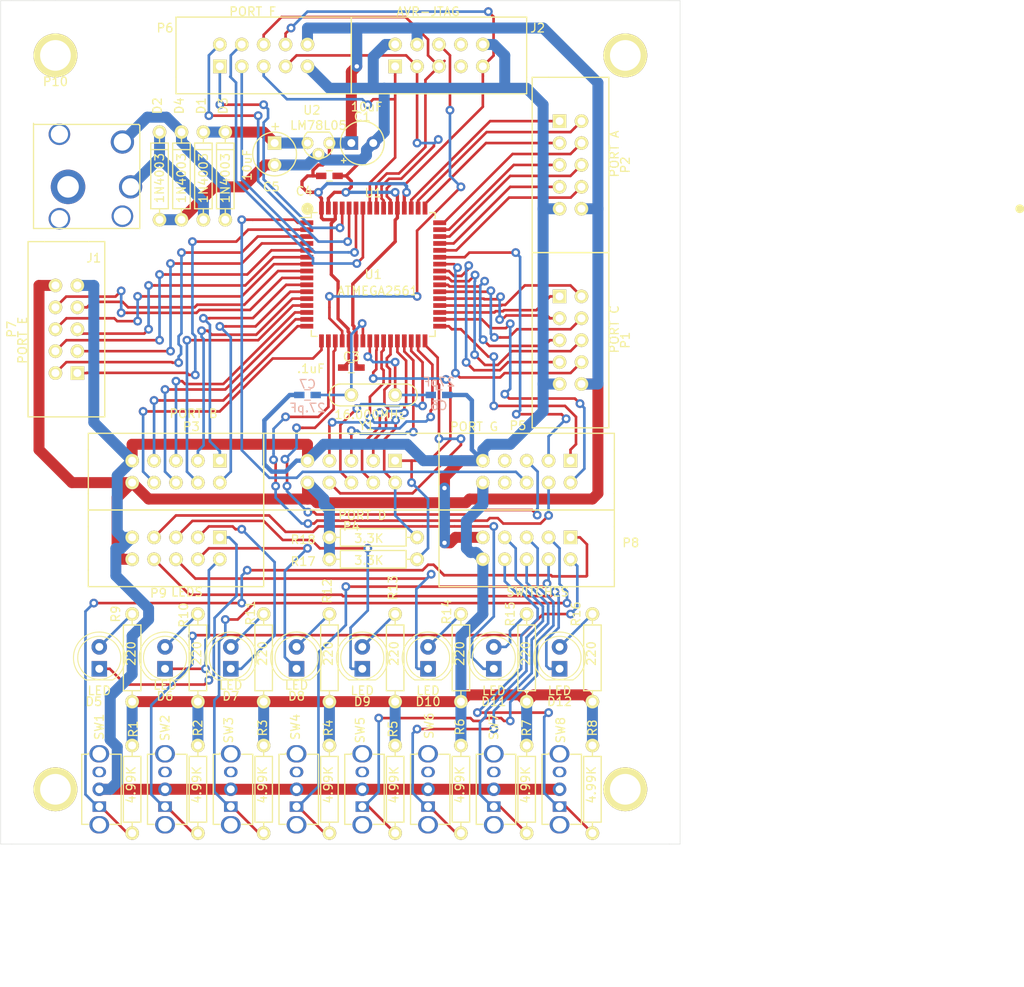
<source format=kicad_pcb>
(kicad_pcb (version 20171130) (host pcbnew "(5.1.0)-1")
  (title_block (title "ATmega128/1281/2561 Dev Bpard"))
  (layers (0 F.Cu signal) (31 B.Cu signal) (34 B.Paste user) (35 F.Paste user) (36 B.SilkS user) (37 F.SilkS user) (38 B.Mask user) (39 F.Mask user) (44 Edge.Cuts user))
  (net 0 "")
  (net 1 VCC)
  (net 2 GND)
  (net 3 "Net-(C6-Pad1)")
  (net 4 "Net-(C7-Pad1)")
  (net 5 "Net-(J2-Pad9)")
  (net 6 "Net-(J2-Pad6)")
  (net 7 "Net-(J2-Pad5)")
  (net 8 "Net-(J2-Pad3)")
  (net 9 "Net-(J2-Pad1)")
  (net 10 "Net-(P1-Pad8)")
  (net 11 "Net-(P1-Pad7)")
  (net 12 "Net-(P1-Pad6)")
  (net 13 "Net-(P1-Pad5)")
  (net 14 "Net-(P1-Pad4)")
  (net 15 "Net-(P1-Pad3)")
  (net 16 "Net-(P1-Pad2)")
  (net 17 "Net-(P1-Pad1)")
  (net 18 "Net-(P2-Pad8)")
  (net 19 "Net-(P2-Pad7)")
  (net 20 "Net-(P2-Pad6)")
  (net 21 "Net-(P2-Pad5)")
  (net 22 "Net-(P2-Pad4)")
  (net 23 "Net-(P2-Pad3)")
  (net 24 "Net-(P2-Pad2)")
  (net 25 "Net-(P2-Pad1)")
  (net 26 "Net-(P3-Pad8)")
  (net 27 "Net-(P3-Pad7)")
  (net 28 "Net-(P3-Pad6)")
  (net 29 "Net-(P3-Pad5)")
  (net 30 "Net-(P3-Pad4)")
  (net 31 "Net-(P3-Pad3)")
  (net 32 "Net-(P3-Pad2)")
  (net 33 "Net-(P3-Pad1)")
  (net 34 "Net-(P4-Pad8)")
  (net 35 "Net-(P4-Pad7)")
  (net 36 "Net-(P4-Pad6)")
  (net 37 "Net-(P4-Pad5)")
  (net 38 "Net-(P4-Pad4)")
  (net 39 "Net-(P4-Pad3)")
  (net 40 "Net-(P4-Pad2)")
  (net 41 "Net-(P4-Pad1)")
  (net 42 "Net-(P5-Pad5)")
  (net 43 "Net-(P5-Pad4)")
  (net 44 "Net-(P5-Pad3)")
  (net 45 "Net-(P5-Pad2)")
  (net 46 "Net-(P5-Pad1)")
  (net 47 "Net-(P6-Pad4)")
  (net 48 "Net-(P6-Pad3)")
  (net 49 "Net-(P6-Pad2)")
  (net 50 "Net-(P6-Pad1)")
  (net 51 "Net-(P7-Pad8)")
  (net 52 "Net-(P7-Pad7)")
  (net 53 "Net-(P7-Pad6)")
  (net 54 "Net-(P7-Pad5)")
  (net 55 "Net-(P7-Pad4)")
  (net 56 "Net-(P7-Pad3)")
  (net 57 "Net-(P7-Pad2)")
  (net 58 "Net-(P7-Pad1)")
  (net 59 "Net-(D5-Pad2)")
  (net 60 "Net-(D5-Pad1)")
  (net 61 "Net-(D6-Pad2)")
  (net 62 "Net-(D6-Pad1)")
  (net 63 "Net-(D7-Pad2)")
  (net 64 "Net-(D7-Pad1)")
  (net 65 "Net-(D8-Pad2)")
  (net 66 "Net-(D8-Pad1)")
  (net 67 "Net-(D9-Pad2)")
  (net 68 "Net-(D9-Pad1)")
  (net 69 "Net-(D10-Pad2)")
  (net 70 "Net-(D10-Pad1)")
  (net 71 "Net-(D11-Pad2)")
  (net 72 "Net-(D11-Pad1)")
  (net 73 "Net-(D12-Pad2)")
  (net 74 "Net-(D12-Pad1)")
  (net 75 "Net-(P8-Pad8)")
  (net 76 "Net-(P8-Pad7)")
  (net 77 "Net-(P8-Pad6)")
  (net 78 "Net-(P8-Pad5)")
  (net 79 "Net-(P8-Pad4)")
  (net 80 "Net-(P8-Pad3)")
  (net 81 "Net-(P8-Pad2)")
  (net 82 "Net-(P8-Pad1)")
  (net 83 /PLUS)
  (net 84 /NEG)
  (net 85 /P)
  (net 86 "Net-(P5-Pad6)")
  (module FootPrints:AXIAL0_4 (layer F.Cu) (at 153.67 107.95)
    (fp_text reference R18 (at -8.128 0.254) (layer F.SilkS))
    (fp_text value 3.3K (at -0.508 0.127) (layer F.SilkS))
    (pad 2 thru_hole circle (at 5.08 0) (size 1.5748 1.5748) (drill 0.9144) (layers *.Cu *.Mask F.SilkS) (net 40 "Net-(P4-Pad2)"))
    (pad 1 thru_hole circle (at -5.08 0) (size 1.5748 1.5748) (drill 0.9144) (layers *.Cu *.Mask F.SilkS) (net 1 VCC))
  )
  (module FootPrints:AXIAL0_4 (layer F.Cu) (at 153.67 110.49)
    (fp_text reference R17 (at -8.128 0.254) (layer F.SilkS))
    (fp_text value 3.3K (at -0.508 0.127) (layer F.SilkS))
    (pad 2 thru_hole circle (at 5.08 0) (size 1.5748 1.5748) (drill 0.9144) (layers *.Cu *.Mask F.SilkS) (net 41 "Net-(P4-Pad1)"))
    (pad 1 thru_hole circle (at -5.08 0) (size 1.5748 1.5748) (drill 0.9144) (layers *.Cu *.Mask F.SilkS) (net 1 VCC))
  )
  (module FootPrints:PAD (layer F.Cu) (at 182.88 52.07)
    (fp_text reference P13 hide)
    (fp_text value PAD)
    (pad 1 thru_hole circle (at 0 0) (size 5.08 5.08) (drill 3.556) (layers *.Cu *.Mask F.SilkS))
  )
  (module FootPrints:PAD (layer F.Cu) (at 182.88 137.16 90)
    (fp_text reference P12 hide)
    (fp_text value PAD)
    (pad 1 thru_hole circle (at 0 0 90) (size 5.08 5.08) (drill 3.556) (layers *.Cu *.Mask F.SilkS))
  )
  (module FootPrints:PAD (layer F.Cu) (at 116.84 137.16)
    (fp_text reference P11 hide)
    (fp_text value PAD)
    (pad 1 thru_hole circle (at 0 0) (size 5.08 5.08) (drill 3.556) (layers *.Cu *.Mask F.SilkS))
  )
  (module Capacitors_SMD:C_0603_HandSoldering (layer B.Cu) (at 146.05 91.44 180)
    (fp_text reference C7 (at 0 1.25 180) (layer B.SilkS) (effects (justify mirror)))
    (fp_text value 27.pF (at 0 -1.5 180) (layer B.SilkS) (effects (justify mirror)))
    (pad 1 smd rect (at -0.95 0 180) (size 1.2 0.75) (layers B.Cu B.Paste B.Mask) (net 4 "Net-(C7-Pad1)"))
    (pad 2 smd rect (at 0.95 0 180) (size 1.2 0.75) (layers B.Cu B.Paste B.Mask) (net 2 GND))
  )
  (module Capacitors_SMD:C_0603_HandSoldering (layer B.Cu) (at 161.29 91.44)
    (fp_text reference C6 (at 0 1.25) (layer B.SilkS) (effects (justify mirror)))
    (fp_text value 27pF (at 0 -1.5) (layer B.SilkS) (effects (justify mirror)))
    (pad 1 smd rect (at -0.95 0) (size 1.2 0.75) (layers B.Cu B.Paste B.Mask) (net 3 "Net-(C6-Pad1)"))
    (pad 2 smd rect (at 0.95 0) (size 1.2 0.75) (layers B.Cu B.Paste B.Mask) (net 2 GND))
  )
  (module Capacitors_SMD:C_0603_HandSoldering (layer F.Cu) (at 148.59 66.04)
    (fp_text reference C4 (at -2.921 1.778) (layer F.SilkS))
    (fp_text value .1uF)
    (pad 1 smd rect (at -0.95 0) (size 1.2 0.75) (layers F.Cu F.Paste F.Mask) (net 1 VCC))
    (pad 2 smd rect (at 0.95 0) (size 1.2 0.75) (layers F.Cu F.Paste F.Mask) (net 2 GND))
  )
  (module Capacitors_SMD:C_0603_HandSoldering (layer F.Cu) (at 151.13 88.265)
    (fp_text reference C3 (at 0 -1.25) (layer F.SilkS))
    (fp_text value .1uF (at -4.699 0.127) (layer F.SilkS))
    (pad 1 smd rect (at -0.95 0) (size 1.2 0.75) (layers F.Cu F.Paste F.Mask) (net 1 VCC))
    (pad 2 smd rect (at 0.95 0) (size 1.2 0.75) (layers F.Cu F.Paste F.Mask) (net 2 GND))
  )
  (module FootPrints:PAD (layer F.Cu) (at 116.84 52.07)
    (fp_text reference P10 (at 0 3.04) (layer F.SilkS))
    (fp_text value PAD)
    (pad 1 thru_hole circle (at 0 0) (size 5.08 5.08) (drill 3.556) (layers *.Cu *.Mask F.SilkS))
  )
  (module FootPrints:SWITCH_SPDT-OS102011MS2QN1 (layer F.Cu) (at 175.26 137.16 90)
    (fp_text reference SW8 (at 6.858 0.127 90) (layer F.SilkS))
    (fp_text value SW-SPDT)
    (pad 5 thru_hole oval (at 4.1148 0 90) (size 2 2.286) (drill 1.5748) (layers *.Cu *.Mask))
    (pad 4 thru_hole oval (at -4.1148 0 90) (size 2 2.286) (drill 1.5748) (layers *.Cu *.Mask))
    (pad 3 thru_hole oval (at 2.0066 0 90) (size 1.2 1.5748) (drill 0.9144) (layers *.Cu *.Mask))
    (pad 2 thru_hole circle (at 0 0 90) (size 1.5748 1.5748) (drill 0.9144) (layers *.Cu *.Mask) (net 2 GND))
    (pad 1 thru_hole rect (at -2.0066 0 90) (size 1.2 1.5748) (drill 0.9144) (layers *.Cu *.Mask) (net 75 "Net-(P8-Pad8)"))
  )
  (module FootPrints:SWITCH_SPDT-OS102011MS2QN1 (layer F.Cu) (at 167.64 137.16 90)
    (fp_text reference SW7 (at 7.239 0 90) (layer F.SilkS))
    (fp_text value SW-SPDT)
    (pad 5 thru_hole oval (at 4.1148 0 90) (size 2 2.286) (drill 1.5748) (layers *.Cu *.Mask))
    (pad 4 thru_hole oval (at -4.1148 0 90) (size 2 2.286) (drill 1.5748) (layers *.Cu *.Mask))
    (pad 3 thru_hole oval (at 2.0066 0 90) (size 1.2 1.5748) (drill 0.9144) (layers *.Cu *.Mask))
    (pad 2 thru_hole circle (at 0 0 90) (size 1.5748 1.5748) (drill 0.9144) (layers *.Cu *.Mask) (net 2 GND))
    (pad 1 thru_hole rect (at -2.0066 0 90) (size 1.2 1.5748) (drill 0.9144) (layers *.Cu *.Mask) (net 76 "Net-(P8-Pad7)"))
  )
  (module FootPrints:SWITCH_SPDT-OS102011MS2QN1 (layer F.Cu) (at 160.02 137.16 90)
    (fp_text reference SW6 (at 7.366 0.127 90) (layer F.SilkS))
    (fp_text value SW-SPDT)
    (pad 5 thru_hole oval (at 4.1148 0 90) (size 2 2.286) (drill 1.5748) (layers *.Cu *.Mask))
    (pad 4 thru_hole oval (at -4.1148 0 90) (size 2 2.286) (drill 1.5748) (layers *.Cu *.Mask))
    (pad 3 thru_hole oval (at 2.0066 0 90) (size 1.2 1.5748) (drill 0.9144) (layers *.Cu *.Mask))
    (pad 2 thru_hole circle (at 0 0 90) (size 1.5748 1.5748) (drill 0.9144) (layers *.Cu *.Mask) (net 2 GND))
    (pad 1 thru_hole rect (at -2.0066 0 90) (size 1.2 1.5748) (drill 0.9144) (layers *.Cu *.Mask) (net 77 "Net-(P8-Pad6)"))
  )
  (module FootPrints:SWITCH_SPDT-OS102011MS2QN1 (layer F.Cu) (at 152.4 137.16 90)
    (fp_text reference SW5 (at 6.858 -0.254 90) (layer F.SilkS))
    (fp_text value SW-SPDT)
    (pad 5 thru_hole oval (at 4.1148 0 90) (size 2 2.286) (drill 1.5748) (layers *.Cu *.Mask))
    (pad 4 thru_hole oval (at -4.1148 0 90) (size 2 2.286) (drill 1.5748) (layers *.Cu *.Mask))
    (pad 3 thru_hole oval (at 2.0066 0 90) (size 1.2 1.5748) (drill 0.9144) (layers *.Cu *.Mask))
    (pad 2 thru_hole circle (at 0 0 90) (size 1.5748 1.5748) (drill 0.9144) (layers *.Cu *.Mask) (net 2 GND))
    (pad 1 thru_hole rect (at -2.0066 0 90) (size 1.2 1.5748) (drill 0.9144) (layers *.Cu *.Mask) (net 78 "Net-(P8-Pad5)"))
  )
  (module FootPrints:SWITCH_SPDT-OS102011MS2QN1 (layer F.Cu) (at 144.78 137.16 90)
    (fp_text reference SW4 (at 7.239 -0.127 90) (layer F.SilkS))
    (fp_text value SW-SPDT)
    (pad 5 thru_hole oval (at 4.1148 0 90) (size 2 2.286) (drill 1.5748) (layers *.Cu *.Mask))
    (pad 4 thru_hole oval (at -4.1148 0 90) (size 2 2.286) (drill 1.5748) (layers *.Cu *.Mask))
    (pad 3 thru_hole oval (at 2.0066 0 90) (size 1.2 1.5748) (drill 0.9144) (layers *.Cu *.Mask))
    (pad 2 thru_hole circle (at 0 0 90) (size 1.5748 1.5748) (drill 0.9144) (layers *.Cu *.Mask) (net 2 GND))
    (pad 1 thru_hole rect (at -2.0066 0 90) (size 1.2 1.5748) (drill 0.9144) (layers *.Cu *.Mask) (net 79 "Net-(P8-Pad4)"))
  )
  (module FootPrints:SWITCH_SPDT-OS102011MS2QN1 (layer F.Cu) (at 137.16 137.16 90)
    (fp_text reference SW3 (at 6.858 -0.254 90) (layer F.SilkS))
    (fp_text value SW-SPDT)
    (pad 5 thru_hole oval (at 4.1148 0 90) (size 2 2.286) (drill 1.5748) (layers *.Cu *.Mask))
    (pad 4 thru_hole oval (at -4.1148 0 90) (size 2 2.286) (drill 1.5748) (layers *.Cu *.Mask))
    (pad 3 thru_hole oval (at 2.0066 0 90) (size 1.2 1.5748) (drill 0.9144) (layers *.Cu *.Mask))
    (pad 2 thru_hole circle (at 0 0 90) (size 1.5748 1.5748) (drill 0.9144) (layers *.Cu *.Mask) (net 2 GND))
    (pad 1 thru_hole rect (at -2.0066 0 90) (size 1.2 1.5748) (drill 0.9144) (layers *.Cu *.Mask) (net 80 "Net-(P8-Pad3)"))
  )
  (module FootPrints:SWITCH_SPDT-OS102011MS2QN1 (layer F.Cu) (at 129.54 137.16 90)
    (fp_text reference SW2 (at 7.112 0 90) (layer F.SilkS))
    (fp_text value SW-SPDT)
    (pad 5 thru_hole oval (at 4.1148 0 90) (size 2 2.286) (drill 1.5748) (layers *.Cu *.Mask))
    (pad 4 thru_hole oval (at -4.1148 0 90) (size 2 2.286) (drill 1.5748) (layers *.Cu *.Mask))
    (pad 3 thru_hole oval (at 2.0066 0 90) (size 1.2 1.5748) (drill 0.9144) (layers *.Cu *.Mask))
    (pad 2 thru_hole circle (at 0 0 90) (size 1.5748 1.5748) (drill 0.9144) (layers *.Cu *.Mask) (net 2 GND))
    (pad 1 thru_hole rect (at -2.0066 0 90) (size 1.2 1.5748) (drill 0.9144) (layers *.Cu *.Mask) (net 81 "Net-(P8-Pad2)"))
  )
  (module FootPrints:SWITCH_SPDT-OS102011MS2QN1 (layer F.Cu) (at 121.92 137.16 90)
    (fp_text reference SW1 (at 7.239 0 90) (layer F.SilkS))
    (fp_text value SW-SPDT)
    (pad 5 thru_hole oval (at 4.1148 0 90) (size 2 2.286) (drill 1.5748) (layers *.Cu *.Mask))
    (pad 4 thru_hole oval (at -4.1148 0 90) (size 2 2.286) (drill 1.5748) (layers *.Cu *.Mask))
    (pad 3 thru_hole oval (at 2.0066 0 90) (size 1.2 1.5748) (drill 0.9144) (layers *.Cu *.Mask))
    (pad 2 thru_hole circle (at 0 0 90) (size 1.5748 1.5748) (drill 0.9144) (layers *.Cu *.Mask) (net 2 GND))
    (pad 1 thru_hole rect (at -2.0066 0 90) (size 1.2 1.5748) (drill 0.9144) (layers *.Cu *.Mask) (net 82 "Net-(P8-Pad1)"))
  )
  (module FootPrints:AXIAL0_4 (layer F.Cu) (at 179.07 121.92 270)
    (fp_text reference R16 (at -5.08 1.905 270) (layer F.SilkS))
    (fp_text value 220 (at -0.508 0.127 270) (layer F.SilkS))
    (pad 2 thru_hole circle (at 5.08 0 270) (size 1.5748 1.5748) (drill 0.9144) (layers *.Cu *.Mask F.SilkS) (net 1 VCC))
    (pad 1 thru_hole circle (at -5.08 0 270) (size 1.5748 1.5748) (drill 0.9144) (layers *.Cu *.Mask F.SilkS) (net 73 "Net-(D12-Pad2)"))
  )
  (module FootPrints:AXIAL0_4 (layer F.Cu) (at 171.45 121.92 270)
    (fp_text reference R15 (at -5.08 1.905 270) (layer F.SilkS))
    (fp_text value 220 (at -0.508 0.127 270) (layer F.SilkS))
    (pad 2 thru_hole circle (at 5.08 0 270) (size 1.5748 1.5748) (drill 0.9144) (layers *.Cu *.Mask F.SilkS) (net 1 VCC))
    (pad 1 thru_hole circle (at -5.08 0 270) (size 1.5748 1.5748) (drill 0.9144) (layers *.Cu *.Mask F.SilkS) (net 71 "Net-(D11-Pad2)"))
  )
  (module FootPrints:AXIAL0_4 (layer F.Cu) (at 163.83 121.92 270)
    (fp_text reference R14 (at -5.334 1.651 270) (layer F.SilkS))
    (fp_text value 220 (at -0.508 0.127 270) (layer F.SilkS))
    (pad 2 thru_hole circle (at 5.08 0 270) (size 1.5748 1.5748) (drill 0.9144) (layers *.Cu *.Mask F.SilkS) (net 1 VCC))
    (pad 1 thru_hole circle (at -5.08 0 270) (size 1.5748 1.5748) (drill 0.9144) (layers *.Cu *.Mask F.SilkS) (net 69 "Net-(D10-Pad2)"))
  )
  (module FootPrints:AXIAL0_4 (layer F.Cu) (at 156.21 121.92 270)
    (fp_text reference R13 (at -8.128 0.254 270) (layer F.SilkS))
    (fp_text value 220 (at -0.508 0.127 270) (layer F.SilkS))
    (pad 2 thru_hole circle (at 5.08 0 270) (size 1.5748 1.5748) (drill 0.9144) (layers *.Cu *.Mask F.SilkS) (net 1 VCC))
    (pad 1 thru_hole circle (at -5.08 0 270) (size 1.5748 1.5748) (drill 0.9144) (layers *.Cu *.Mask F.SilkS) (net 67 "Net-(D9-Pad2)"))
  )
  (module FootPrints:AXIAL0_4 (layer F.Cu) (at 148.59 121.92 270)
    (fp_text reference R12 (at -7.747 0.254 270) (layer F.SilkS))
    (fp_text value 220 (at -0.508 0.127 270) (layer F.SilkS))
    (pad 2 thru_hole circle (at 5.08 0 270) (size 1.5748 1.5748) (drill 0.9144) (layers *.Cu *.Mask F.SilkS) (net 1 VCC))
    (pad 1 thru_hole circle (at -5.08 0 270) (size 1.5748 1.5748) (drill 0.9144) (layers *.Cu *.Mask F.SilkS) (net 65 "Net-(D8-Pad2)"))
  )
  (module FootPrints:AXIAL0_4 (layer F.Cu) (at 140.97 121.92 270)
    (fp_text reference R11 (at -5.207 1.524 270) (layer F.SilkS))
    (fp_text value 220 (at -0.508 0.127 270) (layer F.SilkS))
    (pad 2 thru_hole circle (at 5.08 0 270) (size 1.5748 1.5748) (drill 0.9144) (layers *.Cu *.Mask F.SilkS) (net 1 VCC))
    (pad 1 thru_hole circle (at -5.08 0 270) (size 1.5748 1.5748) (drill 0.9144) (layers *.Cu *.Mask F.SilkS) (net 63 "Net-(D7-Pad2)"))
  )
  (module FootPrints:AXIAL0_4 (layer F.Cu) (at 133.35 121.92 270)
    (fp_text reference R10 (at -4.953 1.651 270) (layer F.SilkS))
    (fp_text value 220 (at -0.508 0.127 270) (layer F.SilkS))
    (pad 2 thru_hole circle (at 5.08 0 270) (size 1.5748 1.5748) (drill 0.9144) (layers *.Cu *.Mask F.SilkS) (net 1 VCC))
    (pad 1 thru_hole circle (at -5.08 0 270) (size 1.5748 1.5748) (drill 0.9144) (layers *.Cu *.Mask F.SilkS) (net 61 "Net-(D6-Pad2)"))
  )
  (module FootPrints:AXIAL0_4 (layer F.Cu) (at 125.73 121.92 270)
    (fp_text reference R9 (at -5.08 1.905 270) (layer F.SilkS))
    (fp_text value 220 (at -0.508 0.127 270) (layer F.SilkS))
    (pad 2 thru_hole circle (at 5.08 0 270) (size 1.5748 1.5748) (drill 0.9144) (layers *.Cu *.Mask F.SilkS) (net 1 VCC))
    (pad 1 thru_hole circle (at -5.08 0 270) (size 1.5748 1.5748) (drill 0.9144) (layers *.Cu *.Mask F.SilkS) (net 59 "Net-(D5-Pad2)"))
  )
  (module FootPrints:AXIAL0_4 (layer F.Cu) (at 179.07 137.16 270)
    (fp_text reference R8 (at -7.112 0 270) (layer F.SilkS))
    (fp_text value 4.99K (at -0.508 0.127 270) (layer F.SilkS))
    (pad 2 thru_hole circle (at 5.08 0 270) (size 1.5748 1.5748) (drill 0.9144) (layers *.Cu *.Mask F.SilkS) (net 75 "Net-(P8-Pad8)"))
    (pad 1 thru_hole circle (at -5.08 0 270) (size 1.5748 1.5748) (drill 0.9144) (layers *.Cu *.Mask F.SilkS) (net 1 VCC))
  )
  (module FootPrints:AXIAL0_4 (layer F.Cu) (at 171.45 137.16 270)
    (fp_text reference R7 (at -7.112 0 270) (layer F.SilkS))
    (fp_text value 4.99K (at -0.508 0.127 270) (layer F.SilkS))
    (pad 2 thru_hole circle (at 5.08 0 270) (size 1.5748 1.5748) (drill 0.9144) (layers *.Cu *.Mask F.SilkS) (net 76 "Net-(P8-Pad7)"))
    (pad 1 thru_hole circle (at -5.08 0 270) (size 1.5748 1.5748) (drill 0.9144) (layers *.Cu *.Mask F.SilkS) (net 1 VCC))
  )
  (module FootPrints:AXIAL0_4 (layer F.Cu) (at 163.83 137.16 270)
    (fp_text reference R6 (at -7.239 0.127 270) (layer F.SilkS))
    (fp_text value 4.99K (at -0.508 0.127 270) (layer F.SilkS))
    (pad 2 thru_hole circle (at 5.08 0 270) (size 1.5748 1.5748) (drill 0.9144) (layers *.Cu *.Mask F.SilkS) (net 77 "Net-(P8-Pad6)"))
    (pad 1 thru_hole circle (at -5.08 0 270) (size 1.5748 1.5748) (drill 0.9144) (layers *.Cu *.Mask F.SilkS) (net 1 VCC))
  )
  (module FootPrints:AXIAL0_4 (layer F.Cu) (at 156.21 137.16 270)
    (fp_text reference R5 (at -6.985 0.254 270) (layer F.SilkS))
    (fp_text value 4.99K (at -0.508 0.127 270) (layer F.SilkS))
    (pad 2 thru_hole circle (at 5.08 0 270) (size 1.5748 1.5748) (drill 0.9144) (layers *.Cu *.Mask F.SilkS) (net 78 "Net-(P8-Pad5)"))
    (pad 1 thru_hole circle (at -5.08 0 270) (size 1.5748 1.5748) (drill 0.9144) (layers *.Cu *.Mask F.SilkS) (net 1 VCC))
  )
  (module FootPrints:AXIAL0_4 (layer F.Cu) (at 148.59 137.16 270)
    (fp_text reference R4 (at -7.112 0.127 270) (layer F.SilkS))
    (fp_text value 4.99K (at -0.508 0.127 270) (layer F.SilkS))
    (pad 2 thru_hole circle (at 5.08 0 270) (size 1.5748 1.5748) (drill 0.9144) (layers *.Cu *.Mask F.SilkS) (net 79 "Net-(P8-Pad4)"))
    (pad 1 thru_hole circle (at -5.08 0 270) (size 1.5748 1.5748) (drill 0.9144) (layers *.Cu *.Mask F.SilkS) (net 1 VCC))
  )
  (module FootPrints:AXIAL0_4 (layer F.Cu) (at 140.97 137.16 270)
    (fp_text reference R3 (at -7.112 0.127 270) (layer F.SilkS))
    (fp_text value 4.99K (at -0.508 0.127 270) (layer F.SilkS))
    (pad 2 thru_hole circle (at 5.08 0 270) (size 1.5748 1.5748) (drill 0.9144) (layers *.Cu *.Mask F.SilkS) (net 80 "Net-(P8-Pad3)"))
    (pad 1 thru_hole circle (at -5.08 0 270) (size 1.5748 1.5748) (drill 0.9144) (layers *.Cu *.Mask F.SilkS) (net 1 VCC))
  )
  (module FootPrints:AXIAL0_4 (layer F.Cu) (at 133.35 137.16 270)
    (fp_text reference R2 (at -7.112 0 270) (layer F.SilkS))
    (fp_text value 4.99K (at -0.508 0.127 270) (layer F.SilkS))
    (pad 2 thru_hole circle (at 5.08 0 270) (size 1.5748 1.5748) (drill 0.9144) (layers *.Cu *.Mask F.SilkS) (net 81 "Net-(P8-Pad2)"))
    (pad 1 thru_hole circle (at -5.08 0 270) (size 1.5748 1.5748) (drill 0.9144) (layers *.Cu *.Mask F.SilkS) (net 1 VCC))
  )
  (module FootPrints:AXIAL0_4 (layer F.Cu) (at 125.73 137.16 270)
    (fp_text reference R1 (at -6.985 -0.127 270) (layer F.SilkS))
    (fp_text value 4.99K (at -0.508 0.127 270) (layer F.SilkS))
    (pad 2 thru_hole circle (at 5.08 0 270) (size 1.5748 1.5748) (drill 0.9144) (layers *.Cu *.Mask F.SilkS) (net 82 "Net-(P8-Pad1)"))
    (pad 1 thru_hole circle (at -5.08 0 270) (size 1.5748 1.5748) (drill 0.9144) (layers *.Cu *.Mask F.SilkS) (net 1 VCC))
  )
  (module FootPrints:IDC5x2_Vert (layer F.Cu) (at 130.81 109.22)
    (fp_text reference P9 (at -2.032 5.207) (layer F.SilkS))
    (fp_text value LEDS (at 1.27 5.08) (layer F.SilkS))
    (pad 10 thru_hole circle (at -5.08 1.27) (size 1.5748 1.5748) (drill 0.9144) (layers *.Cu *.Mask F.SilkS) (net 1 VCC))
    (pad 9 thru_hole circle (at -5.08 -1.27) (size 1.5748 1.5748) (drill 0.9144) (layers *.Cu *.Mask F.SilkS) (net 2 GND))
    (pad 8 thru_hole circle (at -2.54 1.27) (size 1.5748 1.5748) (drill 0.9144) (layers *.Cu *.Mask F.SilkS) (net 74 "Net-(D12-Pad1)"))
    (pad 7 thru_hole circle (at -2.54 -1.27) (size 1.5748 1.5748) (drill 0.9144) (layers *.Cu *.Mask F.SilkS) (net 72 "Net-(D11-Pad1)"))
    (pad 6 thru_hole circle (at 0 1.27) (size 1.5748 1.5748) (drill 0.9144) (layers *.Cu *.Mask F.SilkS) (net 70 "Net-(D10-Pad1)"))
    (pad 5 thru_hole circle (at 0 -1.27) (size 1.5748 1.5748) (drill 0.9144) (layers *.Cu *.Mask F.SilkS) (net 68 "Net-(D9-Pad1)"))
    (pad 4 thru_hole circle (at 2.54 1.27) (size 1.5748 1.5748) (drill 0.9144) (layers *.Cu *.Mask F.SilkS) (net 66 "Net-(D8-Pad1)"))
    (pad 3 thru_hole circle (at 2.54 -1.27) (size 1.5748 1.5748) (drill 0.9144) (layers *.Cu *.Mask F.SilkS) (net 64 "Net-(D7-Pad1)"))
    (pad 2 thru_hole circle (at 5.08 1.27) (size 1.5748 1.5748) (drill 0.9144) (layers *.Cu *.Mask F.SilkS) (net 62 "Net-(D6-Pad1)"))
    (pad 1 thru_hole rect (at 5.08 -1.27) (size 1.5748 1.5748) (drill 0.9144) (layers *.Cu *.Mask F.SilkS) (net 60 "Net-(D5-Pad1)"))
  )
  (module FootPrints:IDC5x2_Vert (layer F.Cu) (at 171.45 109.22)
    (fp_text reference P8 (at 12.065 -0.635) (layer F.SilkS))
    (fp_text value SWITCHES (at 1.27 5.08) (layer F.SilkS))
    (pad 10 thru_hole circle (at -5.08 1.27) (size 1.5748 1.5748) (drill 0.9144) (layers *.Cu *.Mask F.SilkS) (net 1 VCC))
    (pad 9 thru_hole circle (at -5.08 -1.27) (size 1.5748 1.5748) (drill 0.9144) (layers *.Cu *.Mask F.SilkS) (net 2 GND))
    (pad 8 thru_hole circle (at -2.54 1.27) (size 1.5748 1.5748) (drill 0.9144) (layers *.Cu *.Mask F.SilkS) (net 75 "Net-(P8-Pad8)"))
    (pad 7 thru_hole circle (at -2.54 -1.27) (size 1.5748 1.5748) (drill 0.9144) (layers *.Cu *.Mask F.SilkS) (net 76 "Net-(P8-Pad7)"))
    (pad 6 thru_hole circle (at 0 1.27) (size 1.5748 1.5748) (drill 0.9144) (layers *.Cu *.Mask F.SilkS) (net 77 "Net-(P8-Pad6)"))
    (pad 5 thru_hole circle (at 0 -1.27) (size 1.5748 1.5748) (drill 0.9144) (layers *.Cu *.Mask F.SilkS) (net 78 "Net-(P8-Pad5)"))
    (pad 4 thru_hole circle (at 2.54 1.27) (size 1.5748 1.5748) (drill 0.9144) (layers *.Cu *.Mask F.SilkS) (net 79 "Net-(P8-Pad4)"))
    (pad 3 thru_hole circle (at 2.54 -1.27) (size 1.5748 1.5748) (drill 0.9144) (layers *.Cu *.Mask F.SilkS) (net 80 "Net-(P8-Pad3)"))
    (pad 2 thru_hole circle (at 5.08 1.27) (size 1.5748 1.5748) (drill 0.9144) (layers *.Cu *.Mask F.SilkS) (net 81 "Net-(P8-Pad2)"))
    (pad 1 thru_hole rect (at 5.08 -1.27) (size 1.5748 1.5748) (drill 0.9144) (layers *.Cu *.Mask F.SilkS) (net 82 "Net-(P8-Pad1)"))
  )
  (module FootPrints:LED_5.0mm (layer F.Cu) (at 175.26 123.19 90)
    (fp_text reference D12 (at -3.81 0 180) (layer F.SilkS))
    (fp_text value LED (at -2.54 0 180) (layer F.SilkS))
    (pad 2 thru_hole circle (at 2.54 0 90) (size 1.8 1.8) (drill 0.9144) (layers *.Cu *.Mask) (net 73 "Net-(D12-Pad2)"))
    (pad 1 thru_hole rect (at 0 0 90) (size 1.8 1.8) (drill 0.9144) (layers *.Cu *.Mask) (net 74 "Net-(D12-Pad1)"))
  )
  (module FootPrints:LED_5.0mm (layer F.Cu) (at 167.64 123.19 90)
    (fp_text reference D11 (at -3.81 0 180) (layer F.SilkS))
    (fp_text value LED (at -2.54 0 180) (layer F.SilkS))
    (pad 2 thru_hole circle (at 2.54 0 90) (size 1.8 1.8) (drill 0.9144) (layers *.Cu *.Mask) (net 71 "Net-(D11-Pad2)"))
    (pad 1 thru_hole rect (at 0 0 90) (size 1.8 1.8) (drill 0.9144) (layers *.Cu *.Mask) (net 72 "Net-(D11-Pad1)"))
  )
  (module FootPrints:LED_5.0mm (layer F.Cu) (at 160.02 123.19 90)
    (fp_text reference D10 (at -3.81 0 180) (layer F.SilkS))
    (fp_text value LED (at -2.54 0 180) (layer F.SilkS))
    (pad 2 thru_hole circle (at 2.54 0 90) (size 1.8 1.8) (drill 0.9144) (layers *.Cu *.Mask) (net 69 "Net-(D10-Pad2)"))
    (pad 1 thru_hole rect (at 0 0 90) (size 1.8 1.8) (drill 0.9144) (layers *.Cu *.Mask) (net 70 "Net-(D10-Pad1)"))
  )
  (module FootPrints:LED_5.0mm (layer F.Cu) (at 152.4 123.19 90)
    (fp_text reference D9 (at -3.81 0 180) (layer F.SilkS))
    (fp_text value LED (at -2.54 0 180) (layer F.SilkS))
    (pad 2 thru_hole circle (at 2.54 0 90) (size 1.8 1.8) (drill 0.9144) (layers *.Cu *.Mask) (net 67 "Net-(D9-Pad2)"))
    (pad 1 thru_hole rect (at 0 0 90) (size 1.8 1.8) (drill 0.9144) (layers *.Cu *.Mask) (net 68 "Net-(D9-Pad1)"))
  )
  (module FootPrints:LED_5.0mm (layer F.Cu) (at 144.78 123.19 90)
    (fp_text reference D8 (at -3.175 0 180) (layer F.SilkS))
    (fp_text value LED (at -1.905 0 180) (layer F.SilkS))
    (pad 2 thru_hole circle (at 2.54 0 90) (size 1.8 1.8) (drill 0.9144) (layers *.Cu *.Mask) (net 65 "Net-(D8-Pad2)"))
    (pad 1 thru_hole rect (at 0 0 90) (size 1.8 1.8) (drill 0.9144) (layers *.Cu *.Mask) (net 66 "Net-(D8-Pad1)"))
  )
  (module FootPrints:LED_5.0mm (layer F.Cu) (at 137.16 123.19 90)
    (fp_text reference D7 (at -3.175 0 180) (layer F.SilkS))
    (fp_text value LED (at -1.905 0 180) (layer F.SilkS))
    (pad 2 thru_hole circle (at 2.54 0 90) (size 1.8 1.8) (drill 0.9144) (layers *.Cu *.Mask) (net 63 "Net-(D7-Pad2)"))
    (pad 1 thru_hole rect (at 0 0 90) (size 1.8 1.8) (drill 0.9144) (layers *.Cu *.Mask) (net 64 "Net-(D7-Pad1)"))
  )
  (module FootPrints:LED_5.0mm (layer F.Cu) (at 129.54 123.19 90)
    (fp_text reference D6 (at -3.175 0 180) (layer F.SilkS))
    (fp_text value LED (at -1.905 0 180) (layer F.SilkS))
    (pad 2 thru_hole circle (at 2.54 0 90) (size 1.8 1.8) (drill 0.9144) (layers *.Cu *.Mask) (net 61 "Net-(D6-Pad2)"))
    (pad 1 thru_hole rect (at 0 0 90) (size 1.8 1.8) (drill 0.9144) (layers *.Cu *.Mask) (net 62 "Net-(D6-Pad1)"))
  )
  (module FootPrints:LED_5.0mm (layer F.Cu) (at 121.92 123.19 90)
    (fp_text reference D5 (at -3.81 -0.635 180) (layer F.SilkS))
    (fp_text value LED (at -2.54 0 180) (layer F.SilkS))
    (pad 2 thru_hole circle (at 2.54 0 90) (size 1.8 1.8) (drill 0.9144) (layers *.Cu *.Mask) (net 59 "Net-(D5-Pad2)"))
    (pad 1 thru_hole rect (at 0 0 90) (size 1.8 1.8) (drill 0.9144) (layers *.Cu *.Mask) (net 60 "Net-(D5-Pad1)"))
  )
  (module Housings_QFP:TQFP-64_14x14mm_Pitch0.8mm (layer F.Cu) (at 153.67 77.47)
    (fp_text reference U1 (at 0 -9.45) (layer F.SilkS))
    (fp_text value ATMEGA2561 (at 0.508 1.905) (layer F.SilkS))
    (fp_text user %R (at 0 0) (layer F.SilkS))
    (pad 1 smd rect (at -7.7 -6) (size 1.5 0.55) (layers F.Cu F.Paste F.Mask) (net 86 "Net-(P5-Pad6)"))
    (pad 2 smd rect (at -7.7 -5.2) (size 1.5 0.55) (layers F.Cu F.Paste F.Mask) (net 58 "Net-(P7-Pad1)"))
    (pad 3 smd rect (at -7.7 -4.4) (size 1.5 0.55) (layers F.Cu F.Paste F.Mask) (net 57 "Net-(P7-Pad2)"))
    (pad 4 smd rect (at -7.7 -3.6) (size 1.5 0.55) (layers F.Cu F.Paste F.Mask) (net 56 "Net-(P7-Pad3)"))
    (pad 5 smd rect (at -7.7 -2.8) (size 1.5 0.55) (layers F.Cu F.Paste F.Mask) (net 55 "Net-(P7-Pad4)"))
    (pad 6 smd rect (at -7.7 -2) (size 1.5 0.55) (layers F.Cu F.Paste F.Mask) (net 54 "Net-(P7-Pad5)"))
    (pad 7 smd rect (at -7.7 -1.2) (size 1.5 0.55) (layers F.Cu F.Paste F.Mask) (net 53 "Net-(P7-Pad6)"))
    (pad 8 smd rect (at -7.7 -0.4) (size 1.5 0.55) (layers F.Cu F.Paste F.Mask) (net 52 "Net-(P7-Pad7)"))
    (pad 9 smd rect (at -7.7 0.4) (size 1.5 0.55) (layers F.Cu F.Paste F.Mask) (net 51 "Net-(P7-Pad8)"))
    (pad 10 smd rect (at -7.7 1.2) (size 1.5 0.55) (layers F.Cu F.Paste F.Mask) (net 33 "Net-(P3-Pad1)"))
    (pad 11 smd rect (at -7.7 2) (size 1.5 0.55) (layers F.Cu F.Paste F.Mask) (net 32 "Net-(P3-Pad2)"))
    (pad 12 smd rect (at -7.7 2.8) (size 1.5 0.55) (layers F.Cu F.Paste F.Mask) (net 31 "Net-(P3-Pad3)"))
    (pad 13 smd rect (at -7.7 3.6) (size 1.5 0.55) (layers F.Cu F.Paste F.Mask) (net 30 "Net-(P3-Pad4)"))
    (pad 14 smd rect (at -7.7 4.4) (size 1.5 0.55) (layers F.Cu F.Paste F.Mask) (net 29 "Net-(P3-Pad5)"))
    (pad 15 smd rect (at -7.7 5.2) (size 1.5 0.55) (layers F.Cu F.Paste F.Mask) (net 28 "Net-(P3-Pad6)"))
    (pad 16 smd rect (at -7.7 6) (size 1.5 0.55) (layers F.Cu F.Paste F.Mask) (net 27 "Net-(P3-Pad7)"))
    (pad 17 smd rect (at -6 7.7 90) (size 1.5 0.55) (layers F.Cu F.Paste F.Mask) (net 26 "Net-(P3-Pad8)"))
    (pad 18 smd rect (at -5.2 7.7 90) (size 1.5 0.55) (layers F.Cu F.Paste F.Mask) (net 43 "Net-(P5-Pad4)"))
    (pad 19 smd rect (at -4.4 7.7 90) (size 1.5 0.55) (layers F.Cu F.Paste F.Mask) (net 42 "Net-(P5-Pad5)"))
    (pad 20 smd rect (at -3.6 7.7 90) (size 1.5 0.55) (layers F.Cu F.Paste F.Mask) (net 6 "Net-(J2-Pad6)"))
    (pad 21 smd rect (at -2.8 7.7 90) (size 1.5 0.55) (layers F.Cu F.Paste F.Mask) (net 1 VCC))
    (pad 22 smd rect (at -2 7.7 90) (size 1.5 0.55) (layers F.Cu F.Paste F.Mask) (net 2 GND))
    (pad 23 smd rect (at -1.2 7.7 90) (size 1.5 0.55) (layers F.Cu F.Paste F.Mask) (net 4 "Net-(C7-Pad1)"))
    (pad 24 smd rect (at -0.4 7.7 90) (size 1.5 0.55) (layers F.Cu F.Paste F.Mask) (net 3 "Net-(C6-Pad1)"))
    (pad 25 smd rect (at 0.4 7.7 90) (size 1.5 0.55) (layers F.Cu F.Paste F.Mask) (net 41 "Net-(P4-Pad1)"))
    (pad 26 smd rect (at 1.2 7.7 90) (size 1.5 0.55) (layers F.Cu F.Paste F.Mask) (net 40 "Net-(P4-Pad2)"))
    (pad 27 smd rect (at 2 7.7 90) (size 1.5 0.55) (layers F.Cu F.Paste F.Mask) (net 39 "Net-(P4-Pad3)"))
    (pad 28 smd rect (at 2.8 7.7 90) (size 1.5 0.55) (layers F.Cu F.Paste F.Mask) (net 38 "Net-(P4-Pad4)"))
    (pad 29 smd rect (at 3.6 7.7 90) (size 1.5 0.55) (layers F.Cu F.Paste F.Mask) (net 37 "Net-(P4-Pad5)"))
    (pad 30 smd rect (at 4.4 7.7 90) (size 1.5 0.55) (layers F.Cu F.Paste F.Mask) (net 36 "Net-(P4-Pad6)"))
    (pad 31 smd rect (at 5.2 7.7 90) (size 1.5 0.55) (layers F.Cu F.Paste F.Mask) (net 35 "Net-(P4-Pad7)"))
    (pad 32 smd rect (at 6 7.7 90) (size 1.5 0.55) (layers F.Cu F.Paste F.Mask) (net 34 "Net-(P4-Pad8)"))
    (pad 33 smd rect (at 7.7 6) (size 1.5 0.55) (layers F.Cu F.Paste F.Mask) (net 46 "Net-(P5-Pad1)"))
    (pad 34 smd rect (at 7.7 5.2) (size 1.5 0.55) (layers F.Cu F.Paste F.Mask) (net 45 "Net-(P5-Pad2)"))
    (pad 35 smd rect (at 7.7 4.4) (size 1.5 0.55) (layers F.Cu F.Paste F.Mask) (net 17 "Net-(P1-Pad1)"))
    (pad 36 smd rect (at 7.7 3.6) (size 1.5 0.55) (layers F.Cu F.Paste F.Mask) (net 16 "Net-(P1-Pad2)"))
    (pad 37 smd rect (at 7.7 2.8) (size 1.5 0.55) (layers F.Cu F.Paste F.Mask) (net 15 "Net-(P1-Pad3)"))
    (pad 38 smd rect (at 7.7 2) (size 1.5 0.55) (layers F.Cu F.Paste F.Mask) (net 14 "Net-(P1-Pad4)"))
    (pad 39 smd rect (at 7.7 1.2) (size 1.5 0.55) (layers F.Cu F.Paste F.Mask) (net 13 "Net-(P1-Pad5)"))
    (pad 40 smd rect (at 7.7 0.4) (size 1.5 0.55) (layers F.Cu F.Paste F.Mask) (net 12 "Net-(P1-Pad6)"))
    (pad 41 smd rect (at 7.7 -0.4) (size 1.5 0.55) (layers F.Cu F.Paste F.Mask) (net 11 "Net-(P1-Pad7)"))
    (pad 42 smd rect (at 7.7 -1.2) (size 1.5 0.55) (layers F.Cu F.Paste F.Mask) (net 10 "Net-(P1-Pad8)"))
    (pad 43 smd rect (at 7.7 -2) (size 1.5 0.55) (layers F.Cu F.Paste F.Mask) (net 44 "Net-(P5-Pad3)"))
    (pad 44 smd rect (at 7.7 -2.8) (size 1.5 0.55) (layers F.Cu F.Paste F.Mask) (net 18 "Net-(P2-Pad8)"))
    (pad 45 smd rect (at 7.7 -3.6) (size 1.5 0.55) (layers F.Cu F.Paste F.Mask) (net 19 "Net-(P2-Pad7)"))
    (pad 46 smd rect (at 7.7 -4.4) (size 1.5 0.55) (layers F.Cu F.Paste F.Mask) (net 20 "Net-(P2-Pad6)"))
    (pad 47 smd rect (at 7.7 -5.2) (size 1.5 0.55) (layers F.Cu F.Paste F.Mask) (net 21 "Net-(P2-Pad5)"))
    (pad 48 smd rect (at 7.7 -6) (size 1.5 0.55) (layers F.Cu F.Paste F.Mask) (net 22 "Net-(P2-Pad4)"))
    (pad 49 smd rect (at 6 -7.7 90) (size 1.5 0.55) (layers F.Cu F.Paste F.Mask) (net 23 "Net-(P2-Pad3)"))
    (pad 50 smd rect (at 5.2 -7.7 90) (size 1.5 0.55) (layers F.Cu F.Paste F.Mask) (net 24 "Net-(P2-Pad2)"))
    (pad 51 smd rect (at 4.4 -7.7 90) (size 1.5 0.55) (layers F.Cu F.Paste F.Mask) (net 25 "Net-(P2-Pad1)"))
    (pad 52 smd rect (at 3.6 -7.7 90) (size 1.5 0.55) (layers F.Cu F.Paste F.Mask) (net 1 VCC))
    (pad 53 smd rect (at 2.8 -7.7 90) (size 1.5 0.55) (layers F.Cu F.Paste F.Mask) (net 2 GND))
    (pad 54 smd rect (at 2 -7.7 90) (size 1.5 0.55) (layers F.Cu F.Paste F.Mask) (net 5 "Net-(J2-Pad9)"))
    (pad 55 smd rect (at 1.2 -7.7 90) (size 1.5 0.55) (layers F.Cu F.Paste F.Mask) (net 8 "Net-(J2-Pad3)"))
    (pad 56 smd rect (at 0.4 -7.7 90) (size 1.5 0.55) (layers F.Cu F.Paste F.Mask) (net 7 "Net-(J2-Pad5)"))
    (pad 57 smd rect (at -0.4 -7.7 90) (size 1.5 0.55) (layers F.Cu F.Paste F.Mask) (net 9 "Net-(J2-Pad1)"))
    (pad 58 smd rect (at -1.2 -7.7 90) (size 1.5 0.55) (layers F.Cu F.Paste F.Mask) (net 47 "Net-(P6-Pad4)"))
    (pad 59 smd rect (at -2 -7.7 90) (size 1.5 0.55) (layers F.Cu F.Paste F.Mask) (net 48 "Net-(P6-Pad3)"))
    (pad 60 smd rect (at -2.8 -7.7 90) (size 1.5 0.55) (layers F.Cu F.Paste F.Mask) (net 49 "Net-(P6-Pad2)"))
    (pad 61 smd rect (at -3.6 -7.7 90) (size 1.5 0.55) (layers F.Cu F.Paste F.Mask) (net 50 "Net-(P6-Pad1)"))
    (pad 62 smd rect (at -4.4 -7.7 90) (size 1.5 0.55) (layers F.Cu F.Paste F.Mask) (net 1 VCC))
    (pad 63 smd rect (at -5.2 -7.7 90) (size 1.5 0.55) (layers F.Cu F.Paste F.Mask) (net 2 GND))
    (pad 64 smd rect (at -6 -7.7 90) (size 1.5 0.55) (layers F.Cu F.Paste F.Mask) (net 1 VCC))
  )
  (module FootPrints:DC-JACK-CUI-PJ-085AH (layer F.Cu) (at 114.3 67.31)
    (fp_text reference J1 (at 6.985 8.255) (layer F.SilkS))
    (fp_text value Jack-DC)
    (pad 7 thru_hole circle (at 10.3 3.4) (size 2.5 2.5) (drill 2) (layers *.Cu *.Mask))
    (pad 6 thru_hole circle (at 3 -6.1) (size 2.5 2.5) (drill 2) (layers *.Cu *.Mask))
    (pad 5 thru_hole circle (at 3 3.7) (size 2.5 2.5) (drill 2) (layers *.Cu *.Mask))
    (pad 4 thru_hole circle (at 4 0) (size 4 4) (drill 2.5) (layers *.Cu *.Mask))
    (pad 2 thru_hole circle (at 10.3 -5.2) (size 2.7 2.7) (drill 2) (layers *.Cu *.Mask) (net 84 /NEG))
    (pad 1 thru_hole circle (at 11.25 0) (size 2.7 2.7) (drill 2) (layers *.Cu *.Mask) (net 83 /PLUS))
  )
  (module FootPrints:XTAL (layer F.Cu) (at 153.67 91.44 180)
    (fp_text reference Y1 (at 0.762 -3.556 180) (layer F.SilkS))
    (fp_text value 16.000MHz (at 0.381 -2.286 180) (layer F.SilkS))
    (pad 2 thru_hole circle (at 2.54 0 180) (size 1.5748 1.5748) (drill 0.9144) (layers *.Cu *.Mask F.SilkS) (net 4 "Net-(C7-Pad1)"))
    (pad 1 thru_hole circle (at -2.54 0 180) (size 1.5748 1.5748) (drill 0.9144) (layers *.Cu *.Mask F.SilkS) (net 3 "Net-(C6-Pad1)"))
  )
  (module FootPrints:TO92 (layer F.Cu) (at 147.32 62.23 180)
    (fp_text reference U2 (at 0.762 3.81 180) (layer F.SilkS))
    (fp_text value LM78L05 (at 0 2.04 180) (layer F.SilkS))
    (pad 3 thru_hole circle (at 1.27 0 180) (size 1.397 1.397) (drill 0.8128) (layers *.Cu *.Mask F.SilkS) (net 85 /P))
    (pad 2 thru_hole circle (at 0 -1.27 180) (size 1.397 1.397) (drill 0.8128) (layers *.Cu *.Mask F.SilkS) (net 2 GND))
    (pad 1 thru_hole circle (at -1.27 0 180) (size 1.397 1.397) (drill 0.8128) (layers *.Cu *.Mask F.SilkS) (net 1 VCC))
  )
  (module FootPrints:IDC5x2_Vert (layer F.Cu) (at 118.11 83.82 270)
    (fp_text reference P7 (at 0 6.35 270) (layer F.SilkS))
    (fp_text value "PORT E" (at 1.27 5.08 270) (layer F.SilkS))
    (pad 10 thru_hole circle (at -5.08 1.27 270) (size 1.5748 1.5748) (drill 0.9144) (layers *.Cu *.Mask F.SilkS) (net 1 VCC))
    (pad 9 thru_hole circle (at -5.08 -1.27 270) (size 1.5748 1.5748) (drill 0.9144) (layers *.Cu *.Mask F.SilkS) (net 2 GND))
    (pad 8 thru_hole circle (at -2.54 1.27 270) (size 1.5748 1.5748) (drill 0.9144) (layers *.Cu *.Mask F.SilkS) (net 51 "Net-(P7-Pad8)"))
    (pad 7 thru_hole circle (at -2.54 -1.27 270) (size 1.5748 1.5748) (drill 0.9144) (layers *.Cu *.Mask F.SilkS) (net 52 "Net-(P7-Pad7)"))
    (pad 6 thru_hole circle (at 0 1.27 270) (size 1.5748 1.5748) (drill 0.9144) (layers *.Cu *.Mask F.SilkS) (net 53 "Net-(P7-Pad6)"))
    (pad 5 thru_hole circle (at 0 -1.27 270) (size 1.5748 1.5748) (drill 0.9144) (layers *.Cu *.Mask F.SilkS) (net 54 "Net-(P7-Pad5)"))
    (pad 4 thru_hole circle (at 2.54 1.27 270) (size 1.5748 1.5748) (drill 0.9144) (layers *.Cu *.Mask F.SilkS) (net 55 "Net-(P7-Pad4)"))
    (pad 3 thru_hole circle (at 2.54 -1.27 270) (size 1.5748 1.5748) (drill 0.9144) (layers *.Cu *.Mask F.SilkS) (net 56 "Net-(P7-Pad3)"))
    (pad 2 thru_hole circle (at 5.08 1.27 270) (size 1.5748 1.5748) (drill 0.9144) (layers *.Cu *.Mask F.SilkS) (net 57 "Net-(P7-Pad2)"))
    (pad 1 thru_hole rect (at 5.08 -1.27 270) (size 1.5748 1.5748) (drill 0.9144) (layers *.Cu *.Mask F.SilkS) (net 58 "Net-(P7-Pad1)"))
  )
  (module FootPrints:IDC5x2_Vert (layer F.Cu) (at 140.97 52.07 180)
    (fp_text reference P6 (at 11.43 3.175 180) (layer F.SilkS))
    (fp_text value "PORT F" (at 1.27 5.08 180) (layer F.SilkS))
    (pad 10 thru_hole circle (at -5.08 1.27 180) (size 1.5748 1.5748) (drill 0.9144) (layers *.Cu *.Mask F.SilkS) (net 1 VCC))
    (pad 9 thru_hole circle (at -5.08 -1.27 180) (size 1.5748 1.5748) (drill 0.9144) (layers *.Cu *.Mask F.SilkS) (net 2 GND))
    (pad 8 thru_hole circle (at -2.54 1.27 180) (size 1.5748 1.5748) (drill 0.9144) (layers *.Cu *.Mask F.SilkS) (net 5 "Net-(J2-Pad9)"))
    (pad 7 thru_hole circle (at -2.54 -1.27 180) (size 1.5748 1.5748) (drill 0.9144) (layers *.Cu *.Mask F.SilkS) (net 8 "Net-(J2-Pad3)"))
    (pad 6 thru_hole circle (at 0 1.27 180) (size 1.5748 1.5748) (drill 0.9144) (layers *.Cu *.Mask F.SilkS) (net 7 "Net-(J2-Pad5)"))
    (pad 5 thru_hole circle (at 0 -1.27 180) (size 1.5748 1.5748) (drill 0.9144) (layers *.Cu *.Mask F.SilkS) (net 9 "Net-(J2-Pad1)"))
    (pad 4 thru_hole circle (at 2.54 1.27 180) (size 1.5748 1.5748) (drill 0.9144) (layers *.Cu *.Mask F.SilkS) (net 47 "Net-(P6-Pad4)"))
    (pad 3 thru_hole circle (at 2.54 -1.27 180) (size 1.5748 1.5748) (drill 0.9144) (layers *.Cu *.Mask F.SilkS) (net 48 "Net-(P6-Pad3)"))
    (pad 2 thru_hole circle (at 5.08 1.27 180) (size 1.5748 1.5748) (drill 0.9144) (layers *.Cu *.Mask F.SilkS) (net 49 "Net-(P6-Pad2)"))
    (pad 1 thru_hole rect (at 5.08 -1.27 180) (size 1.5748 1.5748) (drill 0.9144) (layers *.Cu *.Mask F.SilkS) (net 50 "Net-(P6-Pad1)"))
  )
  (module FootPrints:IDC5x2_Vert (layer F.Cu) (at 171.45 100.33)
    (fp_text reference P5 (at -1.016 -5.334) (layer F.SilkS))
    (fp_text value "PORT G" (at -6.096 -5.207) (layer F.SilkS))
    (pad 10 thru_hole circle (at -5.08 1.27) (size 1.5748 1.5748) (drill 0.9144) (layers *.Cu *.Mask F.SilkS) (net 1 VCC))
    (pad 9 thru_hole circle (at -5.08 -1.27) (size 1.5748 1.5748) (drill 0.9144) (layers *.Cu *.Mask F.SilkS) (net 2 GND))
    (pad 8 thru_hole circle (at -2.54 1.27) (size 1.5748 1.5748) (drill 0.9144) (layers *.Cu *.Mask F.SilkS))
    (pad 7 thru_hole circle (at -2.54 -1.27) (size 1.5748 1.5748) (drill 0.9144) (layers *.Cu *.Mask F.SilkS))
    (pad 6 thru_hole circle (at 0 1.27) (size 1.5748 1.5748) (drill 0.9144) (layers *.Cu *.Mask F.SilkS) (net 86 "Net-(P5-Pad6)"))
    (pad 5 thru_hole circle (at 0 -1.27) (size 1.5748 1.5748) (drill 0.9144) (layers *.Cu *.Mask F.SilkS) (net 42 "Net-(P5-Pad5)"))
    (pad 4 thru_hole circle (at 2.54 1.27) (size 1.5748 1.5748) (drill 0.9144) (layers *.Cu *.Mask F.SilkS) (net 43 "Net-(P5-Pad4)"))
    (pad 3 thru_hole circle (at 2.54 -1.27) (size 1.5748 1.5748) (drill 0.9144) (layers *.Cu *.Mask F.SilkS) (net 44 "Net-(P5-Pad3)"))
    (pad 2 thru_hole circle (at 5.08 1.27) (size 1.5748 1.5748) (drill 0.9144) (layers *.Cu *.Mask F.SilkS) (net 45 "Net-(P5-Pad2)"))
    (pad 1 thru_hole rect (at 5.08 -1.27) (size 1.5748 1.5748) (drill 0.9144) (layers *.Cu *.Mask F.SilkS) (net 46 "Net-(P5-Pad1)"))
  )
  (module FootPrints:IDC5x2_Vert (layer F.Cu) (at 151.13 100.33)
    (fp_text reference P4 (at 0 6.35) (layer F.SilkS))
    (fp_text value "PORT D" (at 1.27 5.08) (layer F.SilkS))
    (pad 10 thru_hole circle (at -5.08 1.27) (size 1.5748 1.5748) (drill 0.9144) (layers *.Cu *.Mask F.SilkS) (net 1 VCC))
    (pad 9 thru_hole circle (at -5.08 -1.27) (size 1.5748 1.5748) (drill 0.9144) (layers *.Cu *.Mask F.SilkS) (net 2 GND))
    (pad 8 thru_hole circle (at -2.54 1.27) (size 1.5748 1.5748) (drill 0.9144) (layers *.Cu *.Mask F.SilkS) (net 34 "Net-(P4-Pad8)"))
    (pad 7 thru_hole circle (at -2.54 -1.27) (size 1.5748 1.5748) (drill 0.9144) (layers *.Cu *.Mask F.SilkS) (net 35 "Net-(P4-Pad7)"))
    (pad 6 thru_hole circle (at 0 1.27) (size 1.5748 1.5748) (drill 0.9144) (layers *.Cu *.Mask F.SilkS) (net 36 "Net-(P4-Pad6)"))
    (pad 5 thru_hole circle (at 0 -1.27) (size 1.5748 1.5748) (drill 0.9144) (layers *.Cu *.Mask F.SilkS) (net 37 "Net-(P4-Pad5)"))
    (pad 4 thru_hole circle (at 2.54 1.27) (size 1.5748 1.5748) (drill 0.9144) (layers *.Cu *.Mask F.SilkS) (net 38 "Net-(P4-Pad4)"))
    (pad 3 thru_hole circle (at 2.54 -1.27) (size 1.5748 1.5748) (drill 0.9144) (layers *.Cu *.Mask F.SilkS) (net 39 "Net-(P4-Pad3)"))
    (pad 2 thru_hole circle (at 5.08 1.27) (size 1.5748 1.5748) (drill 0.9144) (layers *.Cu *.Mask F.SilkS) (net 40 "Net-(P4-Pad2)"))
    (pad 1 thru_hole rect (at 5.08 -1.27) (size 1.5748 1.5748) (drill 0.9144) (layers *.Cu *.Mask F.SilkS) (net 41 "Net-(P4-Pad1)"))
  )
  (module FootPrints:IDC5x2_Vert (layer F.Cu) (at 130.81 100.33)
    (fp_text reference P3 (at 1.778 -5.207) (layer F.SilkS))
    (fp_text value "PORT B" (at 2.032 -6.731) (layer F.SilkS))
    (pad 10 thru_hole circle (at -5.08 1.27) (size 1.5748 1.5748) (drill 0.9144) (layers *.Cu *.Mask F.SilkS) (net 1 VCC))
    (pad 9 thru_hole circle (at -5.08 -1.27) (size 1.5748 1.5748) (drill 0.9144) (layers *.Cu *.Mask F.SilkS) (net 2 GND))
    (pad 8 thru_hole circle (at -2.54 1.27) (size 1.5748 1.5748) (drill 0.9144) (layers *.Cu *.Mask F.SilkS) (net 26 "Net-(P3-Pad8)"))
    (pad 7 thru_hole circle (at -2.54 -1.27) (size 1.5748 1.5748) (drill 0.9144) (layers *.Cu *.Mask F.SilkS) (net 27 "Net-(P3-Pad7)"))
    (pad 6 thru_hole circle (at 0 1.27) (size 1.5748 1.5748) (drill 0.9144) (layers *.Cu *.Mask F.SilkS) (net 28 "Net-(P3-Pad6)"))
    (pad 5 thru_hole circle (at 0 -1.27) (size 1.5748 1.5748) (drill 0.9144) (layers *.Cu *.Mask F.SilkS) (net 29 "Net-(P3-Pad5)"))
    (pad 4 thru_hole circle (at 2.54 1.27) (size 1.5748 1.5748) (drill 0.9144) (layers *.Cu *.Mask F.SilkS) (net 30 "Net-(P3-Pad4)"))
    (pad 3 thru_hole circle (at 2.54 -1.27) (size 1.5748 1.5748) (drill 0.9144) (layers *.Cu *.Mask F.SilkS) (net 31 "Net-(P3-Pad3)"))
    (pad 2 thru_hole circle (at 5.08 1.27) (size 1.5748 1.5748) (drill 0.9144) (layers *.Cu *.Mask F.SilkS) (net 32 "Net-(P3-Pad2)"))
    (pad 1 thru_hole rect (at 5.08 -1.27) (size 1.5748 1.5748) (drill 0.9144) (layers *.Cu *.Mask F.SilkS) (net 33 "Net-(P3-Pad1)"))
  )
  (module FootPrints:IDC5x2_Vert (layer F.Cu) (at 176.53 64.77 90)
    (fp_text reference P2 (at 0 6.35 90) (layer F.SilkS))
    (fp_text value "PORT A" (at 1.27 5.08 90) (layer F.SilkS))
    (pad 10 thru_hole circle (at -5.08 1.27 90) (size 1.5748 1.5748) (drill 0.9144) (layers *.Cu *.Mask F.SilkS) (net 1 VCC))
    (pad 9 thru_hole circle (at -5.08 -1.27 90) (size 1.5748 1.5748) (drill 0.9144) (layers *.Cu *.Mask F.SilkS) (net 2 GND))
    (pad 8 thru_hole circle (at -2.54 1.27 90) (size 1.5748 1.5748) (drill 0.9144) (layers *.Cu *.Mask F.SilkS) (net 18 "Net-(P2-Pad8)"))
    (pad 7 thru_hole circle (at -2.54 -1.27 90) (size 1.5748 1.5748) (drill 0.9144) (layers *.Cu *.Mask F.SilkS) (net 19 "Net-(P2-Pad7)"))
    (pad 6 thru_hole circle (at 0 1.27 90) (size 1.5748 1.5748) (drill 0.9144) (layers *.Cu *.Mask F.SilkS) (net 20 "Net-(P2-Pad6)"))
    (pad 5 thru_hole circle (at 0 -1.27 90) (size 1.5748 1.5748) (drill 0.9144) (layers *.Cu *.Mask F.SilkS) (net 21 "Net-(P2-Pad5)"))
    (pad 4 thru_hole circle (at 2.54 1.27 90) (size 1.5748 1.5748) (drill 0.9144) (layers *.Cu *.Mask F.SilkS) (net 22 "Net-(P2-Pad4)"))
    (pad 3 thru_hole circle (at 2.54 -1.27 90) (size 1.5748 1.5748) (drill 0.9144) (layers *.Cu *.Mask F.SilkS) (net 23 "Net-(P2-Pad3)"))
    (pad 2 thru_hole circle (at 5.08 1.27 90) (size 1.5748 1.5748) (drill 0.9144) (layers *.Cu *.Mask F.SilkS) (net 24 "Net-(P2-Pad2)"))
    (pad 1 thru_hole rect (at 5.08 -1.27 90) (size 1.5748 1.5748) (drill 0.9144) (layers *.Cu *.Mask F.SilkS) (net 25 "Net-(P2-Pad1)"))
  )
  (module FootPrints:IDC5x2_Vert (layer F.Cu) (at 176.53 85.09 90)
    (fp_text reference P1 (at 0 6.35 90) (layer F.SilkS))
    (fp_text value "PORT C" (at 1.27 5.08 90) (layer F.SilkS))
    (pad 10 thru_hole circle (at -5.08 1.27 90) (size 1.5748 1.5748) (drill 0.9144) (layers *.Cu *.Mask F.SilkS) (net 1 VCC))
    (pad 9 thru_hole circle (at -5.08 -1.27 90) (size 1.5748 1.5748) (drill 0.9144) (layers *.Cu *.Mask F.SilkS) (net 2 GND))
    (pad 8 thru_hole circle (at -2.54 1.27 90) (size 1.5748 1.5748) (drill 0.9144) (layers *.Cu *.Mask F.SilkS) (net 10 "Net-(P1-Pad8)"))
    (pad 7 thru_hole circle (at -2.54 -1.27 90) (size 1.5748 1.5748) (drill 0.9144) (layers *.Cu *.Mask F.SilkS) (net 11 "Net-(P1-Pad7)"))
    (pad 6 thru_hole circle (at 0 1.27 90) (size 1.5748 1.5748) (drill 0.9144) (layers *.Cu *.Mask F.SilkS) (net 12 "Net-(P1-Pad6)"))
    (pad 5 thru_hole circle (at 0 -1.27 90) (size 1.5748 1.5748) (drill 0.9144) (layers *.Cu *.Mask F.SilkS) (net 13 "Net-(P1-Pad5)"))
    (pad 4 thru_hole circle (at 2.54 1.27 90) (size 1.5748 1.5748) (drill 0.9144) (layers *.Cu *.Mask F.SilkS) (net 14 "Net-(P1-Pad4)"))
    (pad 3 thru_hole circle (at 2.54 -1.27 90) (size 1.5748 1.5748) (drill 0.9144) (layers *.Cu *.Mask F.SilkS) (net 15 "Net-(P1-Pad3)"))
    (pad 2 thru_hole circle (at 5.08 1.27 90) (size 1.5748 1.5748) (drill 0.9144) (layers *.Cu *.Mask F.SilkS) (net 16 "Net-(P1-Pad2)"))
    (pad 1 thru_hole rect (at 5.08 -1.27 90) (size 1.5748 1.5748) (drill 0.9144) (layers *.Cu *.Mask F.SilkS) (net 17 "Net-(P1-Pad1)"))
  )
  (module FootPrints:IDC5x2_Vert (layer F.Cu) (at 161.29 52.07 180)
    (fp_text reference J2 (at -11.43 3.175 180) (layer F.SilkS))
    (fp_text value AVR-JTAG (at 1.27 5.08 180) (layer F.SilkS))
    (pad 10 thru_hole circle (at -5.08 1.27 180) (size 1.5748 1.5748) (drill 0.9144) (layers *.Cu *.Mask F.SilkS) (net 2 GND))
    (pad 9 thru_hole circle (at -5.08 -1.27 180) (size 1.5748 1.5748) (drill 0.9144) (layers *.Cu *.Mask F.SilkS) (net 5 "Net-(J2-Pad9)"))
    (pad 8 thru_hole circle (at -2.54 1.27 180) (size 1.5748 1.5748) (drill 0.9144) (layers *.Cu *.Mask F.SilkS))
    (pad 7 thru_hole circle (at -2.54 -1.27 180) (size 1.5748 1.5748) (drill 0.9144) (layers *.Cu *.Mask F.SilkS))
    (pad 6 thru_hole circle (at 0 1.27 180) (size 1.5748 1.5748) (drill 0.9144) (layers *.Cu *.Mask F.SilkS) (net 6 "Net-(J2-Pad6)"))
    (pad 5 thru_hole circle (at 0 -1.27 180) (size 1.5748 1.5748) (drill 0.9144) (layers *.Cu *.Mask F.SilkS) (net 7 "Net-(J2-Pad5)"))
    (pad 4 thru_hole circle (at 2.54 1.27 180) (size 1.5748 1.5748) (drill 0.9144) (layers *.Cu *.Mask F.SilkS) (net 1 VCC))
    (pad 3 thru_hole circle (at 2.54 -1.27 180) (size 1.5748 1.5748) (drill 0.9144) (layers *.Cu *.Mask F.SilkS) (net 8 "Net-(J2-Pad3)"))
    (pad 2 thru_hole circle (at 5.08 1.27 180) (size 1.5748 1.5748) (drill 0.9144) (layers *.Cu *.Mask F.SilkS) (net 2 GND))
    (pad 1 thru_hole rect (at 5.08 -1.27 180) (size 1.5748 1.5748) (drill 0.9144) (layers *.Cu *.Mask F.SilkS) (net 9 "Net-(J2-Pad1)"))
  )
  (module FootPrints:DIODE0.4 (layer F.Cu) (at 131.445 66.04 270)
    (fp_text reference D4 (at -8.128 0.254 270) (layer F.SilkS))
    (fp_text value 1N4003 (at 0.254 0 270) (layer F.SilkS))
    (pad 2 thru_hole circle (at 5.08 0 270) (size 1.5748 1.5748) (drill 0.9144) (layers *.Cu *.Mask F.SilkS) (net 2 GND))
    (pad 1 thru_hole circle (at -5.08 0 270) (size 1.5748 1.5748) (drill 0.9144) (layers *.Cu *.Mask F.SilkS) (net 84 /NEG))
  )
  (module FootPrints:DIODE0.4 (layer F.Cu) (at 136.525 66.04 270)
    (fp_text reference D3 (at -8.128 0.254 270) (layer F.SilkS))
    (fp_text value 1N4003 (at 0.254 0 270) (layer F.SilkS))
    (pad 2 thru_hole circle (at 5.08 0 270) (size 1.5748 1.5748) (drill 0.9144) (layers *.Cu *.Mask F.SilkS) (net 84 /NEG))
    (pad 1 thru_hole circle (at -5.08 0 270) (size 1.5748 1.5748) (drill 0.9144) (layers *.Cu *.Mask F.SilkS) (net 85 /P))
  )
  (module FootPrints:DIODE0.4 (layer F.Cu) (at 128.905 66.04 270)
    (fp_text reference D2 (at -8.128 0.254 270) (layer F.SilkS))
    (fp_text value 1N4003 (at 0.254 0 270) (layer F.SilkS))
    (pad 2 thru_hole circle (at 5.08 0 270) (size 1.5748 1.5748) (drill 0.9144) (layers *.Cu *.Mask F.SilkS) (net 2 GND))
    (pad 1 thru_hole circle (at -5.08 0 270) (size 1.5748 1.5748) (drill 0.9144) (layers *.Cu *.Mask F.SilkS) (net 83 /PLUS))
  )
  (module FootPrints:DIODE0.4 (layer F.Cu) (at 133.985 66.04 270)
    (fp_text reference D1 (at -8.128 0.254 270) (layer F.SilkS))
    (fp_text value 1N4003 (at 0.254 0 270) (layer F.SilkS))
    (pad 2 thru_hole circle (at 5.08 0 270) (size 1.5748 1.5748) (drill 0.9144) (layers *.Cu *.Mask F.SilkS) (net 83 /PLUS))
    (pad 1 thru_hole circle (at -5.08 0 270) (size 1.5748 1.5748) (drill 0.9144) (layers *.Cu *.Mask F.SilkS) (net 85 /P))
  )
  (module FootPrints:CapPol-Rad-0.2x0.1 (layer F.Cu) (at 139.7 64.77 270)
    (fp_text reference C5 (at 2.54 -2.159) (layer F.SilkS))
    (fp_text value 10uF (at 0 0.635 270) (layer F.SilkS))
    (fp_text user + (at -4.445 -2.54 270) (layer F.SilkS))
    (pad 2 thru_hole circle (at 0 -2.54 270) (size 1.5748 1.5748) (drill 0.9144) (layers *.Cu *.Mask F.SilkS) (net 2 GND))
    (pad 1 thru_hole rect (at -2.54 -2.54 270) (size 1.5748 1.5748) (drill 0.9144) (layers *.Cu *.Mask F.SilkS) (net 85 /P))
  )
  (module FootPrints:Cap-Pol-Rad-0.2_0.1 (layer F.Cu) (at 152.4 62.23 180)
    (fp_text reference C1 (at 0 3.04 180) (layer F.SilkS))
    (fp_text value 10uF (at -0.508 4.191 180) (layer F.SilkS))
    (pad 1 thru_hole rect (at 1.27 0 180) (size 1.5748 1.5748) (drill 0.9144) (layers *.Cu *.Mask) (net 1 VCC))
    (pad 2 thru_hole circle (at -1.27 0 180) (size 1.5748 1.5748) (drill 0.9144) (layers *.Cu *.Mask) (net 2 GND))
  )
  (gr_circle (center 146.05 69.85) (end 146.431 69.85) (layer F.SilkS) (width 0.635))
  (gr_circle (center 228.6 69.85) (end 228.854 69.85) (layer F.SilkS) (width 0.508))
  (gr_line (start 111.76 45.72) (end 110.49 45.72) (layer Edge.Cuts) (width 0.05))
  (gr_line (start 110.49 143.51) (end 110.49 45.72) (layer Edge.Cuts) (width 0.05))
  (gr_line (start 111.76 143.51) (end 110.49 143.51) (layer Edge.Cuts) (width 0.05))
  (gr_line (start 189.23 45.72) (end 187.96 45.72) (layer Edge.Cuts) (width 0.05))
  (gr_line (start 189.23 143.51) (end 189.23 45.72) (layer Edge.Cuts) (width 0.05))
  (gr_line (start 187.96 143.51) (end 189.23 143.51) (layer Edge.Cuts) (width 0.05))
  (gr_line (start 114.3 45.72) (end 111.76 45.72) (layer Edge.Cuts) (width 0.05))
  (gr_line (start 116.84 45.72) (end 114.3 45.72) (layer Edge.Cuts) (width 0.05))
  (gr_line (start 187.96 45.72) (end 116.84 45.72) (layer Edge.Cuts) (width 0.05))
  (gr_line (start 111.76 143.51) (end 187.96 143.51) (layer Edge.Cuts) (width 0.05))
  (segment (start 147.67 68.639) (end 146.976 67.945) (width 0.381) (layer F.Cu) (net 1))
  (segment (start 147.67 69.77) (end 147.67 68.639) (width 0.381) (layer F.Cu) (net 1))
  (segment (start 146.976 67.945) (end 146.05 67.945) (width 0.381) (layer F.Cu) (net 1))
  (segment (start 146.05 67.945) (end 145.415 67.31) (width 0.381) (layer F.Cu) (net 1))
  (segment (start 145.415 67.31) (end 145.415 66.675) (width 0.381) (layer F.Cu) (net 1))
  (segment (start 145.415 66.675) (end 146.05 66.04) (width 0.381) (layer F.Cu) (net 1))
  (segment (start 149.27 71.075) (end 149.27 69.77) (width 0.381) (layer F.Cu) (net 1))
  (segment (start 149.225 71.12) (end 149.27 71.075) (width 0.381) (layer F.Cu) (net 1))
  (segment (start 147.889 71.12) (end 149.225 71.12) (width 0.381) (layer F.Cu) (net 1))
  (segment (start 147.67 70.901) (end 147.889 71.12) (width 0.381) (layer F.Cu) (net 1))
  (segment (start 147.67 69.77) (end 147.67 70.901) (width 0.381) (layer F.Cu) (net 1))
  (segment (start 146.05 103.505) (end 146.05 101.6) (width 1.27) (layer F.Cu) (net 1))
  (segment (start 166.37 103.505) (end 166.37 101.6) (width 1.27) (layer F.Cu) (net 1))
  (segment (start 166.37 103.505) (end 179.07 103.505) (width 1.27) (layer F.Cu) (net 1))
  (segment (start 179.07 103.505) (end 179.705 102.87) (width 1.27) (layer F.Cu) (net 1))
  (segment (start 179.705 102.87) (end 179.705 90.17) (width 1.27) (layer F.Cu) (net 1))
  (segment (start 179.705 90.17) (end 177.8 90.17) (width 1.27) (layer F.Cu) (net 1))
  (segment (start 177.8 90.17) (end 179.705 90.17) (width 1.27) (layer B.Cu) (net 1))
  (segment (start 179.705 90.17) (end 179.705 69.85) (width 1.27) (layer B.Cu) (net 1))
  (segment (start 179.705 69.85) (end 177.8 69.85) (width 1.27) (layer B.Cu) (net 1))
  (segment (start 179.705 69.85) (end 179.705 55.245) (width 1.27) (layer B.Cu) (net 1))
  (segment (start 179.705 55.245) (end 173.355 48.895) (width 1.27) (layer B.Cu) (net 1))
  (segment (start 173.355 48.895) (end 158.75 48.895) (width 1.27) (layer B.Cu) (net 1))
  (segment (start 158.75 50.8) (end 158.75 48.895) (width 1.27) (layer B.Cu) (net 1))
  (segment (start 146.05 48.895) (end 146.05 50.8) (width 1.27) (layer B.Cu) (net 1))
  (segment (start 125.73 101.6) (end 118.745 101.6) (width 1.27) (layer F.Cu) (net 1))
  (segment (start 118.745 101.6) (end 114.935 97.79) (width 1.27) (layer F.Cu) (net 1))
  (segment (start 114.935 97.79) (end 114.935 78.74) (width 1.27) (layer F.Cu) (net 1))
  (segment (start 114.935 78.74) (end 116.84 78.74) (width 1.27) (layer F.Cu) (net 1))
  (segment (start 148.59 62.23) (end 151.13 62.23) (width 1.27) (layer B.Cu) (net 1))
  (segment (start 133.35 132.08) (end 133.35 127) (width 1.27) (layer B.Cu) (net 1))
  (segment (start 125.73 132.08) (end 125.73 127) (width 1.27) (layer B.Cu) (net 1))
  (segment (start 140.97 132.08) (end 140.97 127) (width 1.27) (layer B.Cu) (net 1))
  (segment (start 148.59 132.08) (end 148.59 127) (width 1.27) (layer B.Cu) (net 1))
  (segment (start 156.21 132.08) (end 156.21 127) (width 1.27) (layer B.Cu) (net 1))
  (segment (start 150.755811 83.769386) (end 149.593302 82.606877) (width 0.381) (layer F.Cu) (net 1))
  (segment (start 150.87 85.17) (end 150.87 84.204979) (width 0.381) (layer F.Cu) (net 1))
  (segment (start 148.809192 77.474304) (end 148.809192 71.535808) (width 0.381) (layer F.Cu) (net 1))
  (segment (start 148.809192 71.535808) (end 149.225 71.12) (width 0.381) (layer F.Cu) (net 1))
  (segment (start 149.593302 82.606877) (end 149.593302 78.258414) (width 0.381) (layer F.Cu) (net 1))
  (segment (start 150.755811 84.09079) (end 150.755811 83.769386) (width 0.381) (layer F.Cu) (net 1))
  (segment (start 149.593302 78.258414) (end 148.809192 77.474304) (width 0.381) (layer F.Cu) (net 1))
  (segment (start 150.87 84.204979) (end 150.755811 84.09079) (width 0.381) (layer F.Cu) (net 1))
  (segment (start 150.87 87.575) (end 150.18 88.265) (width 0.381) (layer F.Cu) (net 1))
  (segment (start 150.87 85.17) (end 150.87 87.575) (width 0.381) (layer F.Cu) (net 1))
  (segment (start 127.635 103.505) (end 146.05 103.505) (width 1.27) (layer F.Cu) (net 1))
  (segment (start 125.73 101.6) (end 127.635 103.505) (width 1.27) (layer F.Cu) (net 1))
  (segment (start 156.21 127) (end 163.83 127) (width 1.27) (layer F.Cu) (net 1))
  (segment (start 148.59 127) (end 156.21 127) (width 1.27) (layer F.Cu) (net 1))
  (segment (start 140.97 127) (end 148.59 127) (width 1.27) (layer F.Cu) (net 1))
  (segment (start 133.35 127) (end 140.97 127) (width 1.27) (layer F.Cu) (net 1))
  (segment (start 125.73 127) (end 133.35 127) (width 1.27) (layer F.Cu) (net 1))
  (segment (start 179.07 132.08) (end 179.07 127) (width 1.27) (layer B.Cu) (net 1))
  (segment (start 171.45 132.08) (end 171.45 127) (width 1.27) (layer B.Cu) (net 1))
  (segment (start 163.83 132.08) (end 163.83 127) (width 1.27) (layer B.Cu) (net 1))
  (segment (start 171.45 127) (end 170.662601 126.212601) (width 1.27) (layer F.Cu) (net 1))
  (segment (start 164.617399 126.212601) (end 163.83 127) (width 1.27) (layer F.Cu) (net 1))
  (segment (start 170.662601 126.212601) (end 164.617399 126.212601) (width 1.27) (layer F.Cu) (net 1))
  (segment (start 172.237399 126.212601) (end 171.45 127) (width 1.27) (layer F.Cu) (net 1))
  (segment (start 179.07 127) (end 178.282601 126.212601) (width 1.27) (layer F.Cu) (net 1))
  (segment (start 178.282601 126.212601) (end 172.237399 126.212601) (width 1.27) (layer F.Cu) (net 1))
  (segment (start 146.05 103.505) (end 146.716391 103.505) (width 1.27) (layer F.Cu) (net 1))
  (segment (start 147.148203 103.936812) (end 164.401041 103.936812) (width 1.27) (layer F.Cu) (net 1))
  (segment (start 164.832853 103.505) (end 166.37 103.505) (width 1.27) (layer F.Cu) (net 1))
  (segment (start 146.716391 103.505) (end 147.148203 103.936812) (width 1.27) (layer F.Cu) (net 1))
  (segment (start 164.401041 103.936812) (end 164.832853 103.505) (width 1.27) (layer F.Cu) (net 1))
  (segment (start 166.37 116.856258) (end 166.37 110.49) (width 1.27) (layer B.Cu) (net 1))
  (segment (start 163.83 127) (end 163.83 119.396258) (width 1.27) (layer B.Cu) (net 1))
  (segment (start 163.83 119.396258) (end 166.37 116.856258) (width 1.27) (layer B.Cu) (net 1))
  (segment (start 165.582601 109.702601) (end 164.947601 109.702601) (width 1.27) (layer B.Cu) (net 1))
  (segment (start 166.37 110.49) (end 165.582601 109.702601) (width 1.27) (layer B.Cu) (net 1))
  (segment (start 164.947601 109.702601) (end 164.465 109.22) (width 1.27) (layer B.Cu) (net 1))
  (segment (start 164.465 109.22) (end 164.465 106.045) (width 1.27) (layer B.Cu) (net 1))
  (segment (start 166.37 104.14) (end 166.37 101.6) (width 1.27) (layer B.Cu) (net 1))
  (segment (start 164.465 106.045) (end 166.37 104.14) (width 1.27) (layer B.Cu) (net 1))
  (segment (start 124.616449 110.49) (end 123.981449 109.855) (width 1.27) (layer F.Cu) (net 1))
  (segment (start 125.73 110.49) (end 124.616449 110.49) (width 1.27) (layer F.Cu) (net 1))
  (segment (start 123.981449 103.348551) (end 125.73 101.6) (width 1.27) (layer F.Cu) (net 1))
  (segment (start 123.981449 109.855) (end 123.981449 103.348551) (width 1.27) (layer F.Cu) (net 1))
  (segment (start 148.59 63.996826) (end 147.816826 64.77) (width 0.381) (layer F.Cu) (net 1))
  (segment (start 148.59 62.23) (end 148.59 63.996826) (width 0.381) (layer F.Cu) (net 1))
  (segment (start 147.816826 64.77) (end 147.32 64.77) (width 0.381) (layer F.Cu) (net 1))
  (segment (start 147.32 64.77) (end 146.685 65.405) (width 0.381) (layer F.Cu) (net 1))
  (segment (start 146.685 65.405) (end 146.685 66.04) (width 0.381) (layer F.Cu) (net 1))
  (segment (start 146.05 66.04) (end 146.685 66.04) (width 0.381) (layer F.Cu) (net 1))
  (segment (start 146.685 66.04) (end 147.64 66.04) (width 0.381) (layer F.Cu) (net 1))
  (via (at 147.32 67.945) (size 1.016) (drill 0.508) (layers F.Cu B.Cu) (net 1))
  (segment (start 147.32 67.945) (end 146.05 67.945) (width 0.381) (layer F.Cu) (net 1))
  (via (at 157.530813 67.945) (size 1.016) (drill 0.508) (layers F.Cu B.Cu) (net 1))
  (segment (start 157.27 68.205813) (end 157.530813 67.945) (width 0.381) (layer F.Cu) (net 1))
  (segment (start 157.245932 66.941699) (end 157.530813 67.22658) (width 0.381) (layer B.Cu) (net 1))
  (segment (start 157.530813 67.22658) (end 157.530813 67.945) (width 0.381) (layer B.Cu) (net 1))
  (segment (start 148.323301 66.941699) (end 157.245932 66.941699) (width 0.381) (layer B.Cu) (net 1))
  (segment (start 147.32 67.945) (end 148.323301 66.941699) (width 0.381) (layer B.Cu) (net 1))
  (segment (start 157.27 69.77) (end 157.27 68.205813) (width 0.381) (layer F.Cu) (net 1))
  (segment (start 158.75 48.895) (end 151.765 48.895) (width 1.27) (layer B.Cu) (net 1))
  (segment (start 151.765 48.895) (end 146.05 48.895) (width 1.27) (layer B.Cu) (net 1))
  (via (at 151.765 53.34) (size 1.016) (drill 0.508) (layers F.Cu B.Cu) (net 1))
  (segment (start 151.765 48.895) (end 151.765 53.34) (width 1.27) (layer B.Cu) (net 1))
  (segment (start 151.13 60.1726) (end 151.13 62.23) (width 1.27) (layer F.Cu) (net 1))
  (segment (start 151.13 53.975) (end 151.13 60.1726) (width 1.27) (layer F.Cu) (net 1))
  (segment (start 151.765 53.34) (end 151.13 53.975) (width 1.27) (layer F.Cu) (net 1))
  (segment (start 148.59 110.49) (end 148.59 107.95) (width 1.27) (layer B.Cu) (net 1))
  (segment (start 148.59 107.95) (end 148.59 104.775) (width 1.27) (layer B.Cu) (net 1))
  (segment (start 148.59 104.775) (end 147.955 104.14) (width 1.27) (layer B.Cu) (net 1))
  (segment (start 147.955 103.505) (end 146.05 101.6) (width 1.27) (layer B.Cu) (net 1))
  (segment (start 147.955 104.14) (end 147.955 103.505) (width 1.27) (layer B.Cu) (net 1))
  (segment (start 128.905 71.12) (end 131.445 71.12) (width 1.27) (layer B.Cu) (net 2))
  (segment (start 150.521 66.04) (end 149.54 66.04) (width 0.381) (layer F.Cu) (net 2))
  (segment (start 125.73 107.95) (end 124.616449 107.95) (width 1.27) (layer B.Cu) (net 2))
  (segment (start 124.942601 99.847399) (end 125.73 99.06) (width 1.27) (layer B.Cu) (net 2))
  (segment (start 124.002799 100.787201) (end 124.942601 99.847399) (width 1.27) (layer B.Cu) (net 2))
  (segment (start 124.002799 107.33635) (end 124.002799 100.787201) (width 1.27) (layer B.Cu) (net 2))
  (segment (start 124.616449 107.95) (end 124.002799 107.33635) (width 1.27) (layer B.Cu) (net 2))
  (segment (start 125.73 99.06) (end 125.73 97.155) (width 1.27) (layer F.Cu) (net 2))
  (segment (start 125.73 97.155) (end 146.05 97.155) (width 1.27) (layer F.Cu) (net 2))
  (segment (start 146.05 97.155) (end 146.05 99.06) (width 1.27) (layer F.Cu) (net 2))
  (segment (start 119.38 78.74) (end 121.285 78.74) (width 1.27) (layer B.Cu) (net 2))
  (segment (start 121.285 94.615) (end 125.73 99.06) (width 1.27) (layer B.Cu) (net 2))
  (segment (start 121.285 78.74) (end 121.285 94.615) (width 1.27) (layer B.Cu) (net 2))
  (segment (start 173.355 90.17) (end 175.26 90.17) (width 1.27) (layer B.Cu) (net 2))
  (segment (start 173.355 93.345) (end 173.355 90.17) (width 1.27) (layer B.Cu) (net 2))
  (segment (start 169.545 97.155) (end 173.355 93.345) (width 1.27) (layer B.Cu) (net 2))
  (segment (start 167.005 97.155) (end 169.545 97.155) (width 1.27) (layer B.Cu) (net 2))
  (segment (start 166.37 99.06) (end 166.37 97.79) (width 1.27) (layer B.Cu) (net 2))
  (segment (start 166.37 97.79) (end 167.005 97.155) (width 1.27) (layer B.Cu) (net 2))
  (segment (start 173.355 90.17) (end 173.355 69.85) (width 1.27) (layer B.Cu) (net 2))
  (segment (start 173.355 69.85) (end 175.26 69.85) (width 1.27) (layer B.Cu) (net 2))
  (segment (start 173.355 69.85) (end 173.355 57.785) (width 1.27) (layer B.Cu) (net 2))
  (segment (start 173.355 57.785) (end 171.45 55.88) (width 1.27) (layer B.Cu) (net 2))
  (segment (start 168.91 52.07) (end 168.91 55.88) (width 1.27) (layer B.Cu) (net 2))
  (segment (start 167.64 50.8) (end 168.91 52.07) (width 1.27) (layer B.Cu) (net 2))
  (segment (start 166.37 50.8) (end 167.64 50.8) (width 1.27) (layer B.Cu) (net 2))
  (segment (start 171.45 55.88) (end 168.91 55.88) (width 1.27) (layer B.Cu) (net 2))
  (segment (start 156.47 70.901) (end 156.21 71.161) (width 0.381) (layer F.Cu) (net 2))
  (segment (start 156.47 69.77) (end 156.47 70.901) (width 0.381) (layer F.Cu) (net 2))
  (segment (start 156.21 71.161) (end 156.21 73.66) (width 0.381) (layer F.Cu) (net 2))
  (segment (start 156.21 73.66) (end 155.8925 73.9775) (width 0.381) (layer F.Cu) (net 2))
  (segment (start 151.67 87.855) (end 152.08 88.265) (width 0.381) (layer F.Cu) (net 2))
  (segment (start 151.67 85.17) (end 151.67 87.855) (width 0.381) (layer F.Cu) (net 2))
  (segment (start 146.05 64.77) (end 147.32 63.5) (width 1.27) (layer B.Cu) (net 2))
  (segment (start 142.24 64.77) (end 146.05 64.77) (width 1.27) (layer B.Cu) (net 2))
  (segment (start 141.126449 64.77) (end 138.586449 67.31) (width 1.27) (layer F.Cu) (net 2))
  (segment (start 142.24 64.77) (end 141.126449 64.77) (width 1.27) (layer F.Cu) (net 2))
  (segment (start 135.255 67.31) (end 131.445 71.12) (width 1.27) (layer F.Cu) (net 2))
  (segment (start 138.586449 67.31) (end 135.255 67.31) (width 1.27) (layer F.Cu) (net 2))
  (segment (start 151.67 85.17) (end 151.67 84.035096) (width 0.381) (layer F.Cu) (net 2))
  (segment (start 151.441622 83.806718) (end 151.441622 83.485314) (width 0.381) (layer F.Cu) (net 2))
  (segment (start 151.67 84.035096) (end 151.441622 83.806718) (width 0.381) (layer F.Cu) (net 2))
  (segment (start 151.301489 83.345181) (end 151.301489 78.568511) (width 0.381) (layer F.Cu) (net 2))
  (segment (start 151.301489 78.568511) (end 156.21 73.66) (width 0.381) (layer F.Cu) (net 2))
  (segment (start 151.441622 83.485314) (end 151.301489 83.345181) (width 0.381) (layer F.Cu) (net 2))
  (segment (start 159.500618 99.06) (end 165.256449 99.06) (width 1.27) (layer B.Cu) (net 2))
  (segment (start 157.595618 97.155) (end 159.500618 99.06) (width 1.27) (layer B.Cu) (net 2))
  (segment (start 165.256449 99.06) (end 166.37 99.06) (width 1.27) (layer B.Cu) (net 2))
  (segment (start 146.05 99.06) (end 147.955 97.155) (width 1.27) (layer B.Cu) (net 2))
  (segment (start 147.955 97.155) (end 157.595618 97.155) (width 1.27) (layer B.Cu) (net 2))
  (segment (start 175.26 137.16) (end 167.64 137.16) (width 1.27) (layer F.Cu) (net 2))
  (segment (start 167.64 137.16) (end 160.02 137.16) (width 1.27) (layer F.Cu) (net 2))
  (segment (start 160.02 137.16) (end 152.4 137.16) (width 1.27) (layer F.Cu) (net 2))
  (segment (start 144.78 137.16) (end 152.4 137.16) (width 1.27) (layer F.Cu) (net 2))
  (segment (start 137.16 137.16) (end 144.78 137.16) (width 1.27) (layer F.Cu) (net 2))
  (segment (start 129.54 137.16) (end 137.16 137.16) (width 1.27) (layer F.Cu) (net 2))
  (segment (start 121.92 137.16) (end 129.54 137.16) (width 1.27) (layer F.Cu) (net 2))
  (segment (start 127.635 116.188742) (end 123.841258 112.395) (width 1.27) (layer B.Cu) (net 2))
  (segment (start 127.635 117.475) (end 127.635 116.188742) (width 1.27) (layer B.Cu) (net 2))
  (segment (start 125.73 119.38) (end 127.635 117.475) (width 1.27) (layer B.Cu) (net 2))
  (segment (start 123.841258 109.236258) (end 124.443742 109.236258) (width 1.27) (layer B.Cu) (net 2))
  (segment (start 125.73 123.825) (end 125.73 119.38) (width 1.27) (layer B.Cu) (net 2))
  (segment (start 124.443742 109.236258) (end 125.73 107.95) (width 1.27) (layer B.Cu) (net 2))
  (segment (start 121.92 137.16) (end 123.19 137.16) (width 1.27) (layer B.Cu) (net 2))
  (segment (start 123.19 137.16) (end 124.00281 136.34719) (width 1.27) (layer B.Cu) (net 2))
  (segment (start 124.00281 136.34719) (end 124.00281 132.241705) (width 1.27) (layer B.Cu) (net 2))
  (segment (start 123.841258 112.395) (end 123.841258 109.236258) (width 1.27) (layer B.Cu) (net 2))
  (segment (start 124.00281 132.241705) (end 123.19 131.428895) (width 1.27) (layer B.Cu) (net 2))
  (segment (start 123.19 131.428895) (end 123.19 126.365) (width 1.27) (layer B.Cu) (net 2))
  (segment (start 123.19 126.365) (end 125.73 123.825) (width 1.27) (layer B.Cu) (net 2))
  (segment (start 152.882601 63.017399) (end 153.67 62.23) (width 1.27) (layer B.Cu) (net 2))
  (segment (start 152.882601 63.652399) (end 152.882601 63.017399) (width 1.27) (layer B.Cu) (net 2))
  (segment (start 152.336501 64.198499) (end 152.882601 63.652399) (width 1.27) (layer B.Cu) (net 2))
  (segment (start 148.018499 64.198499) (end 152.336501 64.198499) (width 1.27) (layer B.Cu) (net 2))
  (segment (start 147.32 63.5) (end 148.018499 64.198499) (width 1.27) (layer B.Cu) (net 2))
  (segment (start 152.882601 63.678399) (end 150.521 66.04) (width 0.381) (layer F.Cu) (net 2))
  (segment (start 152.882601 63.017399) (end 152.882601 63.678399) (width 0.381) (layer F.Cu) (net 2))
  (segment (start 153.67 62.23) (end 152.882601 63.017399) (width 0.381) (layer F.Cu) (net 2))
  (segment (start 148.47 68.639) (end 149.164 67.945) (width 0.381) (layer F.Cu) (net 2))
  (segment (start 148.47 69.77) (end 148.47 68.639) (width 0.381) (layer F.Cu) (net 2))
  (segment (start 149.164 67.945) (end 150.495 67.945) (width 0.381) (layer F.Cu) (net 2))
  (segment (start 150.495 67.945) (end 151.13 67.31) (width 0.381) (layer F.Cu) (net 2))
  (segment (start 151.13 67.31) (end 151.13 66.649) (width 0.381) (layer F.Cu) (net 2))
  (segment (start 151.13 66.649) (end 150.521 66.04) (width 0.381) (layer F.Cu) (net 2))
  (via (at 156.21 67.945) (size 1.016) (drill 0.508) (layers F.Cu B.Cu) (net 2))
  (segment (start 156.47 68.205) (end 156.21 67.945) (width 0.381) (layer F.Cu) (net 2))
  (segment (start 156.47 69.77) (end 156.47 68.205) (width 0.381) (layer F.Cu) (net 2))
  (via (at 150.495 67.945) (size 1.016) (drill 0.508) (layers F.Cu B.Cu) (net 2))
  (segment (start 156.21 67.945) (end 150.495 67.945) (width 0.381) (layer B.Cu) (net 2))
  (segment (start 168.91 55.88) (end 154.94 55.88) (width 1.27) (layer B.Cu) (net 2))
  (segment (start 154.94 55.88) (end 153.67 55.88) (width 1.27) (layer B.Cu) (net 2))
  (segment (start 156.21 50.8) (end 155.096449 50.8) (width 1.27) (layer B.Cu) (net 2))
  (segment (start 155.096449 50.8) (end 153.67 52.226449) (width 1.27) (layer B.Cu) (net 2))
  (segment (start 153.67 52.226449) (end 153.67 55.88) (width 1.27) (layer B.Cu) (net 2))
  (segment (start 148.59 55.88) (end 146.837399 54.127399) (width 1.27) (layer B.Cu) (net 2))
  (segment (start 146.837399 54.127399) (end 146.05 53.34) (width 1.27) (layer B.Cu) (net 2))
  (segment (start 153.67 55.88) (end 148.59 55.88) (width 1.27) (layer B.Cu) (net 2))
  (segment (start 162.24 91.44) (end 164.465 91.44) (width 0.508) (layer B.Cu) (net 2))
  (segment (start 164.465 91.44) (end 165.1 92.075) (width 0.508) (layer B.Cu) (net 2))
  (segment (start 165.1 97.79) (end 166.37 99.06) (width 0.508) (layer B.Cu) (net 2))
  (segment (start 165.1 92.075) (end 165.1 97.79) (width 0.508) (layer B.Cu) (net 2))
  (segment (start 141.918509 100.33) (end 143.51 100.33) (width 0.508) (layer B.Cu) (net 2))
  (segment (start 141.051825 99.463316) (end 141.918509 100.33) (width 0.508) (layer B.Cu) (net 2))
  (segment (start 143.51 100.33) (end 144.78 99.06) (width 0.508) (layer B.Cu) (net 2))
  (segment (start 141.051825 94.380175) (end 141.051825 99.463316) (width 0.508) (layer B.Cu) (net 2))
  (segment (start 143.992 91.44) (end 141.051825 94.380175) (width 0.508) (layer B.Cu) (net 2))
  (segment (start 145.1 91.44) (end 143.992 91.44) (width 0.508) (layer B.Cu) (net 2))
  (segment (start 144.78 99.06) (end 146.05 99.06) (width 0.508) (layer B.Cu) (net 2))
  (segment (start 153.67 62.23) (end 154.94 60.96) (width 1.27) (layer B.Cu) (net 2))
  (segment (start 154.94 60.96) (end 154.94 55.88) (width 1.27) (layer B.Cu) (net 2))
  (segment (start 166.37 107.95) (end 163.195 107.95) (width 1.27) (layer F.Cu) (net 2))
  (via (at 161.925 108.585) (size 1.016) (drill 0.508) (layers F.Cu B.Cu) (net 2))
  (segment (start 163.195 107.95) (end 162.56 108.585) (width 1.27) (layer F.Cu) (net 2))
  (segment (start 162.56 108.585) (end 161.925 108.585) (width 1.27) (layer F.Cu) (net 2))
  (via (at 161.925 102.235) (size 1.016) (drill 0.508) (layers F.Cu B.Cu) (net 2))
  (segment (start 161.925 108.585) (end 161.925 102.235) (width 1.27) (layer B.Cu) (net 2))
  (segment (start 161.925 102.235) (end 161.925 100.965) (width 1.27) (layer F.Cu) (net 2))
  (segment (start 163.83 99.06) (end 166.37 99.06) (width 1.27) (layer F.Cu) (net 2))
  (segment (start 161.925 100.965) (end 163.83 99.06) (width 1.27) (layer F.Cu) (net 2))
  (segment (start 159.4352 91.44) (end 156.21 91.44) (width 0.3048) (layer B.Cu) (net 3))
  (segment (start 160.34 91.44) (end 159.4352 91.44) (width 0.3048) (layer B.Cu) (net 3))
  (via (at 153.035 86.995) (size 1.016) (drill 0.508) (layers F.Cu B.Cu) (net 3))
  (segment (start 153.27 85.17) (end 153.27 86.76) (width 0.3048) (layer F.Cu) (net 3))
  (segment (start 153.27 86.76) (end 153.035 86.995) (width 0.3048) (layer F.Cu) (net 3))
  (segment (start 153.67 87.63) (end 156.21 87.63) (width 0.3048) (layer B.Cu) (net 3))
  (via (at 156.21 87.63) (size 1.016) (drill 0.508) (layers F.Cu B.Cu) (net 3))
  (segment (start 153.035 86.995) (end 153.67 87.63) (width 0.3048) (layer B.Cu) (net 3))
  (segment (start 156.21 87.63) (end 156.21 91.44) (width 0.3048) (layer F.Cu) (net 3))
  (segment (start 147 91.44) (end 151.13 91.44) (width 0.3048) (layer B.Cu) (net 4))
  (via (at 152.389218 83.155626) (size 1.016) (drill 0.508) (layers F.Cu B.Cu) (net 4))
  (segment (start 152.47 85.17) (end 152.47 83.236408) (width 0.3048) (layer F.Cu) (net 4))
  (segment (start 151.881219 83.663625) (end 152.389218 83.155626) (width 0.3048) (layer B.Cu) (net 4))
  (segment (start 152.47 83.236408) (end 152.389218 83.155626) (width 0.3048) (layer F.Cu) (net 4))
  (segment (start 151.13 91.44) (end 151.13 84.414844) (width 0.3048) (layer B.Cu) (net 4))
  (segment (start 151.13 84.414844) (end 151.881219 83.663625) (width 0.3048) (layer B.Cu) (net 4))
  (segment (start 143.51 49.53) (end 144.145 48.895) (width 0.3048) (layer F.Cu) (net 5))
  (segment (start 143.51 50.8) (end 143.51 49.53) (width 0.3048) (layer F.Cu) (net 5))
  (via (at 144.145 48.895) (size 1.016) (drill 0.508) (layers F.Cu B.Cu) (net 5))
  (segment (start 144.145 48.895) (end 146.05 46.99) (width 0.3048) (layer B.Cu) (net 5))
  (via (at 167.005 46.99) (size 1.016) (drill 0.508) (layers F.Cu B.Cu) (net 5))
  (segment (start 146.05 46.99) (end 167.005 46.99) (width 0.3048) (layer B.Cu) (net 5))
  (segment (start 167.157399 52.552601) (end 166.37 53.34) (width 0.3048) (layer F.Cu) (net 5))
  (segment (start 167.614601 52.095399) (end 167.157399 52.552601) (width 0.3048) (layer F.Cu) (net 5))
  (segment (start 167.614601 47.599601) (end 167.614601 52.095399) (width 0.3048) (layer F.Cu) (net 5))
  (segment (start 167.005 46.99) (end 167.614601 47.599601) (width 0.3048) (layer F.Cu) (net 5))
  (segment (start 155.67 69.77) (end 155.67 68.8335) (width 0.3048) (layer F.Cu) (net 5))
  (segment (start 166.37 54.453551) (end 166.37 53.34) (width 0.3048) (layer F.Cu) (net 5))
  (segment (start 166.37 58.022038) (end 166.37 54.453551) (width 0.3048) (layer F.Cu) (net 5))
  (segment (start 157.41224 66.979798) (end 166.37 58.022038) (width 0.3048) (layer F.Cu) (net 5))
  (segment (start 155.244798 67.481702) (end 155.746702 66.979798) (width 0.3048) (layer F.Cu) (net 5))
  (segment (start 155.244798 68.408298) (end 155.244798 67.481702) (width 0.3048) (layer F.Cu) (net 5))
  (segment (start 155.67 68.8335) (end 155.244798 68.408298) (width 0.3048) (layer F.Cu) (net 5))
  (segment (start 155.746702 66.979798) (end 157.41224 66.979798) (width 0.3048) (layer F.Cu) (net 5))
  (segment (start 150.07 85.17) (end 150.07 84.03) (width 0.3048) (layer F.Cu) (net 6))
  (segment (start 150.07 84.03) (end 148.59 82.55) (width 0.3048) (layer F.Cu) (net 6))
  (segment (start 148.59 82.55) (end 148.59 81.28) (width 0.3048) (layer F.Cu) (net 6))
  (via (at 148.59 80.01) (size 1.016) (drill 0.508) (layers F.Cu B.Cu) (net 6))
  (segment (start 148.59 81.28) (end 148.59 80.01) (width 0.3048) (layer F.Cu) (net 6))
  (via (at 158.75 80.01) (size 1.016) (drill 0.508) (layers F.Cu B.Cu) (net 6))
  (segment (start 148.59 80.01) (end 158.75 80.01) (width 0.3048) (layer B.Cu) (net 6))
  (via (at 163.83 67.31) (size 1.016) (drill 0.508) (layers F.Cu B.Cu) (net 6))
  (segment (start 158.75 80.01) (end 158.75 72.39) (width 0.3048) (layer F.Cu) (net 6))
  (segment (start 158.75 72.39) (end 163.83 67.31) (width 0.3048) (layer F.Cu) (net 6))
  (via (at 162.56 58.42) (size 1.016) (drill 0.508) (layers F.Cu B.Cu) (net 6))
  (segment (start 163.83 67.31) (end 162.56 66.04) (width 0.3048) (layer B.Cu) (net 6))
  (segment (start 162.56 66.04) (end 162.56 58.42) (width 0.3048) (layer B.Cu) (net 6))
  (segment (start 162.56 52.07) (end 161.29 50.8) (width 0.3048) (layer F.Cu) (net 6))
  (segment (start 162.56 58.42) (end 162.56 52.07) (width 0.3048) (layer F.Cu) (net 6))
  (segment (start 161.29 53.34) (end 161.925 52.705) (width 0.3048) (layer F.Cu) (net 7))
  (segment (start 140.97 49.686449) (end 143.031449 47.625) (width 0.3048) (layer F.Cu) (net 7))
  (segment (start 160.502601 52.552601) (end 161.29 53.34) (width 0.3048) (layer F.Cu) (net 7))
  (segment (start 160.02 52.07) (end 160.502601 52.552601) (width 0.3048) (layer F.Cu) (net 7))
  (segment (start 160.02 50.22799) (end 160.02 52.07) (width 0.3048) (layer F.Cu) (net 7))
  (segment (start 157.41701 47.625) (end 160.02 50.22799) (width 0.3048) (layer F.Cu) (net 7))
  (segment (start 143.031449 47.625) (end 157.41701 47.625) (width 0.3048) (layer F.Cu) (net 7))
  (segment (start 140.97 50.8) (end 140.97 49.686449) (width 0.3048) (layer F.Cu) (net 7))
  (segment (start 154.025578 66.976682) (end 155.241684 65.760576) (width 0.3048) (layer F.Cu) (net 7))
  (segment (start 160.502601 54.127399) (end 161.29 53.34) (width 0.3048) (layer F.Cu) (net 7))
  (segment (start 159.715201 62.693297) (end 159.715201 54.914799) (width 0.3048) (layer F.Cu) (net 7))
  (segment (start 159.715201 54.914799) (end 160.502601 54.127399) (width 0.3048) (layer F.Cu) (net 7))
  (segment (start 156.647921 65.760576) (end 159.715201 62.693297) (width 0.3048) (layer F.Cu) (net 7))
  (segment (start 155.241684 65.760576) (end 156.647921 65.760576) (width 0.3048) (layer F.Cu) (net 7))
  (segment (start 154.025578 69.725578) (end 154.025578 66.976682) (width 0.3048) (layer F.Cu) (net 7))
  (segment (start 154.07 69.77) (end 154.025578 69.725578) (width 0.3048) (layer F.Cu) (net 7))
  (via (at 158.75 62.23) (size 1.016) (drill 0.508) (layers F.Cu B.Cu) (net 8))
  (segment (start 158.75 62.23) (end 158.75 53.34) (width 0.3048) (layer F.Cu) (net 8))
  (segment (start 160.797024 62.23) (end 161.208617 61.818407) (width 0.3048) (layer B.Cu) (net 8))
  (segment (start 158.75 62.23) (end 160.797024 62.23) (width 0.3048) (layer B.Cu) (net 8))
  (via (at 161.208617 61.818407) (size 1.016) (drill 0.508) (layers F.Cu B.Cu) (net 8))
  (segment (start 154.87 68.89562) (end 154.635187 68.660807) (width 0.3048) (layer F.Cu) (net 8))
  (segment (start 154.87 69.77) (end 154.87 68.89562) (width 0.3048) (layer F.Cu) (net 8))
  (segment (start 160.700618 62.326406) (end 161.208617 61.818407) (width 0.3048) (layer F.Cu) (net 8))
  (segment (start 154.635188 67.229192) (end 155.494193 66.370187) (width 0.3048) (layer F.Cu) (net 8))
  (segment (start 160.700618 62.592262) (end 160.700618 62.326406) (width 0.3048) (layer F.Cu) (net 8))
  (segment (start 156.922693 66.370187) (end 160.700618 62.592262) (width 0.3048) (layer F.Cu) (net 8))
  (segment (start 155.494193 66.370187) (end 156.922693 66.370187) (width 0.3048) (layer F.Cu) (net 8))
  (segment (start 154.635187 68.660807) (end 154.635188 67.229192) (width 0.3048) (layer F.Cu) (net 8))
  (segment (start 144.297399 52.552601) (end 143.51 53.34) (width 0.3048) (layer F.Cu) (net 8))
  (segment (start 144.78 52.07) (end 144.297399 52.552601) (width 0.3048) (layer F.Cu) (net 8))
  (segment (start 157.48 52.07) (end 144.78 52.07) (width 0.3048) (layer F.Cu) (net 8))
  (segment (start 158.75 53.34) (end 157.48 52.07) (width 0.3048) (layer F.Cu) (net 8))
  (segment (start 153.27 69.77) (end 153.27 66.84788) (width 0.3048) (layer F.Cu) (net 9))
  (segment (start 153.27 66.84788) (end 156.21 63.90788) (width 0.3048) (layer F.Cu) (net 9))
  (segment (start 156.21 54.4322) (end 156.21 53.34) (width 0.3048) (layer F.Cu) (net 9))
  (segment (start 140.97 54.453551) (end 143.666449 57.15) (width 0.3048) (layer B.Cu) (net 9))
  (segment (start 140.97 53.34) (end 140.97 54.453551) (width 0.3048) (layer B.Cu) (net 9))
  (segment (start 152.4 57.15) (end 153.035 57.785) (width 0.3048) (layer B.Cu) (net 9))
  (via (at 153.035 57.785) (size 1.016) (drill 0.508) (layers F.Cu B.Cu) (net 9))
  (segment (start 143.666449 57.15) (end 152.4 57.15) (width 0.3048) (layer B.Cu) (net 9))
  (segment (start 153.67 57.15) (end 156.21 57.15) (width 0.3048) (layer F.Cu) (net 9))
  (segment (start 153.035 57.785) (end 153.67 57.15) (width 0.3048) (layer F.Cu) (net 9))
  (segment (start 156.21 63.90788) (end 156.21 57.15) (width 0.3048) (layer F.Cu) (net 9))
  (segment (start 156.21 57.15) (end 156.21 54.4322) (width 0.3048) (layer F.Cu) (net 9))
  (via (at 163.195 88.9) (size 1.016) (drill 0.508) (layers F.Cu B.Cu) (net 10))
  (segment (start 163.195 88.9) (end 163.195 76.914692) (width 0.3048) (layer B.Cu) (net 10))
  (segment (start 163.195 76.914692) (end 163.434861 76.674831) (width 0.3048) (layer B.Cu) (net 10))
  (segment (start 161.37 76.27) (end 163.03003 76.27) (width 0.3048) (layer F.Cu) (net 10))
  (segment (start 163.03003 76.27) (end 163.434861 76.674831) (width 0.3048) (layer F.Cu) (net 10))
  (via (at 163.434861 76.674831) (size 1.016) (drill 0.508) (layers F.Cu B.Cu) (net 10))
  (segment (start 168.379741 89.407999) (end 168.88774 88.9) (width 0.3048) (layer F.Cu) (net 10))
  (segment (start 163.195 88.9) (end 163.702999 89.407999) (width 0.3048) (layer F.Cu) (net 10))
  (segment (start 163.702999 89.407999) (end 168.379741 89.407999) (width 0.3048) (layer F.Cu) (net 10))
  (segment (start 177.012601 88.417399) (end 177.8 87.63) (width 0.3048) (layer F.Cu) (net 10))
  (segment (start 176.53 88.9) (end 177.012601 88.417399) (width 0.3048) (layer F.Cu) (net 10))
  (segment (start 168.88774 88.9) (end 176.53 88.9) (width 0.3048) (layer F.Cu) (net 10))
  (via (at 164.733045 76.431404) (size 1.016) (drill 0.508) (layers F.Cu B.Cu) (net 11))
  (segment (start 161.37 77.07) (end 162.443667 77.07) (width 0.3048) (layer F.Cu) (net 11))
  (segment (start 162.443667 77.07) (end 163.013708 77.640041) (width 0.3048) (layer F.Cu) (net 11))
  (segment (start 163.90091 77.640041) (end 164.733045 76.807906) (width 0.3048) (layer F.Cu) (net 11))
  (segment (start 164.733045 76.807906) (end 164.733045 76.431404) (width 0.3048) (layer F.Cu) (net 11))
  (segment (start 163.013708 77.640041) (end 163.90091 77.640041) (width 0.3048) (layer F.Cu) (net 11))
  (via (at 164.435919 87.656075) (size 1.016) (drill 0.508) (layers F.Cu B.Cu) (net 11))
  (segment (start 164.733045 76.431404) (end 164.435919 76.72853) (width 0.3048) (layer B.Cu) (net 11))
  (segment (start 164.435919 76.72853) (end 164.435919 86.937655) (width 0.3048) (layer B.Cu) (net 11))
  (segment (start 164.435919 86.937655) (end 164.435919 87.656075) (width 0.3048) (layer B.Cu) (net 11))
  (segment (start 165.349657 88.569813) (end 164.943918 88.164074) (width 0.3048) (layer F.Cu) (net 11))
  (segment (start 175.26 87.63) (end 169.29562 87.63) (width 0.3048) (layer F.Cu) (net 11))
  (segment (start 168.355807 88.569813) (end 165.349657 88.569813) (width 0.3048) (layer F.Cu) (net 11))
  (segment (start 169.29562 87.63) (end 168.355807 88.569813) (width 0.3048) (layer F.Cu) (net 11))
  (segment (start 164.943918 88.164074) (end 164.435919 87.656075) (width 0.3048) (layer F.Cu) (net 11))
  (via (at 165.467515 77.529173) (size 1.016) (drill 0.508) (layers F.Cu B.Cu) (net 12))
  (segment (start 164.959516 78.037172) (end 165.467515 77.529173) (width 0.3048) (layer F.Cu) (net 12))
  (segment (start 162.381547 77.87) (end 162.761199 78.249652) (width 0.3048) (layer F.Cu) (net 12))
  (segment (start 164.747036 78.249652) (end 164.959516 78.037172) (width 0.3048) (layer F.Cu) (net 12))
  (segment (start 162.761199 78.249652) (end 164.747036 78.249652) (width 0.3048) (layer F.Cu) (net 12))
  (segment (start 161.37 77.87) (end 162.381547 77.87) (width 0.3048) (layer F.Cu) (net 12))
  (via (at 165.419307 86.774321) (size 1.016) (drill 0.508) (layers F.Cu B.Cu) (net 12))
  (segment (start 165.467515 77.529173) (end 165.467515 78.247593) (width 0.3048) (layer B.Cu) (net 12))
  (segment (start 165.467515 78.247593) (end 165.419307 78.295801) (width 0.3048) (layer B.Cu) (net 12))
  (segment (start 165.419307 86.055901) (end 165.419307 86.774321) (width 0.3048) (layer B.Cu) (net 12))
  (segment (start 165.419307 78.295801) (end 165.419307 86.055901) (width 0.3048) (layer B.Cu) (net 12))
  (segment (start 166.605188 87.960202) (end 165.927306 87.28232) (width 0.3048) (layer F.Cu) (net 12))
  (segment (start 177.8 85.09) (end 176.529979 86.360021) (width 0.3048) (layer F.Cu) (net 12))
  (segment (start 168.103298 87.960202) (end 166.605188 87.960202) (width 0.3048) (layer F.Cu) (net 12))
  (segment (start 169.703479 86.360021) (end 168.103298 87.960202) (width 0.3048) (layer F.Cu) (net 12))
  (segment (start 176.529979 86.360021) (end 169.703479 86.360021) (width 0.3048) (layer F.Cu) (net 12))
  (segment (start 165.927306 87.28232) (end 165.419307 86.774321) (width 0.3048) (layer F.Cu) (net 12))
  (segment (start 162.508691 78.859262) (end 165.962298 78.859262) (width 0.3048) (layer F.Cu) (net 13))
  (segment (start 166.071281 78.750279) (end 166.57928 78.24228) (width 0.3048) (layer F.Cu) (net 13))
  (segment (start 162.319427 78.67) (end 162.508691 78.859262) (width 0.3048) (layer F.Cu) (net 13))
  (segment (start 161.37 78.67) (end 162.319427 78.67) (width 0.3048) (layer F.Cu) (net 13))
  (segment (start 165.962298 78.859262) (end 166.071281 78.750279) (width 0.3048) (layer F.Cu) (net 13))
  (via (at 166.57928 78.24228) (size 1.016) (drill 0.508) (layers F.Cu B.Cu) (net 13))
  (segment (start 174.146449 85.09) (end 173.486038 85.750411) (width 0.3048) (layer F.Cu) (net 13))
  (segment (start 167.125426 85.750411) (end 166.914589 85.539574) (width 0.3048) (layer F.Cu) (net 13))
  (segment (start 166.071281 78.750279) (end 166.071281 84.696266) (width 0.3048) (layer B.Cu) (net 13))
  (segment (start 166.914589 85.539574) (end 166.40659 85.031575) (width 0.3048) (layer F.Cu) (net 13))
  (segment (start 166.071281 84.696266) (end 166.40659 85.031575) (width 0.3048) (layer B.Cu) (net 13))
  (via (at 166.40659 85.031575) (size 1.016) (drill 0.508) (layers F.Cu B.Cu) (net 13))
  (segment (start 173.486038 85.750411) (end 167.125426 85.750411) (width 0.3048) (layer F.Cu) (net 13))
  (segment (start 175.26 85.09) (end 174.146449 85.09) (width 0.3048) (layer F.Cu) (net 13))
  (segment (start 166.57928 78.24228) (end 166.071281 78.750279) (width 0.3048) (layer B.Cu) (net 13))
  (via (at 167.296859 79.351164) (size 1.016) (drill 0.508) (layers F.Cu B.Cu) (net 14))
  (segment (start 167.178023 79.47) (end 167.296859 79.351164) (width 0.3048) (layer F.Cu) (net 14))
  (segment (start 161.37 79.47) (end 167.178023 79.47) (width 0.3048) (layer F.Cu) (net 14))
  (via (at 167.701186 84.769728) (size 1.016) (drill 0.508) (layers F.Cu B.Cu) (net 14))
  (segment (start 170.3385 83.82) (end 169.388772 84.769728) (width 0.3048) (layer F.Cu) (net 14))
  (segment (start 169.388772 84.769728) (end 168.419606 84.769728) (width 0.3048) (layer F.Cu) (net 14))
  (segment (start 168.419606 84.769728) (end 167.701186 84.769728) (width 0.3048) (layer F.Cu) (net 14))
  (segment (start 167.296859 84.365401) (end 167.701186 84.769728) (width 0.3048) (layer B.Cu) (net 14))
  (segment (start 167.296859 79.351164) (end 167.296859 84.365401) (width 0.3048) (layer B.Cu) (net 14))
  (segment (start 176.53 83.82) (end 170.3385 83.82) (width 0.3048) (layer F.Cu) (net 14))
  (segment (start 177.8 82.55) (end 176.53 83.82) (width 0.3048) (layer F.Cu) (net 14))
  (segment (start 174.146449 82.55) (end 173.816247 82.219798) (width 0.3048) (layer F.Cu) (net 15))
  (segment (start 161.37 80.27) (end 166.4715 80.27) (width 0.3048) (layer F.Cu) (net 15))
  (segment (start 175.26 82.55) (end 174.146449 82.55) (width 0.3048) (layer F.Cu) (net 15))
  (segment (start 168.317917 80.149125) (end 168.418651 80.048391) (width 0.3048) (layer B.Cu) (net 15))
  (segment (start 168.317917 82.696317) (end 168.317917 80.149125) (width 0.3048) (layer B.Cu) (net 15))
  (segment (start 168.12684 80.340202) (end 168.418651 80.048391) (width 0.3048) (layer F.Cu) (net 15))
  (segment (start 166.541702 80.340202) (end 168.12684 80.340202) (width 0.3048) (layer F.Cu) (net 15))
  (segment (start 166.4715 80.27) (end 166.541702 80.340202) (width 0.3048) (layer F.Cu) (net 15))
  (segment (start 168.605183 82.696317) (end 168.317917 82.696317) (width 0.3048) (layer F.Cu) (net 15))
  (segment (start 169.081702 82.219798) (end 168.605183 82.696317) (width 0.3048) (layer F.Cu) (net 15))
  (segment (start 173.816247 82.219798) (end 169.081702 82.219798) (width 0.3048) (layer F.Cu) (net 15))
  (via (at 168.317917 82.696317) (size 1.016) (drill 0.508) (layers F.Cu B.Cu) (net 15))
  (via (at 168.418651 80.048391) (size 1.016) (drill 0.508) (layers F.Cu B.Cu) (net 15))
  (segment (start 168.50726 81.07) (end 168.576684 81.000576) (width 0.3048) (layer F.Cu) (net 16))
  (segment (start 177.012601 79.222601) (end 177.8 80.01) (width 0.3048) (layer F.Cu) (net 16))
  (segment (start 176.53 78.74) (end 177.012601 79.222601) (width 0.3048) (layer F.Cu) (net 16))
  (segment (start 171.232585 78.74) (end 176.53 78.74) (width 0.3048) (layer F.Cu) (net 16))
  (segment (start 168.972009 81.000576) (end 171.232585 78.74) (width 0.3048) (layer F.Cu) (net 16))
  (segment (start 161.37 81.07) (end 168.50726 81.07) (width 0.3048) (layer F.Cu) (net 16))
  (segment (start 168.576684 81.000576) (end 168.972009 81.000576) (width 0.3048) (layer F.Cu) (net 16))
  (segment (start 174.1678 80.01) (end 175.26 80.01) (width 0.3048) (layer F.Cu) (net 17))
  (segment (start 172.567613 81.610187) (end 174.1678 80.01) (width 0.3048) (layer F.Cu) (net 17))
  (segment (start 168.829193 81.610187) (end 172.567613 81.610187) (width 0.3048) (layer F.Cu) (net 17))
  (segment (start 168.708265 81.731115) (end 168.829193 81.610187) (width 0.3048) (layer F.Cu) (net 17))
  (segment (start 167.854619 81.731115) (end 168.708265 81.731115) (width 0.3048) (layer F.Cu) (net 17))
  (segment (start 167.715734 81.87) (end 167.854619 81.731115) (width 0.3048) (layer F.Cu) (net 17))
  (segment (start 161.37 81.87) (end 167.715734 81.87) (width 0.3048) (layer F.Cu) (net 17))
  (segment (start 161.37 74.67) (end 163.2965 74.67) (width 0.3048) (layer F.Cu) (net 18))
  (segment (start 177.012601 68.097399) (end 177.8 67.31) (width 0.3048) (layer F.Cu) (net 18))
  (segment (start 176.555399 68.554601) (end 177.012601 68.097399) (width 0.3048) (layer F.Cu) (net 18))
  (segment (start 169.411899 68.554601) (end 176.555399 68.554601) (width 0.3048) (layer F.Cu) (net 18))
  (segment (start 163.2965 74.67) (end 169.411899 68.554601) (width 0.3048) (layer F.Cu) (net 18))
  (segment (start 169.545 67.31) (end 175.26 67.31) (width 0.3048) (layer F.Cu) (net 19))
  (segment (start 161.37 73.87) (end 162.985 73.87) (width 0.3048) (layer F.Cu) (net 19))
  (segment (start 162.985 73.87) (end 169.545 67.31) (width 0.3048) (layer F.Cu) (net 19))
  (segment (start 161.37 73.07) (end 162.515 73.07) (width 0.3048) (layer F.Cu) (net 20))
  (segment (start 162.515 73.07) (end 169.545 66.04) (width 0.3048) (layer F.Cu) (net 20))
  (segment (start 169.545 66.04) (end 176.53 66.04) (width 0.3048) (layer F.Cu) (net 20))
  (segment (start 176.53 66.04) (end 177.8 64.77) (width 0.3048) (layer F.Cu) (net 20))
  (segment (start 169.95288 64.77) (end 174.146449 64.77) (width 0.3048) (layer F.Cu) (net 21))
  (segment (start 161.37 72.27) (end 162.45288 72.27) (width 0.3048) (layer F.Cu) (net 21))
  (segment (start 162.45288 72.27) (end 169.95288 64.77) (width 0.3048) (layer F.Cu) (net 21))
  (segment (start 174.146449 64.77) (end 175.26 64.77) (width 0.3048) (layer F.Cu) (net 21))
  (segment (start 176.53 63.5) (end 177.012601 63.017399) (width 0.3048) (layer F.Cu) (net 22))
  (segment (start 177.012601 63.017399) (end 177.8 62.23) (width 0.3048) (layer F.Cu) (net 22))
  (segment (start 169.815 63.5) (end 176.53 63.5) (width 0.3048) (layer F.Cu) (net 22))
  (segment (start 161.845 71.47) (end 169.815 63.5) (width 0.3048) (layer F.Cu) (net 22))
  (segment (start 161.37 71.47) (end 161.845 71.47) (width 0.3048) (layer F.Cu) (net 22))
  (segment (start 166.735 62.23) (end 174.146449 62.23) (width 0.3048) (layer F.Cu) (net 23))
  (segment (start 174.146449 62.23) (end 175.26 62.23) (width 0.3048) (layer F.Cu) (net 23))
  (segment (start 159.67 69.295) (end 166.735 62.23) (width 0.3048) (layer F.Cu) (net 23))
  (segment (start 159.67 69.77) (end 159.67 69.295) (width 0.3048) (layer F.Cu) (net 23))
  (segment (start 176.53 60.96) (end 177.012601 60.477399) (width 0.3048) (layer F.Cu) (net 24))
  (segment (start 158.87 69.77) (end 158.87 68.896433) (width 0.3048) (layer F.Cu) (net 24))
  (segment (start 158.87 68.896433) (end 166.806433 60.96) (width 0.3048) (layer F.Cu) (net 24))
  (segment (start 166.806433 60.96) (end 176.53 60.96) (width 0.3048) (layer F.Cu) (net 24))
  (segment (start 177.012601 60.477399) (end 177.8 59.69) (width 0.3048) (layer F.Cu) (net 24))
  (segment (start 158.07 68.834313) (end 167.214313 59.69) (width 0.3048) (layer F.Cu) (net 25))
  (segment (start 167.214313 59.69) (end 174.1678 59.69) (width 0.3048) (layer F.Cu) (net 25))
  (segment (start 174.1678 59.69) (end 175.26 59.69) (width 0.3048) (layer F.Cu) (net 25))
  (segment (start 158.07 69.77) (end 158.07 68.834313) (width 0.3048) (layer F.Cu) (net 25))
  (segment (start 147.67 86.2248) (end 146.685 87.2098) (width 0.3048) (layer F.Cu) (net 26))
  (segment (start 147.67 85.17) (end 147.67 86.2248) (width 0.3048) (layer F.Cu) (net 26))
  (segment (start 146.685 87.2098) (end 142.0252 87.2098) (width 0.3048) (layer F.Cu) (net 26))
  (segment (start 142.0252 87.2098) (end 135.89 93.345) (width 0.3048) (layer F.Cu) (net 26))
  (via (at 127 93.345) (size 1.016) (drill 0.508) (layers F.Cu B.Cu) (net 26))
  (segment (start 135.89 93.345) (end 127 93.345) (width 0.3048) (layer F.Cu) (net 26))
  (segment (start 127 100.33) (end 128.27 101.6) (width 0.3048) (layer B.Cu) (net 26))
  (segment (start 127 93.345) (end 127 100.33) (width 0.3048) (layer B.Cu) (net 26))
  (via (at 128.27 92.075) (size 1.016) (drill 0.508) (layers F.Cu B.Cu) (net 27))
  (segment (start 128.27 92.075) (end 128.27 99.06) (width 0.3048) (layer B.Cu) (net 27))
  (segment (start 144.90288 83.47) (end 136.29788 92.075) (width 0.3048) (layer F.Cu) (net 27))
  (segment (start 145.97 83.47) (end 144.90288 83.47) (width 0.3048) (layer F.Cu) (net 27))
  (segment (start 128.98842 92.075) (end 128.27 92.075) (width 0.3048) (layer F.Cu) (net 27))
  (segment (start 136.29788 92.075) (end 128.98842 92.075) (width 0.3048) (layer F.Cu) (net 27))
  (segment (start 145.97 82.67) (end 144.66 82.67) (width 0.3048) (layer F.Cu) (net 28))
  (segment (start 144.66 82.67) (end 136.525 90.805) (width 0.3048) (layer F.Cu) (net 28))
  (via (at 129.54 90.805) (size 1.016) (drill 0.508) (layers F.Cu B.Cu) (net 28))
  (segment (start 136.525 90.805) (end 129.54 90.805) (width 0.3048) (layer F.Cu) (net 28))
  (segment (start 129.54 100.33) (end 130.81 101.6) (width 0.3048) (layer B.Cu) (net 28))
  (segment (start 129.54 90.805) (end 129.54 100.33) (width 0.3048) (layer B.Cu) (net 28))
  (via (at 130.81 89.83979) (size 1.016) (drill 0.508) (layers F.Cu B.Cu) (net 29))
  (segment (start 144.59788 81.87) (end 136.29788 90.17) (width 0.3048) (layer F.Cu) (net 29))
  (segment (start 130.81 99.06) (end 130.81 89.83979) (width 0.3048) (layer B.Cu) (net 29))
  (segment (start 131.85863 90.17) (end 131.52842 89.83979) (width 0.3048) (layer F.Cu) (net 29))
  (segment (start 145.97 81.87) (end 144.59788 81.87) (width 0.3048) (layer F.Cu) (net 29))
  (segment (start 136.29788 90.17) (end 131.85863 90.17) (width 0.3048) (layer F.Cu) (net 29))
  (segment (start 131.52842 89.83979) (end 130.81 89.83979) (width 0.3048) (layer F.Cu) (net 29))
  (segment (start 145.97 81.07) (end 144.355 81.07) (width 0.3048) (layer F.Cu) (net 30))
  (segment (start 144.355 81.07) (end 140.335 85.09) (width 0.3048) (layer F.Cu) (net 30))
  (segment (start 140.335 85.09) (end 132.08 85.09) (width 0.3048) (layer F.Cu) (net 30))
  (via (at 132.08 85.09) (size 1.016) (drill 0.508) (layers F.Cu B.Cu) (net 30))
  (segment (start 132.08 100.33) (end 133.35 101.6) (width 0.3048) (layer B.Cu) (net 30))
  (segment (start 132.08 85.09) (end 132.08 100.33) (width 0.3048) (layer B.Cu) (net 30))
  (via (at 133.775382 83.99546) (size 1.016) (drill 0.508) (layers F.Cu B.Cu) (net 31))
  (segment (start 144.29288 80.27) (end 140.10788 84.455) (width 0.3048) (layer F.Cu) (net 31))
  (segment (start 145.97 80.27) (end 144.29288 80.27) (width 0.3048) (layer F.Cu) (net 31))
  (segment (start 140.10788 84.455) (end 134.953342 84.455) (width 0.3048) (layer F.Cu) (net 31))
  (segment (start 134.493802 83.99546) (end 133.775382 83.99546) (width 0.3048) (layer F.Cu) (net 31))
  (segment (start 134.953342 84.455) (end 134.493802 83.99546) (width 0.3048) (layer F.Cu) (net 31))
  (segment (start 133.35 99.06) (end 133.35 97.946449) (width 0.3048) (layer B.Cu) (net 31))
  (segment (start 133.35 97.946449) (end 134.010412 97.286037) (width 0.3048) (layer B.Cu) (net 31))
  (segment (start 133.775382 84.71388) (end 133.775382 83.99546) (width 0.3048) (layer B.Cu) (net 31))
  (segment (start 134.010412 84.94891) (end 133.775382 84.71388) (width 0.3048) (layer B.Cu) (net 31))
  (segment (start 134.010412 97.286037) (end 134.010412 84.94891) (width 0.3048) (layer B.Cu) (net 31))
  (via (at 135.89 83.48979) (size 1.016) (drill 0.508) (layers F.Cu B.Cu) (net 32))
  (segment (start 145.97 79.47) (end 144.05 79.47) (width 0.3048) (layer F.Cu) (net 32))
  (segment (start 144.05 79.47) (end 140.03021 83.48979) (width 0.3048) (layer F.Cu) (net 32))
  (segment (start 140.03021 83.48979) (end 136.60842 83.48979) (width 0.3048) (layer F.Cu) (net 32))
  (segment (start 136.60842 83.48979) (end 135.89 83.48979) (width 0.3048) (layer F.Cu) (net 32))
  (segment (start 137.16 84.75979) (end 136.397999 83.997789) (width 0.3048) (layer B.Cu) (net 32))
  (segment (start 136.397999 83.997789) (end 135.89 83.48979) (width 0.3048) (layer B.Cu) (net 32))
  (segment (start 137.16 100.33) (end 137.16 84.75979) (width 0.3048) (layer B.Cu) (net 32))
  (segment (start 135.89 101.6) (end 137.16 100.33) (width 0.3048) (layer B.Cu) (net 32))
  (via (at 133.985 82.55) (size 1.016) (drill 0.508) (layers F.Cu B.Cu) (net 33))
  (segment (start 145.97 78.67) (end 143.58 78.67) (width 0.3048) (layer F.Cu) (net 33))
  (segment (start 134.70342 82.55) (end 133.985 82.55) (width 0.3048) (layer F.Cu) (net 33))
  (segment (start 143.58 78.67) (end 139.725411 82.524589) (width 0.3048) (layer F.Cu) (net 33))
  (segment (start 139.725411 82.524589) (end 134.728831 82.524589) (width 0.3048) (layer F.Cu) (net 33))
  (segment (start 134.728831 82.524589) (end 134.70342 82.55) (width 0.3048) (layer F.Cu) (net 33))
  (segment (start 135.89 97.9678) (end 135.89 99.06) (width 0.3048) (layer B.Cu) (net 33))
  (segment (start 134.740583 83.305583) (end 134.740583 96.818383) (width 0.3048) (layer B.Cu) (net 33))
  (segment (start 134.740583 96.818383) (end 135.89 97.9678) (width 0.3048) (layer B.Cu) (net 33))
  (segment (start 133.985 82.55) (end 134.740583 83.305583) (width 0.3048) (layer B.Cu) (net 33))
  (via (at 161.29 96.52) (size 1.016) (drill 0.508) (layers F.Cu B.Cu) (net 34))
  (via (at 163.83 96.52) (size 1.016) (drill 0.508) (layers F.Cu B.Cu) (net 34))
  (segment (start 161.29 96.52) (end 163.83 96.52) (width 0.3048) (layer B.Cu) (net 34))
  (segment (start 159.67 85.17) (end 159.67 85.645) (width 0.3048) (layer F.Cu) (net 34))
  (segment (start 161.29 95.80158) (end 161.29 96.52) (width 0.3048) (layer F.Cu) (net 34))
  (segment (start 159.67 85.645) (end 161.135392 87.110392) (width 0.3048) (layer F.Cu) (net 34))
  (segment (start 161.135392 90.102769) (end 161.29 90.257377) (width 0.3048) (layer F.Cu) (net 34))
  (segment (start 161.135392 87.110392) (end 161.135392 90.102769) (width 0.3048) (layer F.Cu) (net 34))
  (segment (start 161.29 90.257377) (end 161.29 95.80158) (width 0.3048) (layer F.Cu) (net 34))
  (segment (start 149.834601 102.844601) (end 149.377399 102.387399) (width 0.3048) (layer F.Cu) (net 34))
  (segment (start 163.83 97.23842) (end 158.223819 102.844601) (width 0.3048) (layer F.Cu) (net 34))
  (segment (start 163.83 96.52) (end 163.83 97.23842) (width 0.3048) (layer F.Cu) (net 34))
  (segment (start 149.377399 102.387399) (end 148.59 101.6) (width 0.3048) (layer F.Cu) (net 34))
  (segment (start 158.223819 102.844601) (end 149.834601 102.844601) (width 0.3048) (layer F.Cu) (net 34))
  (via (at 160.32479 93.98) (size 1.016) (drill 0.508) (layers F.Cu B.Cu) (net 35))
  (segment (start 160.525781 93.060589) (end 160.32479 93.26158) (width 0.3048) (layer F.Cu) (net 35))
  (segment (start 158.87 86.275144) (end 160.525781 87.930925) (width 0.3048) (layer F.Cu) (net 35))
  (segment (start 160.525781 87.930925) (end 160.525781 93.060589) (width 0.3048) (layer F.Cu) (net 35))
  (segment (start 160.32479 93.26158) (end 160.32479 93.98) (width 0.3048) (layer F.Cu) (net 35))
  (segment (start 158.87 85.17) (end 158.87 86.275144) (width 0.3048) (layer F.Cu) (net 35))
  (segment (start 160.32479 93.98) (end 159.789208 94.515582) (width 0.3048) (layer B.Cu) (net 35))
  (segment (start 159.789208 94.515582) (end 157.526749 94.515582) (width 0.3048) (layer B.Cu) (net 35))
  (segment (start 157.526749 94.515582) (end 156.7293 95.313031) (width 0.3048) (layer B.Cu) (net 35))
  (segment (start 156.7293 95.313031) (end 153.098031 95.313031) (width 0.3048) (layer B.Cu) (net 35))
  (segment (start 149.634592 94.610962) (end 148.916172 94.610962) (width 0.3048) (layer B.Cu) (net 35))
  (via (at 148.916172 94.610962) (size 1.016) (drill 0.508) (layers F.Cu B.Cu) (net 35))
  (segment (start 153.098031 95.313031) (end 152.395962 94.610962) (width 0.3048) (layer B.Cu) (net 35))
  (segment (start 148.59 99.06) (end 148.59 94.937134) (width 0.3048) (layer F.Cu) (net 35))
  (segment (start 152.395962 94.610962) (end 149.634592 94.610962) (width 0.3048) (layer B.Cu) (net 35))
  (segment (start 148.59 94.937134) (end 148.916172 94.610962) (width 0.3048) (layer F.Cu) (net 35))
  (via (at 159.385 92.71) (size 1.016) (drill 0.508) (layers F.Cu B.Cu) (net 36))
  (segment (start 149.86 100.33) (end 149.86 94.91979) (width 0.3048) (layer F.Cu) (net 36))
  (segment (start 151.257001 93.522789) (end 151.765 93.01479) (width 0.3048) (layer F.Cu) (net 36))
  (via (at 151.765 93.01479) (size 1.016) (drill 0.508) (layers F.Cu B.Cu) (net 36))
  (segment (start 151.13 101.6) (end 149.86 100.33) (width 0.3048) (layer F.Cu) (net 36))
  (segment (start 149.86 94.91979) (end 151.257001 93.522789) (width 0.3048) (layer F.Cu) (net 36))
  (segment (start 159.385 91.99158) (end 159.385 92.71) (width 0.3048) (layer F.Cu) (net 36))
  (segment (start 159.385 87.652262) (end 159.385 91.99158) (width 0.3048) (layer F.Cu) (net 36))
  (segment (start 158.07 86.337262) (end 159.385 87.652262) (width 0.3048) (layer F.Cu) (net 36))
  (segment (start 158.07 85.17) (end 158.07 86.337262) (width 0.3048) (layer F.Cu) (net 36))
  (segment (start 158.491934 92.535354) (end 156.815953 92.535354) (width 0.3048) (layer B.Cu) (net 36))
  (segment (start 155.093406 92.709978) (end 154.890219 92.506791) (width 0.3048) (layer B.Cu) (net 36))
  (segment (start 159.385 92.71) (end 158.66658 92.71) (width 0.3048) (layer B.Cu) (net 36))
  (segment (start 158.66658 92.71) (end 158.491934 92.535354) (width 0.3048) (layer B.Cu) (net 36))
  (segment (start 156.815953 92.535354) (end 156.641329 92.709978) (width 0.3048) (layer B.Cu) (net 36))
  (segment (start 156.641329 92.709978) (end 155.093406 92.709978) (width 0.3048) (layer B.Cu) (net 36))
  (segment (start 154.890219 92.506791) (end 152.272999 92.506791) (width 0.3048) (layer B.Cu) (net 36))
  (segment (start 152.272999 92.506791) (end 151.765 93.01479) (width 0.3048) (layer B.Cu) (net 36))
  (via (at 158.315923 95.732559) (size 1.016) (drill 0.508) (layers F.Cu B.Cu) (net 37))
  (segment (start 158.315923 95.014139) (end 158.315923 95.732559) (width 0.3048) (layer F.Cu) (net 37))
  (segment (start 157.27 85.17) (end 157.27 86.399382) (width 0.3048) (layer F.Cu) (net 37))
  (segment (start 157.27 86.399382) (end 158.315923 87.445305) (width 0.3048) (layer F.Cu) (net 37))
  (segment (start 158.315923 87.445305) (end 158.315923 95.014139) (width 0.3048) (layer F.Cu) (net 37))
  (segment (start 157.40742 95.922642) (end 152.196166 95.922642) (width 0.3048) (layer B.Cu) (net 37))
  (segment (start 158.315923 95.732559) (end 157.597503 95.732559) (width 0.3048) (layer B.Cu) (net 37))
  (via (at 151.135314 95.58021) (size 1.016) (drill 0.508) (layers F.Cu B.Cu) (net 37))
  (segment (start 151.13 99.06) (end 151.13 95.585524) (width 0.3048) (layer F.Cu) (net 37))
  (segment (start 152.196166 95.922642) (end 151.853734 95.58021) (width 0.3048) (layer B.Cu) (net 37))
  (segment (start 157.597503 95.732559) (end 157.40742 95.922642) (width 0.3048) (layer B.Cu) (net 37))
  (segment (start 151.853734 95.58021) (end 151.135314 95.58021) (width 0.3048) (layer B.Cu) (net 37))
  (segment (start 151.13 95.585524) (end 151.135314 95.58021) (width 0.3048) (layer F.Cu) (net 37))
  (via (at 157.279251 93.500556) (size 1.016) (drill 0.508) (layers F.Cu B.Cu) (net 38))
  (segment (start 157.48 92.581387) (end 157.279251 92.782136) (width 0.3048) (layer F.Cu) (net 38))
  (segment (start 157.279251 92.782136) (end 157.279251 93.500556) (width 0.3048) (layer F.Cu) (net 38))
  (segment (start 157.48 87.471502) (end 157.48 92.581387) (width 0.3048) (layer F.Cu) (net 38))
  (segment (start 156.47 86.461502) (end 157.48 87.471502) (width 0.3048) (layer F.Cu) (net 38))
  (segment (start 156.47 85.17) (end 156.47 86.461502) (width 0.3048) (layer F.Cu) (net 38))
  (segment (start 152.374601 97.180399) (end 154.427786 95.127214) (width 0.3048) (layer F.Cu) (net 38))
  (via (at 154.427786 93.472858) (size 1.016) (drill 0.508) (layers F.Cu B.Cu) (net 38))
  (segment (start 153.67 101.6) (end 152.374601 100.304601) (width 0.3048) (layer F.Cu) (net 38))
  (segment (start 155.299475 93.319589) (end 157.098284 93.319589) (width 0.3048) (layer B.Cu) (net 38))
  (segment (start 157.098284 93.319589) (end 157.279251 93.500556) (width 0.3048) (layer B.Cu) (net 38))
  (segment (start 155.146206 93.472858) (end 155.299475 93.319589) (width 0.3048) (layer B.Cu) (net 38))
  (segment (start 152.374601 100.304601) (end 152.374601 97.180399) (width 0.3048) (layer F.Cu) (net 38))
  (segment (start 154.427786 94.191278) (end 154.427786 93.472858) (width 0.3048) (layer F.Cu) (net 38))
  (segment (start 154.427786 95.127214) (end 154.427786 94.191278) (width 0.3048) (layer F.Cu) (net 38))
  (segment (start 154.427786 93.472858) (end 155.146206 93.472858) (width 0.3048) (layer B.Cu) (net 38))
  (segment (start 155.156648 95.260472) (end 153.67 96.74712) (width 0.3048) (layer F.Cu) (net 39))
  (segment (start 155.244799 88.093297) (end 155.600389 88.448887) (width 0.3048) (layer F.Cu) (net 39))
  (segment (start 155.67 85.17) (end 155.67 86.741502) (width 0.3048) (layer F.Cu) (net 39))
  (segment (start 155.67 86.741502) (end 155.244799 87.166703) (width 0.3048) (layer F.Cu) (net 39))
  (segment (start 155.244799 87.166703) (end 155.244799 88.093297) (width 0.3048) (layer F.Cu) (net 39))
  (segment (start 153.67 97.946449) (end 153.67 99.06) (width 0.3048) (layer F.Cu) (net 39))
  (segment (start 155.600389 88.448887) (end 155.600389 90.207601) (width 0.3048) (layer F.Cu) (net 39))
  (segment (start 155.600389 90.207601) (end 154.965399 90.842591) (width 0.3048) (layer F.Cu) (net 39))
  (segment (start 155.392987 93.936155) (end 155.156648 94.172494) (width 0.3048) (layer F.Cu) (net 39))
  (segment (start 154.965399 90.842591) (end 154.965399 92.581973) (width 0.3048) (layer F.Cu) (net 39))
  (segment (start 154.965399 92.581973) (end 155.392987 93.009561) (width 0.3048) (layer F.Cu) (net 39))
  (segment (start 155.392987 93.009561) (end 155.392987 93.936155) (width 0.3048) (layer F.Cu) (net 39))
  (segment (start 155.156648 94.172494) (end 155.156648 95.260472) (width 0.3048) (layer F.Cu) (net 39))
  (segment (start 153.67 96.74712) (end 153.67 97.946449) (width 0.3048) (layer F.Cu) (net 39))
  (via (at 156.266002 94.347829) (size 1.016) (drill 0.508) (layers F.Cu B.Cu) (net 40))
  (segment (start 156.21 101.6) (end 154.94 100.33) (width 0.3048) (layer F.Cu) (net 40))
  (segment (start 154.94 100.33) (end 154.94 96.62884) (width 0.3048) (layer F.Cu) (net 40))
  (segment (start 154.94 96.62884) (end 156.266002 95.302838) (width 0.3048) (layer F.Cu) (net 40))
  (segment (start 156.266002 95.302838) (end 156.266002 95.066249) (width 0.3048) (layer F.Cu) (net 40))
  (segment (start 156.266002 95.066249) (end 156.266002 94.347829) (width 0.3048) (layer F.Cu) (net 40))
  (segment (start 154.87 88.580618) (end 154.87 90.07587) (width 0.3048) (layer F.Cu) (net 40))
  (segment (start 154.635189 88.345807) (end 154.87 88.580618) (width 0.3048) (layer F.Cu) (net 40))
  (segment (start 154.635189 86.459611) (end 154.635189 88.345807) (width 0.3048) (layer F.Cu) (net 40))
  (segment (start 154.87 86.2248) (end 154.635189 86.459611) (width 0.3048) (layer F.Cu) (net 40))
  (segment (start 153.284823 94.134808) (end 153.792822 94.642807) (width 0.3048) (layer B.Cu) (net 40))
  (segment (start 153.792822 94.642807) (end 155.971024 94.642807) (width 0.3048) (layer B.Cu) (net 40))
  (segment (start 155.971024 94.642807) (end 156.266002 94.347829) (width 0.3048) (layer B.Cu) (net 40))
  (via (at 153.284823 94.134808) (size 1.016) (drill 0.508) (layers F.Cu B.Cu) (net 40))
  (segment (start 153.284823 91.661047) (end 153.284823 93.416388) (width 0.3048) (layer F.Cu) (net 40))
  (segment (start 154.87 85.17) (end 154.87 86.2248) (width 0.3048) (layer F.Cu) (net 40))
  (segment (start 154.87 90.07587) (end 153.284823 91.661047) (width 0.3048) (layer F.Cu) (net 40))
  (segment (start 153.284823 93.416388) (end 153.284823 94.134808) (width 0.3048) (layer F.Cu) (net 40))
  (segment (start 156.21 105.41) (end 158.75 107.95) (width 0.3048) (layer B.Cu) (net 40))
  (segment (start 156.21 101.6) (end 156.21 105.41) (width 0.3048) (layer B.Cu) (net 40))
  (via (at 153.67 89.535) (size 1.016) (drill 0.508) (layers F.Cu B.Cu) (net 41))
  (segment (start 154.025578 88.461002) (end 153.67 88.81658) (width 0.3048) (layer F.Cu) (net 41))
  (segment (start 153.67 88.81658) (end 153.67 89.535) (width 0.3048) (layer F.Cu) (net 41))
  (segment (start 154.025578 86.269222) (end 154.025578 88.461002) (width 0.3048) (layer F.Cu) (net 41))
  (segment (start 154.07 86.2248) (end 154.025578 86.269222) (width 0.3048) (layer F.Cu) (net 41))
  (segment (start 154.07 85.17) (end 154.07 86.2248) (width 0.3048) (layer F.Cu) (net 41))
  (segment (start 162.608593 96.629907) (end 162.608593 90.14747) (width 0.3048) (layer F.Cu) (net 41))
  (via (at 162.100594 89.639471) (size 1.016) (drill 0.508) (layers F.Cu B.Cu) (net 41))
  (segment (start 162.608593 90.14747) (end 162.100594 89.639471) (width 0.3048) (layer F.Cu) (net 41))
  (segment (start 160.1785 99.06) (end 162.608593 96.629907) (width 0.3048) (layer F.Cu) (net 41))
  (segment (start 161.996123 89.535) (end 162.100594 89.639471) (width 0.3048) (layer B.Cu) (net 41))
  (segment (start 153.67 89.535) (end 161.996123 89.535) (width 0.3048) (layer B.Cu) (net 41))
  (segment (start 158.75 110.49) (end 160.02 109.22) (width 0.3048) (layer B.Cu) (net 41))
  (via (at 158.115 101.6) (size 1.016) (drill 0.508) (layers F.Cu B.Cu) (net 41))
  (segment (start 160.02 103.505) (end 158.115 101.6) (width 0.3048) (layer B.Cu) (net 41))
  (segment (start 160.02 109.22) (end 160.02 103.505) (width 0.3048) (layer B.Cu) (net 41))
  (segment (start 158.115 101.6) (end 158.115 100.33) (width 0.3048) (layer F.Cu) (net 41))
  (segment (start 158.115 100.33) (end 158.115 99.06) (width 0.3048) (layer F.Cu) (net 41))
  (segment (start 156.21 99.06) (end 158.115 99.06) (width 0.3048) (layer F.Cu) (net 41))
  (segment (start 158.115 99.06) (end 160.1785 99.06) (width 0.3048) (layer F.Cu) (net 41))
  (via (at 144.78 95.25) (size 1.016) (drill 0.508) (layers F.Cu B.Cu) (net 42))
  (segment (start 145.49842 95.25) (end 144.78 95.25) (width 0.3048) (layer F.Cu) (net 42))
  (segment (start 149.07961 93.08251) (end 146.91212 95.25) (width 0.3048) (layer F.Cu) (net 42))
  (segment (start 146.91212 95.25) (end 145.49842 95.25) (width 0.3048) (layer F.Cu) (net 42))
  (segment (start 149.079611 86.415189) (end 149.07961 93.08251) (width 0.3048) (layer F.Cu) (net 42))
  (segment (start 149.27 86.2248) (end 149.079611 86.415189) (width 0.3048) (layer F.Cu) (net 42))
  (segment (start 149.27 85.17) (end 149.27 86.2248) (width 0.3048) (layer F.Cu) (net 42))
  (via (at 172.670046 105.362405) (size 1.016) (drill 0.508) (layers F.Cu B.Cu) (net 42))
  (segment (start 172.670046 104.643985) (end 172.670046 105.362405) (width 0.3048) (layer B.Cu) (net 42))
  (segment (start 172.72 104.594031) (end 172.670046 104.643985) (width 0.3048) (layer B.Cu) (net 42))
  (segment (start 172.72 100.33) (end 172.72 104.594031) (width 0.3048) (layer B.Cu) (net 42))
  (segment (start 171.45 99.06) (end 172.72 100.33) (width 0.3048) (layer B.Cu) (net 42))
  (via (at 146.097622 105.028979) (size 1.016) (drill 0.508) (layers F.Cu B.Cu) (net 42))
  (segment (start 164.582966 105.299505) (end 147.086568 105.299505) (width 0.3048) (layer F.Cu) (net 42))
  (segment (start 165.107496 104.774975) (end 164.582966 105.299505) (width 0.3048) (layer F.Cu) (net 42))
  (segment (start 172.082616 104.774975) (end 165.107496 104.774975) (width 0.3048) (layer F.Cu) (net 42))
  (segment (start 172.670046 105.362405) (end 172.082616 104.774975) (width 0.3048) (layer F.Cu) (net 42))
  (segment (start 147.086568 105.299505) (end 146.816042 105.028979) (width 0.3048) (layer F.Cu) (net 42))
  (segment (start 146.816042 105.028979) (end 146.097622 105.028979) (width 0.3048) (layer F.Cu) (net 42))
  (via (at 143.678838 102.006421) (size 1.016) (drill 0.508) (layers F.Cu B.Cu) (net 42))
  (segment (start 146.097622 105.028979) (end 143.678838 102.610195) (width 0.3048) (layer B.Cu) (net 42))
  (segment (start 143.678838 102.610195) (end 143.678838 102.006421) (width 0.3048) (layer B.Cu) (net 42))
  (segment (start 144.78 95.25) (end 144.78 97.551302) (width 0.3048) (layer B.Cu) (net 42))
  (segment (start 144.78 97.551302) (end 143.946158 98.385144) (width 0.3048) (layer B.Cu) (net 42))
  (segment (start 143.946158 98.385144) (end 143.438159 98.893143) (width 0.3048) (layer B.Cu) (net 42))
  (segment (start 143.678838 102.006421) (end 143.678838 99.133822) (width 0.3048) (layer F.Cu) (net 42))
  (segment (start 143.678838 99.133822) (end 143.438159 98.893143) (width 0.3048) (layer F.Cu) (net 42))
  (via (at 143.438159 98.893143) (size 1.016) (drill 0.508) (layers F.Cu B.Cu) (net 42))
  (segment (start 148.47 85.17) (end 148.47 92.83) (width 0.3048) (layer F.Cu) (net 43))
  (segment (start 148.47 92.83) (end 147.32 93.98) (width 0.3048) (layer F.Cu) (net 43))
  (via (at 143.51 93.98) (size 1.016) (drill 0.508) (layers F.Cu B.Cu) (net 43))
  (segment (start 147.32 93.98) (end 143.51 93.98) (width 0.3048) (layer F.Cu) (net 43))
  (via (at 173.99 105.41) (size 1.016) (drill 0.508) (layers F.Cu B.Cu) (net 43))
  (segment (start 173.99 105.41) (end 173.99 101.6) (width 0.3048) (layer B.Cu) (net 43))
  (via (at 146.097507 106.34979) (size 1.016) (drill 0.508) (layers F.Cu B.Cu) (net 43))
  (segment (start 173.05021 106.34979) (end 168.73829 106.34979) (width 0.3048) (layer F.Cu) (net 43))
  (segment (start 168.73829 106.34979) (end 168.103298 105.714798) (width 0.3048) (layer F.Cu) (net 43))
  (segment (start 147.154458 106.011259) (end 146.815927 106.34979) (width 0.3048) (layer F.Cu) (net 43))
  (segment (start 166.880241 106.011259) (end 147.154458 106.011259) (width 0.3048) (layer F.Cu) (net 43))
  (segment (start 167.176702 105.714798) (end 166.880241 106.011259) (width 0.3048) (layer F.Cu) (net 43))
  (segment (start 146.815927 106.34979) (end 146.097507 106.34979) (width 0.3048) (layer F.Cu) (net 43))
  (segment (start 168.103298 105.714798) (end 167.176702 105.714798) (width 0.3048) (layer F.Cu) (net 43))
  (segment (start 173.99 105.41) (end 173.05021 106.34979) (width 0.3048) (layer F.Cu) (net 43))
  (via (at 142.358027 102.00642) (size 1.016) (drill 0.508) (layers F.Cu B.Cu) (net 43))
  (segment (start 146.097507 106.34979) (end 145.379087 106.34979) (width 0.3048) (layer B.Cu) (net 43))
  (segment (start 145.379087 106.34979) (end 142.358027 103.32873) (width 0.3048) (layer B.Cu) (net 43))
  (segment (start 142.358027 102.72484) (end 142.358027 102.00642) (width 0.3048) (layer B.Cu) (net 43))
  (segment (start 142.358027 103.32873) (end 142.358027 102.72484) (width 0.3048) (layer B.Cu) (net 43))
  (via (at 142.118626 98.951251) (size 1.016) (drill 0.508) (layers F.Cu B.Cu) (net 43))
  (segment (start 142.358027 102.00642) (end 142.358027 99.190652) (width 0.3048) (layer F.Cu) (net 43))
  (segment (start 142.118626 95.371374) (end 142.118626 98.232831) (width 0.3048) (layer B.Cu) (net 43))
  (segment (start 142.358027 99.190652) (end 142.118626 98.951251) (width 0.3048) (layer F.Cu) (net 43))
  (segment (start 143.51 93.98) (end 142.118626 95.371374) (width 0.3048) (layer B.Cu) (net 43))
  (segment (start 142.118626 98.232831) (end 142.118626 98.951251) (width 0.3048) (layer B.Cu) (net 43))
  (via (at 170.18 74.93) (size 1.016) (drill 0.508) (layers F.Cu B.Cu) (net 44))
  (segment (start 169.46158 74.93) (end 170.18 74.93) (width 0.3048) (layer F.Cu) (net 44))
  (segment (start 161.37 75.47) (end 164.265949 75.47) (width 0.3048) (layer F.Cu) (net 44))
  (segment (start 164.265949 75.47) (end 164.805949 74.93) (width 0.3048) (layer F.Cu) (net 44))
  (segment (start 164.805949 74.93) (end 169.46158 74.93) (width 0.3048) (layer F.Cu) (net 44))
  (segment (start 173.99 99.06) (end 173.99 96.241169) (width 0.3048) (layer B.Cu) (net 44))
  (segment (start 170.247022 93.67521) (end 175.495195 93.67521) (width 0.3048) (layer F.Cu) (net 44))
  (segment (start 175.495195 93.67521) (end 175.517578 93.697593) (width 0.3048) (layer F.Cu) (net 44))
  (segment (start 175.517578 93.697593) (end 176.025577 94.205592) (width 0.3048) (layer F.Cu) (net 44))
  (segment (start 170.18 74.93) (end 170.687999 75.437999) (width 0.3048) (layer B.Cu) (net 44))
  (segment (start 170.687999 75.437999) (end 170.687999 93.234233) (width 0.3048) (layer B.Cu) (net 44))
  (segment (start 175.517578 94.713591) (end 176.025577 94.205592) (width 0.3048) (layer B.Cu) (net 44))
  (segment (start 173.99 96.241169) (end 175.517578 94.713591) (width 0.3048) (layer B.Cu) (net 44))
  (segment (start 170.687999 93.234233) (end 170.247022 93.67521) (width 0.3048) (layer B.Cu) (net 44))
  (via (at 170.247022 93.67521) (size 1.016) (drill 0.508) (layers F.Cu B.Cu) (net 44))
  (via (at 176.025577 94.205592) (size 1.016) (drill 0.508) (layers F.Cu B.Cu) (net 44))
  (via (at 169.545 83.185) (size 1.016) (drill 0.508) (layers F.Cu B.Cu) (net 45))
  (segment (start 161.37 82.67) (end 166.25 82.67) (width 0.3048) (layer F.Cu) (net 45))
  (segment (start 166.25 82.67) (end 167.272999 83.692999) (width 0.3048) (layer F.Cu) (net 45))
  (segment (start 167.272999 83.692999) (end 169.037001 83.692999) (width 0.3048) (layer F.Cu) (net 45))
  (segment (start 169.037001 83.692999) (end 169.545 83.185) (width 0.3048) (layer F.Cu) (net 45))
  (segment (start 177.036489 91.851475) (end 177.119644 91.93463) (width 0.3048) (layer F.Cu) (net 45))
  (segment (start 177.119644 91.93463) (end 177.627643 92.442629) (width 0.3048) (layer F.Cu) (net 45))
  (segment (start 169.545 83.185) (end 169.545 90.71379) (width 0.3048) (layer B.Cu) (net 45))
  (via (at 177.627643 92.442629) (size 1.016) (drill 0.508) (layers F.Cu B.Cu) (net 45))
  (segment (start 168.915314 91.343476) (end 169.423313 91.851475) (width 0.3048) (layer F.Cu) (net 45))
  (via (at 168.915314 91.343476) (size 1.016) (drill 0.508) (layers F.Cu B.Cu) (net 45))
  (segment (start 178.135642 99.994358) (end 178.135642 92.950628) (width 0.3048) (layer B.Cu) (net 45))
  (segment (start 176.53 101.6) (end 178.135642 99.994358) (width 0.3048) (layer B.Cu) (net 45))
  (segment (start 169.423313 91.851475) (end 177.036489 91.851475) (width 0.3048) (layer F.Cu) (net 45))
  (segment (start 169.423313 90.835477) (end 168.915314 91.343476) (width 0.3048) (layer B.Cu) (net 45))
  (segment (start 178.135642 92.950628) (end 177.627643 92.442629) (width 0.3048) (layer B.Cu) (net 45))
  (segment (start 169.545 90.71379) (end 169.423313 90.835477) (width 0.3048) (layer B.Cu) (net 45))
  (segment (start 162.4248 83.47) (end 162.7748 83.82) (width 0.3048) (layer F.Cu) (net 46))
  (segment (start 161.37 83.47) (end 162.4248 83.47) (width 0.3048) (layer F.Cu) (net 46))
  (segment (start 162.7748 83.82) (end 163.83 83.82) (width 0.3048) (layer F.Cu) (net 46))
  (segment (start 163.83 83.82) (end 165.1 85.09) (width 0.3048) (layer F.Cu) (net 46))
  (segment (start 165.1 85.09) (end 166.37 86.36) (width 0.3048) (layer F.Cu) (net 46))
  (via (at 167.64 86.995) (size 1.016) (drill 0.508) (layers F.Cu B.Cu) (net 46))
  (segment (start 167.005 86.995) (end 167.64 86.995) (width 0.3048) (layer F.Cu) (net 46))
  (segment (start 166.37 86.36) (end 167.005 86.995) (width 0.3048) (layer F.Cu) (net 46))
  (via (at 167.64 92.71) (size 1.016) (drill 0.508) (layers F.Cu B.Cu) (net 46))
  (segment (start 167.64 86.995) (end 167.64 92.71) (width 0.3048) (layer B.Cu) (net 46))
  (segment (start 167.64 92.71) (end 175.895 92.71) (width 0.3048) (layer F.Cu) (net 46))
  (segment (start 175.895 92.71) (end 177.165 93.98) (width 0.3048) (layer F.Cu) (net 46))
  (segment (start 177.165 93.98) (end 177.165 97.155) (width 0.3048) (layer F.Cu) (net 46))
  (segment (start 176.53 97.79) (end 176.53 99.06) (width 0.3048) (layer F.Cu) (net 46))
  (segment (start 177.165 97.155) (end 176.53 97.79) (width 0.3048) (layer F.Cu) (net 46))
  (segment (start 152.47 69.77) (end 152.47 75.495) (width 0.3048) (layer F.Cu) (net 47))
  (segment (start 152.47 75.495) (end 151.765 76.2) (width 0.3048) (layer F.Cu) (net 47))
  (via (at 151.765 76.2) (size 1.016) (drill 0.508) (layers F.Cu B.Cu) (net 47))
  (segment (start 137.16 52.07) (end 138.43 50.8) (width 0.3048) (layer B.Cu) (net 47))
  (segment (start 137.16 54.467762) (end 137.16 52.07) (width 0.3048) (layer B.Cu) (net 47))
  (segment (start 146.685 76.2) (end 146.685 75.565) (width 0.3048) (layer B.Cu) (net 47))
  (segment (start 151.765 76.2) (end 146.685 76.2) (width 0.3048) (layer B.Cu) (net 47))
  (segment (start 146.685 75.565) (end 137.769601 66.649601) (width 0.3048) (layer B.Cu) (net 47))
  (segment (start 137.769601 66.649601) (end 137.769601 55.219601) (width 0.3048) (layer B.Cu) (net 47))
  (segment (start 137.769601 55.219601) (end 137.088881 54.538881) (width 0.3048) (layer B.Cu) (net 47))
  (segment (start 137.088881 54.538881) (end 137.16 54.467762) (width 0.3048) (layer B.Cu) (net 47))
  (segment (start 151.67 74.735956) (end 151.499887 74.906069) (width 0.3048) (layer F.Cu) (net 48))
  (segment (start 151.67 69.77) (end 151.67 74.735956) (width 0.3048) (layer F.Cu) (net 48))
  (via (at 151.499887 74.906069) (size 1.016) (drill 0.508) (layers F.Cu B.Cu) (net 48))
  (segment (start 138.43 53.34) (end 138.43 66.44788) (width 0.3048) (layer B.Cu) (net 48))
  (segment (start 138.43 66.44788) (end 146.888189 74.906069) (width 0.3048) (layer B.Cu) (net 48))
  (segment (start 150.781467 74.906069) (end 151.499887 74.906069) (width 0.3048) (layer B.Cu) (net 48))
  (segment (start 146.888189 74.906069) (end 150.781467 74.906069) (width 0.3048) (layer B.Cu) (net 48))
  (via (at 140.335 59.055) (size 1.016) (drill 0.508) (layers F.Cu B.Cu) (net 49))
  (via (at 134.62 59.055) (size 1.016) (drill 0.508) (layers F.Cu B.Cu) (net 49))
  (segment (start 140.335 59.055) (end 134.62 59.055) (width 0.3048) (layer F.Cu) (net 49))
  (segment (start 135.102601 51.587399) (end 135.89 50.8) (width 0.3048) (layer B.Cu) (net 49))
  (segment (start 134.62 52.07) (end 135.102601 51.587399) (width 0.3048) (layer B.Cu) (net 49))
  (segment (start 134.62 59.055) (end 134.62 52.07) (width 0.3048) (layer B.Cu) (net 49))
  (via (at 150.70479 73.66) (size 1.016) (drill 0.508) (layers F.Cu B.Cu) (net 49))
  (segment (start 147.32 73.66) (end 149.98637 73.66) (width 0.3048) (layer B.Cu) (net 49))
  (segment (start 149.98637 73.66) (end 150.70479 73.66) (width 0.3048) (layer B.Cu) (net 49))
  (segment (start 140.335 66.675) (end 147.32 73.66) (width 0.3048) (layer B.Cu) (net 49))
  (segment (start 140.335 59.055) (end 140.335 66.675) (width 0.3048) (layer B.Cu) (net 49))
  (segment (start 150.87 69.77) (end 150.87 73.49479) (width 0.3048) (layer F.Cu) (net 49))
  (segment (start 150.87 73.49479) (end 150.70479 73.66) (width 0.3048) (layer F.Cu) (net 49))
  (via (at 140.97 57.785) (size 1.016) (drill 0.508) (layers F.Cu B.Cu) (net 50))
  (via (at 135.89 57.785) (size 1.016) (drill 0.508) (layers F.Cu B.Cu) (net 50))
  (segment (start 140.97 57.785) (end 135.89 57.785) (width 0.3048) (layer F.Cu) (net 50))
  (segment (start 135.89 57.785) (end 135.89 53.34) (width 0.3048) (layer B.Cu) (net 50))
  (segment (start 150.07 69.77) (end 150.07 71.802283) (width 0.3048) (layer F.Cu) (net 50))
  (via (at 149.812493 72.05979) (size 1.016) (drill 0.508) (layers F.Cu B.Cu) (net 50))
  (segment (start 150.07 71.802283) (end 149.812493 72.05979) (width 0.3048) (layer F.Cu) (net 50))
  (segment (start 141.477999 59.340501) (end 140.97 59.8485) (width 0.3048) (layer B.Cu) (net 50))
  (segment (start 146.58191 72.05979) (end 149.094073 72.05979) (width 0.3048) (layer B.Cu) (net 50))
  (segment (start 149.094073 72.05979) (end 149.812493 72.05979) (width 0.3048) (layer B.Cu) (net 50))
  (segment (start 140.97 66.44788) (end 146.58191 72.05979) (width 0.3048) (layer B.Cu) (net 50))
  (segment (start 140.97 59.8485) (end 140.97 66.44788) (width 0.3048) (layer B.Cu) (net 50))
  (segment (start 141.477999 58.292999) (end 141.477999 59.340501) (width 0.3048) (layer B.Cu) (net 50))
  (segment (start 140.97 57.785) (end 141.477999 58.292999) (width 0.3048) (layer B.Cu) (net 50))
  (via (at 124.46 81.915) (size 1.016) (drill 0.508) (layers F.Cu B.Cu) (net 51))
  (via (at 124.46 79.375) (size 1.016) (drill 0.508) (layers F.Cu B.Cu) (net 51))
  (segment (start 124.46 81.915) (end 124.46 79.375) (width 0.3048) (layer B.Cu) (net 51))
  (segment (start 117.627399 80.492601) (end 116.84 81.28) (width 0.3048) (layer F.Cu) (net 51))
  (segment (start 118.084601 80.035399) (end 117.627399 80.492601) (width 0.3048) (layer F.Cu) (net 51))
  (segment (start 123.799601 80.035399) (end 118.084601 80.035399) (width 0.3048) (layer F.Cu) (net 51))
  (segment (start 124.46 79.375) (end 123.799601 80.035399) (width 0.3048) (layer F.Cu) (net 51))
  (segment (start 133.1915 81.915) (end 125.17842 81.915) (width 0.3048) (layer F.Cu) (net 51))
  (segment (start 125.17842 81.915) (end 124.46 81.915) (width 0.3048) (layer F.Cu) (net 51))
  (segment (start 133.521702 81.584798) (end 133.1915 81.915) (width 0.3048) (layer F.Cu) (net 51))
  (segment (start 145.97 77.87) (end 143.11 77.87) (width 0.3048) (layer F.Cu) (net 51))
  (segment (start 143.11 77.87) (end 139.395202 81.584798) (width 0.3048) (layer F.Cu) (net 51))
  (segment (start 139.395202 81.584798) (end 133.521702 81.584798) (width 0.3048) (layer F.Cu) (net 51))
  (segment (start 138.734812 80.975188) (end 133.269192 80.975188) (width 0.3048) (layer F.Cu) (net 52))
  (segment (start 133.269192 80.975188) (end 132.96438 81.28) (width 0.3048) (layer F.Cu) (net 52))
  (segment (start 132.96438 81.28) (end 125.2535 81.28) (width 0.3048) (layer F.Cu) (net 52))
  (segment (start 120.493551 81.28) (end 119.38 81.28) (width 0.3048) (layer F.Cu) (net 52))
  (segment (start 121.128541 80.64501) (end 120.493551 81.28) (width 0.3048) (layer F.Cu) (net 52))
  (segment (start 142.64 77.07) (end 138.734812 80.975188) (width 0.3048) (layer F.Cu) (net 52))
  (segment (start 145.97 77.07) (end 142.64 77.07) (width 0.3048) (layer F.Cu) (net 52))
  (segment (start 124.61851 80.64501) (end 121.128541 80.64501) (width 0.3048) (layer F.Cu) (net 52))
  (segment (start 125.2535 81.28) (end 124.61851 80.64501) (width 0.3048) (layer F.Cu) (net 52))
  (segment (start 145.97 76.27) (end 142.17 76.27) (width 0.3048) (layer F.Cu) (net 53))
  (segment (start 142.17 76.27) (end 139.065 79.375) (width 0.3048) (layer F.Cu) (net 53))
  (via (at 126.365 80.01) (size 1.016) (drill 0.508) (layers F.Cu B.Cu) (net 53))
  (segment (start 139.065 79.375) (end 138.43 80.01) (width 0.3048) (layer F.Cu) (net 53))
  (segment (start 138.43 80.01) (end 126.365 80.01) (width 0.3048) (layer F.Cu) (net 53))
  (segment (start 116.84 83.82) (end 116.205 83.82) (width 0.3048) (layer F.Cu) (net 53))
  (segment (start 123.6665 82.55) (end 123.99671 82.88021) (width 0.3048) (layer F.Cu) (net 53))
  (segment (start 118.11 82.55) (end 123.6665 82.55) (width 0.3048) (layer F.Cu) (net 53))
  (segment (start 125.64658 82.88021) (end 126.365 82.88021) (width 0.3048) (layer F.Cu) (net 53))
  (segment (start 123.99671 82.88021) (end 125.64658 82.88021) (width 0.3048) (layer F.Cu) (net 53))
  (segment (start 116.84 83.82) (end 118.11 82.55) (width 0.3048) (layer F.Cu) (net 53))
  (segment (start 126.365 80.01) (end 126.365 82.88021) (width 0.3048) (layer B.Cu) (net 53))
  (via (at 126.365 82.88021) (size 1.016) (drill 0.508) (layers F.Cu B.Cu) (net 53))
  (via (at 127.635 78.74) (size 1.016) (drill 0.508) (layers F.Cu B.Cu) (net 54))
  (segment (start 127.635 78.74) (end 127.635 83.82) (width 0.3048) (layer B.Cu) (net 54))
  (via (at 127.635 83.82) (size 1.016) (drill 0.508) (layers F.Cu B.Cu) (net 54))
  (segment (start 145.97 75.47) (end 142.10788 75.47) (width 0.3048) (layer F.Cu) (net 54))
  (segment (start 142.10788 75.47) (end 138.83788 78.74) (width 0.3048) (layer F.Cu) (net 54))
  (segment (start 128.35342 78.74) (end 127.635 78.74) (width 0.3048) (layer F.Cu) (net 54))
  (segment (start 138.83788 78.74) (end 128.35342 78.74) (width 0.3048) (layer F.Cu) (net 54))
  (segment (start 127.635 83.82) (end 127.127001 84.327999) (width 0.3048) (layer F.Cu) (net 54))
  (segment (start 119.887999 84.327999) (end 119.38 83.82) (width 0.3048) (layer F.Cu) (net 54))
  (segment (start 127.127001 84.327999) (end 119.887999 84.327999) (width 0.3048) (layer F.Cu) (net 54))
  (via (at 128.905 77.47) (size 1.016) (drill 0.508) (layers F.Cu B.Cu) (net 55))
  (via (at 128.905 85.09) (size 1.016) (drill 0.508) (layers F.Cu B.Cu) (net 55))
  (segment (start 128.905 77.47) (end 128.905 85.09) (width 0.3048) (layer B.Cu) (net 55))
  (segment (start 118.11 85.09) (end 116.84 86.36) (width 0.3048) (layer F.Cu) (net 55))
  (segment (start 128.905 85.09) (end 118.11 85.09) (width 0.3048) (layer F.Cu) (net 55))
  (segment (start 145.97 74.67) (end 141.865 74.67) (width 0.3048) (layer F.Cu) (net 55))
  (segment (start 141.865 74.67) (end 139.065 77.47) (width 0.3048) (layer F.Cu) (net 55))
  (segment (start 129.62342 77.47) (end 128.905 77.47) (width 0.3048) (layer F.Cu) (net 55))
  (segment (start 139.065 77.47) (end 129.62342 77.47) (width 0.3048) (layer F.Cu) (net 55))
  (segment (start 145.97 73.87) (end 140.76 73.87) (width 0.3048) (layer F.Cu) (net 56))
  (via (at 130.175 76.2) (size 1.016) (drill 0.508) (layers F.Cu B.Cu) (net 56))
  (segment (start 140.76 73.87) (end 138.43 76.2) (width 0.3048) (layer F.Cu) (net 56))
  (segment (start 138.43 76.2) (end 130.175 76.2) (width 0.3048) (layer F.Cu) (net 56))
  (segment (start 130.175 76.2) (end 130.175 86.36) (width 0.3048) (layer B.Cu) (net 56))
  (via (at 130.175 86.36) (size 1.016) (drill 0.508) (layers F.Cu B.Cu) (net 56))
  (segment (start 130.175 86.36) (end 119.38 86.36) (width 0.3048) (layer F.Cu) (net 56))
  (segment (start 145.97 73.07) (end 140.29 73.07) (width 0.3048) (layer F.Cu) (net 57))
  (segment (start 140.29 73.07) (end 139.065 74.295) (width 0.3048) (layer F.Cu) (net 57))
  (segment (start 139.065 74.295) (end 138.43 74.93) (width 0.3048) (layer F.Cu) (net 57))
  (via (at 131.445 74.93) (size 1.016) (drill 0.508) (layers F.Cu B.Cu) (net 57))
  (segment (start 138.43 74.93) (end 131.445 74.93) (width 0.3048) (layer F.Cu) (net 57))
  (segment (start 118.11 87.63) (end 130.329348 87.63) (width 0.3048) (layer F.Cu) (net 57))
  (segment (start 130.329348 87.63) (end 130.39637 87.697022) (width 0.3048) (layer F.Cu) (net 57))
  (segment (start 130.39637 87.697022) (end 131.11479 87.697022) (width 0.3048) (layer F.Cu) (net 57))
  (segment (start 131.445 74.93) (end 131.445 84.296502) (width 0.3048) (layer B.Cu) (net 57))
  (segment (start 131.114799 84.626703) (end 131.114799 85.553297) (width 0.3048) (layer B.Cu) (net 57))
  (segment (start 131.114799 85.553297) (end 131.397493 85.835991) (width 0.3048) (layer B.Cu) (net 57))
  (segment (start 116.84 88.9) (end 118.11 87.63) (width 0.3048) (layer F.Cu) (net 57))
  (via (at 131.11479 87.697022) (size 1.016) (drill 0.508) (layers F.Cu B.Cu) (net 57))
  (segment (start 131.11479 86.978602) (end 131.11479 87.697022) (width 0.3048) (layer B.Cu) (net 57))
  (segment (start 131.397493 86.695899) (end 131.11479 86.978602) (width 0.3048) (layer B.Cu) (net 57))
  (segment (start 131.397493 85.835991) (end 131.397493 86.695899) (width 0.3048) (layer B.Cu) (net 57))
  (segment (start 131.445 84.296502) (end 131.114799 84.626703) (width 0.3048) (layer B.Cu) (net 57))
  (segment (start 145.97 72.27) (end 139.185 72.27) (width 0.3048) (layer F.Cu) (net 58))
  (segment (start 139.185 72.27) (end 138.43 73.025) (width 0.3048) (layer F.Cu) (net 58))
  (segment (start 138.43 73.025) (end 137.795 73.66) (width 0.3048) (layer F.Cu) (net 58))
  (via (at 132.715 73.66) (size 1.016) (drill 0.508) (layers F.Cu B.Cu) (net 58))
  (segment (start 137.795 73.66) (end 132.715 73.66) (width 0.3048) (layer F.Cu) (net 58))
  (segment (start 119.38 88.9) (end 120.015 89.535) (width 0.3048) (layer F.Cu) (net 58))
  (segment (start 133.04521 84.626712) (end 133.04521 88.39778) (width 0.3048) (layer B.Cu) (net 58))
  (via (at 133.04521 89.1162) (size 1.016) (drill 0.508) (layers F.Cu B.Cu) (net 58))
  (segment (start 132.715 73.66) (end 132.715 84.296502) (width 0.3048) (layer B.Cu) (net 58))
  (segment (start 133.04521 88.39778) (end 133.04521 89.1162) (width 0.3048) (layer B.Cu) (net 58))
  (segment (start 132.715 84.296502) (end 133.04521 84.626712) (width 0.3048) (layer B.Cu) (net 58))
  (segment (start 132.085178 88.874588) (end 132.32679 89.1162) (width 0.3048) (layer F.Cu) (net 58))
  (segment (start 132.32679 89.1162) (end 133.04521 89.1162) (width 0.3048) (layer F.Cu) (net 58))
  (segment (start 120.497612 88.874588) (end 132.085178 88.874588) (width 0.3048) (layer F.Cu) (net 58))
  (segment (start 120.4722 88.9) (end 120.497612 88.874588) (width 0.3048) (layer F.Cu) (net 58))
  (segment (start 119.38 88.9) (end 120.4722 88.9) (width 0.3048) (layer F.Cu) (net 58))
  (segment (start 122.819999 119.750001) (end 125.73 116.84) (width 0.3048) (layer B.Cu) (net 59))
  (segment (start 121.92 120.65) (end 122.819999 119.750001) (width 0.3048) (layer B.Cu) (net 59))
  (segment (start 124.953612 125.018812) (end 134.112001 125.018812) (width 0.3048) (layer F.Cu) (net 60))
  (segment (start 134.112001 125.018812) (end 134.62 124.510813) (width 0.3048) (layer F.Cu) (net 60))
  (via (at 134.62 124.510813) (size 1.016) (drill 0.508) (layers F.Cu B.Cu) (net 60))
  (segment (start 121.92 123.19) (end 123.1248 123.19) (width 0.3048) (layer F.Cu) (net 60))
  (segment (start 123.1248 123.19) (end 124.953612 125.018812) (width 0.3048) (layer F.Cu) (net 60))
  (segment (start 135.280389 117.291113) (end 135.280389 119.658833) (width 0.3048) (layer B.Cu) (net 60))
  (segment (start 135.127999 124.002814) (end 134.62 124.510813) (width 0.3048) (layer B.Cu) (net 60))
  (segment (start 137.820389 114.751113) (end 135.280389 117.291113) (width 0.3048) (layer B.Cu) (net 60))
  (segment (start 135.193188 119.746034) (end 135.193188 123.937625) (width 0.3048) (layer B.Cu) (net 60))
  (segment (start 135.193188 123.937625) (end 135.127999 124.002814) (width 0.3048) (layer B.Cu) (net 60))
  (segment (start 136.9822 107.95) (end 137.820389 108.788189) (width 0.3048) (layer B.Cu) (net 60))
  (segment (start 135.89 107.95) (end 136.9822 107.95) (width 0.3048) (layer B.Cu) (net 60))
  (segment (start 137.820389 108.788189) (end 137.820389 114.751113) (width 0.3048) (layer B.Cu) (net 60))
  (segment (start 135.280389 119.658833) (end 135.193188 119.746034) (width 0.3048) (layer B.Cu) (net 60))
  (segment (start 129.54 120.65) (end 133.35 116.84) (width 0.3048) (layer B.Cu) (net 61))
  (segment (start 134.62 111.76) (end 134.62 119.457102) (width 0.3048) (layer B.Cu) (net 62))
  (segment (start 134.227978 119.849124) (end 134.227978 122.47158) (width 0.3048) (layer B.Cu) (net 62))
  (segment (start 135.89 110.49) (end 134.62 111.76) (width 0.3048) (layer B.Cu) (net 62))
  (segment (start 134.227978 122.47158) (end 134.227978 123.19) (width 0.3048) (layer B.Cu) (net 62))
  (segment (start 129.54 123.19) (end 134.227978 123.19) (width 0.3048) (layer F.Cu) (net 62))
  (via (at 134.227978 123.19) (size 1.016) (drill 0.508) (layers F.Cu B.Cu) (net 62))
  (segment (start 134.62 119.457102) (end 134.227978 119.849124) (width 0.3048) (layer B.Cu) (net 62))
  (segment (start 137.16 120.65) (end 140.97 116.84) (width 0.3048) (layer B.Cu) (net 63))
  (via (at 138.43 107.01021) (size 1.016) (drill 0.508) (layers F.Cu B.Cu) (net 64))
  (segment (start 142.24 119.3148) (end 142.24 110.82021) (width 0.3048) (layer B.Cu) (net 64))
  (segment (start 137.71158 107.01021) (end 138.43 107.01021) (width 0.3048) (layer F.Cu) (net 64))
  (segment (start 138.3648 123.19) (end 142.24 119.3148) (width 0.3048) (layer B.Cu) (net 64))
  (segment (start 138.937999 107.518209) (end 138.43 107.01021) (width 0.3048) (layer B.Cu) (net 64))
  (segment (start 137.38137 106.68) (end 137.71158 107.01021) (width 0.3048) (layer F.Cu) (net 64))
  (segment (start 133.35 107.95) (end 134.62 106.68) (width 0.3048) (layer F.Cu) (net 64))
  (segment (start 134.62 106.68) (end 137.38137 106.68) (width 0.3048) (layer F.Cu) (net 64))
  (segment (start 142.24 110.82021) (end 138.937999 107.518209) (width 0.3048) (layer B.Cu) (net 64))
  (segment (start 137.16 123.19) (end 138.3648 123.19) (width 0.3048) (layer B.Cu) (net 64))
  (segment (start 145.679999 119.750001) (end 148.59 116.84) (width 0.3048) (layer B.Cu) (net 65))
  (segment (start 144.78 120.65) (end 145.679999 119.750001) (width 0.3048) (layer B.Cu) (net 65))
  (segment (start 133.35 110.49) (end 134.62 109.22) (width 0.3048) (layer F.Cu) (net 66))
  (via (at 146.05 109.22) (size 1.016) (drill 0.508) (layers F.Cu B.Cu) (net 66))
  (segment (start 134.62 109.22) (end 146.05 109.22) (width 0.3048) (layer F.Cu) (net 66))
  (segment (start 143.422799 111.847201) (end 143.422799 121.832799) (width 0.3048) (layer B.Cu) (net 66))
  (segment (start 146.05 109.22) (end 143.422799 111.847201) (width 0.3048) (layer B.Cu) (net 66))
  (segment (start 143.422799 121.832799) (end 144.78 123.19) (width 0.3048) (layer B.Cu) (net 66))
  (segment (start 153.299999 119.750001) (end 156.21 116.84) (width 0.3048) (layer B.Cu) (net 67))
  (segment (start 152.4 120.65) (end 153.299999 119.750001) (width 0.3048) (layer B.Cu) (net 67))
  (segment (start 130.81 107.95) (end 131.597399 107.162601) (width 0.3048) (layer F.Cu) (net 68))
  (segment (start 131.597399 107.162601) (end 132.715 106.045) (width 0.3048) (layer F.Cu) (net 68))
  (segment (start 132.715 106.045) (end 140.97 106.045) (width 0.3048) (layer F.Cu) (net 68))
  (segment (start 147.478498 109.22) (end 152.4 109.22) (width 0.3048) (layer F.Cu) (net 68))
  (segment (start 146.513297 108.254799) (end 147.478498 109.22) (width 0.3048) (layer F.Cu) (net 68))
  (segment (start 140.97 106.045) (end 143.179799 108.254799) (width 0.3048) (layer F.Cu) (net 68))
  (segment (start 143.179799 108.254799) (end 146.513297 108.254799) (width 0.3048) (layer F.Cu) (net 68))
  (via (at 153.035 109.22) (size 1.016) (drill 0.508) (layers F.Cu B.Cu) (net 68))
  (segment (start 152.4 109.22) (end 153.035 109.22) (width 0.3048) (layer F.Cu) (net 68))
  (segment (start 153.035 109.22) (end 153.035 116.43212) (width 0.3048) (layer B.Cu) (net 68))
  (segment (start 151.1952 123.19) (end 152.4 123.19) (width 0.3048) (layer B.Cu) (net 68))
  (segment (start 153.035 116.43212) (end 151.042799 118.424321) (width 0.3048) (layer B.Cu) (net 68))
  (segment (start 151.042799 123.037599) (end 151.1952 123.19) (width 0.3048) (layer B.Cu) (net 68))
  (segment (start 151.042799 118.424321) (end 151.042799 123.037599) (width 0.3048) (layer B.Cu) (net 68))
  (segment (start 160.919999 119.750001) (end 163.83 116.84) (width 0.3048) (layer B.Cu) (net 69))
  (segment (start 160.02 120.65) (end 160.919999 119.750001) (width 0.3048) (layer B.Cu) (net 69))
  (segment (start 158.662799 113.945279) (end 159.878533 112.729545) (width 0.3048) (layer B.Cu) (net 70))
  (segment (start 159.878533 112.729545) (end 160.386532 112.221546) (width 0.3048) (layer B.Cu) (net 70))
  (segment (start 160.02 123.19) (end 158.8152 123.19) (width 0.3048) (layer B.Cu) (net 70))
  (segment (start 158.662799 123.037599) (end 158.662799 113.945279) (width 0.3048) (layer B.Cu) (net 70))
  (segment (start 158.8152 123.19) (end 158.662799 123.037599) (width 0.3048) (layer B.Cu) (net 70))
  (via (at 160.386532 112.221546) (size 1.016) (drill 0.508) (layers F.Cu B.Cu) (net 70))
  (segment (start 130.81 110.49) (end 133.049545 112.729545) (width 0.3048) (layer F.Cu) (net 70))
  (segment (start 159.878533 112.729545) (end 160.386532 112.221546) (width 0.3048) (layer F.Cu) (net 70))
  (segment (start 133.049545 112.729545) (end 159.878533 112.729545) (width 0.3048) (layer F.Cu) (net 70))
  (segment (start 169.519611 120.163851) (end 169.519611 118.770389) (width 0.3048) (layer B.Cu) (net 71))
  (segment (start 170.662601 117.627399) (end 171.45 116.84) (width 0.3048) (layer B.Cu) (net 71))
  (segment (start 167.64 120.65) (end 169.033462 120.65) (width 0.3048) (layer B.Cu) (net 71))
  (segment (start 169.033462 120.65) (end 169.519611 120.163851) (width 0.3048) (layer B.Cu) (net 71))
  (segment (start 169.519611 118.770389) (end 170.662601 117.627399) (width 0.3048) (layer B.Cu) (net 71))
  (via (at 167.64 106.68) (size 1.016) (drill 0.508) (layers F.Cu B.Cu) (net 72))
  (segment (start 167.64 117.130876) (end 167.64 107.39842) (width 0.3048) (layer B.Cu) (net 72))
  (segment (start 167.64 107.39842) (end 167.64 106.68) (width 0.3048) (layer B.Cu) (net 72))
  (segment (start 165.125399 121.880199) (end 165.125399 119.645477) (width 0.3048) (layer B.Cu) (net 72))
  (segment (start 166.4352 123.19) (end 165.125399 121.880199) (width 0.3048) (layer B.Cu) (net 72))
  (segment (start 167.64 123.19) (end 166.4352 123.19) (width 0.3048) (layer B.Cu) (net 72))
  (segment (start 165.125399 119.645477) (end 167.64 117.130876) (width 0.3048) (layer B.Cu) (net 72))
  (segment (start 141.605 105.41) (end 143.51 107.315) (width 0.3048) (layer F.Cu) (net 72))
  (segment (start 163.099986 106.68) (end 166.92158 106.68) (width 0.3048) (layer F.Cu) (net 72))
  (segment (start 166.92158 106.68) (end 167.64 106.68) (width 0.3048) (layer F.Cu) (net 72))
  (segment (start 130.81 105.41) (end 141.605 105.41) (width 0.3048) (layer F.Cu) (net 72))
  (segment (start 128.27 107.95) (end 130.81 105.41) (width 0.3048) (layer F.Cu) (net 72))
  (segment (start 143.51 107.315) (end 146.685 107.315) (width 0.3048) (layer F.Cu) (net 72))
  (segment (start 146.685 107.315) (end 147.32 106.68) (width 0.3048) (layer F.Cu) (net 72))
  (segment (start 147.32 106.68) (end 159.385 106.68) (width 0.3048) (layer F.Cu) (net 72))
  (segment (start 159.385 106.68) (end 163.099986 106.68) (width 0.3048) (layer F.Cu) (net 72))
  (segment (start 175.26 120.65) (end 176.159999 119.750001) (width 0.3048) (layer B.Cu) (net 73))
  (segment (start 176.159999 119.750001) (end 179.07 116.84) (width 0.3048) (layer B.Cu) (net 73))
  (via (at 174.722531 114.256158) (size 1.016) (drill 0.508) (layers F.Cu B.Cu) (net 74))
  (segment (start 150.165657 114.764157) (end 174.214532 114.764157) (width 0.3048) (layer F.Cu) (net 74))
  (segment (start 128.27 110.49) (end 132.384799 114.604799) (width 0.3048) (layer F.Cu) (net 74))
  (segment (start 174.214532 114.764157) (end 174.722531 114.256158) (width 0.3048) (layer F.Cu) (net 74))
  (segment (start 150.006299 114.604799) (end 150.165657 114.764157) (width 0.3048) (layer F.Cu) (net 74))
  (segment (start 132.384799 114.604799) (end 150.006299 114.604799) (width 0.3048) (layer F.Cu) (net 74))
  (segment (start 174.0552 123.19) (end 173.730036 122.864836) (width 0.3048) (layer B.Cu) (net 74))
  (segment (start 173.730036 119.850454) (end 175.15844 118.422048) (width 0.3048) (layer B.Cu) (net 74))
  (segment (start 173.730036 122.864836) (end 173.730036 119.850454) (width 0.3048) (layer B.Cu) (net 74))
  (segment (start 175.158441 114.692068) (end 174.722531 114.256158) (width 0.3048) (layer B.Cu) (net 74))
  (segment (start 175.15844 118.422048) (end 175.158441 114.692068) (width 0.3048) (layer B.Cu) (net 74))
  (segment (start 175.26 123.19) (end 174.0552 123.19) (width 0.3048) (layer B.Cu) (net 74))
  (segment (start 178.282601 141.452601) (end 179.07 142.24) (width 0.3048) (layer F.Cu) (net 75))
  (segment (start 175.9966 139.1666) (end 178.282601 141.452601) (width 0.3048) (layer F.Cu) (net 75))
  (segment (start 175.26 139.1666) (end 175.9966 139.1666) (width 0.3048) (layer F.Cu) (net 75))
  (segment (start 168.91 110.49) (end 168.91 113.03) (width 0.3048) (layer B.Cu) (net 75))
  (segment (start 168.91 113.03) (end 170.205399 114.325399) (width 0.3048) (layer B.Cu) (net 75))
  (segment (start 170.205399 114.325399) (end 170.840399 114.325399) (width 0.3048) (layer B.Cu) (net 75))
  (segment (start 170.840399 114.325399) (end 172.72 116.205) (width 0.3048) (layer B.Cu) (net 75))
  (segment (start 172.72 116.205) (end 172.72 117.41201) (width 0.3048) (layer B.Cu) (net 75))
  (segment (start 172.72 117.41201) (end 170.815 119.31701) (width 0.3048) (layer B.Cu) (net 75))
  (segment (start 170.815 119.31701) (end 170.815 123.190002) (width 0.3048) (layer B.Cu) (net 75))
  (via (at 165.735 128.27) (size 1.016) (drill 0.508) (layers F.Cu B.Cu) (net 75))
  (segment (start 165.735002 128.27) (end 165.735 128.27) (width 0.3048) (layer B.Cu) (net 75))
  (segment (start 170.815 123.190002) (end 165.735002 128.27) (width 0.3048) (layer B.Cu) (net 75))
  (via (at 173.99 128.27) (size 1.016) (drill 0.508) (layers F.Cu B.Cu) (net 75))
  (segment (start 165.735 128.27) (end 173.99 128.27) (width 0.3048) (layer F.Cu) (net 75))
  (segment (start 175.0726 139.1666) (end 175.26 139.1666) (width 0.3048) (layer B.Cu) (net 75))
  (segment (start 173.482001 137.576001) (end 175.0726 139.1666) (width 0.3048) (layer B.Cu) (net 75))
  (segment (start 173.482001 128.777999) (end 173.482001 137.576001) (width 0.3048) (layer B.Cu) (net 75))
  (segment (start 173.99 128.27) (end 173.482001 128.777999) (width 0.3048) (layer B.Cu) (net 75))
  (segment (start 170.662601 141.452601) (end 171.45 142.24) (width 0.3048) (layer F.Cu) (net 76))
  (segment (start 168.3766 139.1666) (end 170.662601 141.452601) (width 0.3048) (layer F.Cu) (net 76))
  (segment (start 167.64 139.1666) (end 168.3766 139.1666) (width 0.3048) (layer F.Cu) (net 76))
  (segment (start 171.42461 123.442512) (end 166.700202 128.16692) (width 0.3048) (layer B.Cu) (net 76))
  (segment (start 168.91 107.95) (end 170.18 109.22) (width 0.3048) (layer B.Cu) (net 76))
  (segment (start 166.03979 137.75379) (end 167.4526 139.1666) (width 0.3048) (layer B.Cu) (net 76))
  (segment (start 170.18 109.22) (end 170.18 112.80288) (width 0.3048) (layer B.Cu) (net 76))
  (segment (start 166.700202 128.733298) (end 166.03979 129.39371) (width 0.3048) (layer B.Cu) (net 76))
  (segment (start 166.700202 128.16692) (end 166.700202 128.733298) (width 0.3048) (layer B.Cu) (net 76))
  (segment (start 166.03979 129.39371) (end 166.03979 137.75379) (width 0.3048) (layer B.Cu) (net 76))
  (segment (start 173.329611 115.952491) (end 173.32961 117.66452) (width 0.3048) (layer B.Cu) (net 76))
  (segment (start 171.424611 119.569519) (end 171.42461 123.442512) (width 0.3048) (layer B.Cu) (net 76))
  (segment (start 173.32961 117.66452) (end 171.424611 119.569519) (width 0.3048) (layer B.Cu) (net 76))
  (segment (start 167.4526 139.1666) (end 167.64 139.1666) (width 0.3048) (layer B.Cu) (net 76))
  (segment (start 170.18 112.80288) (end 173.329611 115.952491) (width 0.3048) (layer B.Cu) (net 76))
  (segment (start 163.2808 142.24) (end 163.83 142.24) (width 0.3048) (layer F.Cu) (net 77))
  (segment (start 160.2074 139.1666) (end 163.2808 142.24) (width 0.3048) (layer F.Cu) (net 77))
  (segment (start 160.02 139.1666) (end 160.2074 139.1666) (width 0.3048) (layer F.Cu) (net 77))
  (via (at 167.64 130.175) (size 1.016) (drill 0.508) (layers F.Cu B.Cu) (net 77))
  (via (at 158.75 130.175) (size 1.016) (drill 0.508) (layers F.Cu B.Cu) (net 77))
  (segment (start 167.64 130.175) (end 158.75 130.175) (width 0.3048) (layer F.Cu) (net 77))
  (segment (start 159.8326 139.1666) (end 160.02 139.1666) (width 0.3048) (layer B.Cu) (net 77))
  (segment (start 158.242001 137.576001) (end 159.8326 139.1666) (width 0.3048) (layer B.Cu) (net 77))
  (segment (start 158.242001 130.682999) (end 158.242001 137.576001) (width 0.3048) (layer B.Cu) (net 77))
  (segment (start 158.75 130.175) (end 158.242001 130.682999) (width 0.3048) (layer B.Cu) (net 77))
  (segment (start 173.93922 117.91703) (end 172.034222 119.822028) (width 0.3048) (layer B.Cu) (net 77))
  (segment (start 173.939222 115.699982) (end 173.93922 117.91703) (width 0.3048) (layer B.Cu) (net 77))
  (segment (start 167.64 129.45658) (end 167.64 130.175) (width 0.3048) (layer B.Cu) (net 77))
  (segment (start 167.64 128.08924) (end 167.64 129.45658) (width 0.3048) (layer B.Cu) (net 77))
  (segment (start 172.03422 123.69502) (end 167.64 128.08924) (width 0.3048) (layer B.Cu) (net 77))
  (segment (start 172.034222 119.822028) (end 172.03422 123.69502) (width 0.3048) (layer B.Cu) (net 77))
  (segment (start 171.45 113.21076) (end 173.939222 115.699982) (width 0.3048) (layer B.Cu) (net 77))
  (segment (start 171.45 110.49) (end 171.45 113.21076) (width 0.3048) (layer B.Cu) (net 77))
  (via (at 154.305 128.905) (size 1.016) (drill 0.508) (layers F.Cu B.Cu) (net 78))
  (segment (start 152.5874 139.1666) (end 152.4 139.1666) (width 0.3048) (layer B.Cu) (net 78))
  (segment (start 154.305 137.449) (end 152.5874 139.1666) (width 0.3048) (layer B.Cu) (net 78))
  (segment (start 154.305 128.905) (end 154.305 137.449) (width 0.3048) (layer B.Cu) (net 78))
  (segment (start 155.422601 141.452601) (end 156.21 142.24) (width 0.3048) (layer F.Cu) (net 78))
  (segment (start 153.1366 139.1666) (end 155.422601 141.452601) (width 0.3048) (layer F.Cu) (net 78))
  (segment (start 152.4 139.1666) (end 153.1366 139.1666) (width 0.3048) (layer F.Cu) (net 78))
  (segment (start 172.72 109.22) (end 172.72 113.61864) (width 0.3048) (layer B.Cu) (net 78))
  (segment (start 168.49637 128.905) (end 168.82658 129.23521) (width 0.3048) (layer F.Cu) (net 78))
  (via (at 169.545 129.23521) (size 1.016) (drill 0.508) (layers F.Cu B.Cu) (net 78))
  (segment (start 165.271703 129.235201) (end 166.198297 129.235201) (width 0.3048) (layer F.Cu) (net 78))
  (segment (start 174.54883 118.16954) (end 172.643832 120.074538) (width 0.3048) (layer B.Cu) (net 78))
  (segment (start 154.305 128.905) (end 164.941502 128.905) (width 0.3048) (layer F.Cu) (net 78))
  (segment (start 168.82658 129.23521) (end 169.545 129.23521) (width 0.3048) (layer F.Cu) (net 78))
  (segment (start 172.72 113.61864) (end 174.548832 115.447472) (width 0.3048) (layer B.Cu) (net 78))
  (segment (start 164.941502 128.905) (end 165.271703 129.235201) (width 0.3048) (layer F.Cu) (net 78))
  (segment (start 169.545 127.04636) (end 169.545 128.51679) (width 0.3048) (layer B.Cu) (net 78))
  (segment (start 166.528498 128.905) (end 168.49637 128.905) (width 0.3048) (layer F.Cu) (net 78))
  (segment (start 172.64383 123.94753) (end 169.545 127.04636) (width 0.3048) (layer B.Cu) (net 78))
  (segment (start 169.545 128.51679) (end 169.545 129.23521) (width 0.3048) (layer B.Cu) (net 78))
  (segment (start 172.643832 120.074538) (end 172.64383 123.94753) (width 0.3048) (layer B.Cu) (net 78))
  (segment (start 174.548832 115.952492) (end 174.54883 118.16954) (width 0.3048) (layer B.Cu) (net 78))
  (segment (start 166.198297 129.235201) (end 166.528498 128.905) (width 0.3048) (layer F.Cu) (net 78))
  (segment (start 174.548832 115.447472) (end 174.548832 115.952492) (width 0.3048) (layer B.Cu) (net 78))
  (segment (start 171.45 107.95) (end 172.72 109.22) (width 0.3048) (layer B.Cu) (net 78))
  (segment (start 148.0408 142.24) (end 148.59 142.24) (width 0.3048) (layer F.Cu) (net 79))
  (segment (start 144.9674 139.1666) (end 148.0408 142.24) (width 0.3048) (layer F.Cu) (net 79))
  (segment (start 144.78 139.1666) (end 144.9674 139.1666) (width 0.3048) (layer F.Cu) (net 79))
  (via (at 150.495 113.665) (size 1.016) (drill 0.508) (layers F.Cu B.Cu) (net 79))
  (segment (start 150.495 113.665) (end 150.495 118.11) (width 0.3048) (layer B.Cu) (net 79))
  (segment (start 150.495 118.11) (end 147.32 121.285) (width 0.3048) (layer B.Cu) (net 79))
  (segment (start 144.9674 139.1666) (end 144.78 139.1666) (width 0.3048) (layer B.Cu) (net 79))
  (segment (start 147.32 136.814) (end 144.9674 139.1666) (width 0.3048) (layer B.Cu) (net 79))
  (segment (start 147.32 121.285) (end 147.32 136.814) (width 0.3048) (layer B.Cu) (net 79))
  (segment (start 150.495 113.665) (end 173.446063 113.665) (width 0.3048) (layer F.Cu) (net 79))
  (via (at 173.805015 113.306048) (size 1.016) (drill 0.508) (layers F.Cu B.Cu) (net 79))
  (segment (start 173.99 110.49) (end 173.99 113.121063) (width 0.3048) (layer B.Cu) (net 79))
  (segment (start 173.446063 113.665) (end 173.805015 113.306048) (width 0.3048) (layer F.Cu) (net 79))
  (segment (start 173.99 113.121063) (end 173.805015 113.306048) (width 0.3048) (layer B.Cu) (net 79))
  (segment (start 140.4208 142.24) (end 140.97 142.24) (width 0.3048) (layer F.Cu) (net 80))
  (segment (start 137.3474 139.1666) (end 140.4208 142.24) (width 0.3048) (layer F.Cu) (net 80))
  (segment (start 137.16 139.1666) (end 137.3474 139.1666) (width 0.3048) (layer F.Cu) (net 80))
  (via (at 136.525 117.475) (size 1.016) (drill 0.508) (layers F.Cu B.Cu) (net 80))
  (segment (start 135.802799 119.998543) (end 135.802799 126.277799) (width 0.3048) (layer B.Cu) (net 80))
  (segment (start 136.525 119.276342) (end 135.802799 119.998543) (width 0.3048) (layer B.Cu) (net 80))
  (segment (start 136.525 117.475) (end 136.525 119.276342) (width 0.3048) (layer B.Cu) (net 80))
  (segment (start 135.802799 126.277799) (end 135.255 126.825598) (width 0.3048) (layer B.Cu) (net 80))
  (segment (start 136.9726 139.1666) (end 137.16 139.1666) (width 0.3048) (layer B.Cu) (net 80))
  (segment (start 135.255 137.449) (end 136.9726 139.1666) (width 0.3048) (layer B.Cu) (net 80))
  (segment (start 135.255 126.825598) (end 135.255 137.449) (width 0.3048) (layer B.Cu) (net 80))
  (segment (start 137.953498 117.475) (end 139.856243 115.572255) (width 0.3048) (layer F.Cu) (net 80))
  (via (at 176.12365 115.572255) (size 1.016) (drill 0.508) (layers F.Cu B.Cu) (net 80))
  (segment (start 136.525 117.475) (end 137.953498 117.475) (width 0.3048) (layer F.Cu) (net 80))
  (segment (start 175.40523 115.572255) (end 176.12365 115.572255) (width 0.3048) (layer F.Cu) (net 80))
  (segment (start 175.26 109.22) (end 175.26 113.365127) (width 0.3048) (layer B.Cu) (net 80))
  (segment (start 176.12365 114.228777) (end 176.12365 114.853835) (width 0.3048) (layer B.Cu) (net 80))
  (segment (start 173.99 107.95) (end 175.26 109.22) (width 0.3048) (layer B.Cu) (net 80))
  (segment (start 139.856243 115.572255) (end 175.40523 115.572255) (width 0.3048) (layer F.Cu) (net 80))
  (segment (start 176.12365 114.853835) (end 176.12365 115.572255) (width 0.3048) (layer B.Cu) (net 80))
  (segment (start 175.26 113.365127) (end 176.12365 114.228777) (width 0.3048) (layer B.Cu) (net 80))
  (segment (start 132.8008 142.24) (end 133.35 142.24) (width 0.3048) (layer F.Cu) (net 81))
  (segment (start 129.7274 139.1666) (end 132.8008 142.24) (width 0.3048) (layer F.Cu) (net 81))
  (segment (start 129.54 139.1666) (end 129.7274 139.1666) (width 0.3048) (layer F.Cu) (net 81))
  (via (at 176.53 116.84) (size 1.016) (drill 0.508) (layers F.Cu B.Cu) (net 81))
  (segment (start 176.53 116.84) (end 173.355 116.84) (width 0.3048) (layer F.Cu) (net 81))
  (via (at 132.715 119.38) (size 1.016) (drill 0.508) (layers F.Cu B.Cu) (net 81))
  (segment (start 132.802201 119.292799) (end 132.715 119.38) (width 0.3048) (layer F.Cu) (net 81))
  (segment (start 173.355 116.84) (end 170.902201 119.292799) (width 0.3048) (layer F.Cu) (net 81))
  (segment (start 170.902201 119.292799) (end 132.802201 119.292799) (width 0.3048) (layer F.Cu) (net 81))
  (segment (start 129.3526 139.1666) (end 129.54 139.1666) (width 0.3048) (layer B.Cu) (net 81))
  (segment (start 127.93979 137.75379) (end 129.3526 139.1666) (width 0.3048) (layer B.Cu) (net 81))
  (segment (start 127.93979 127.413172) (end 127.93979 137.75379) (width 0.3048) (layer B.Cu) (net 81))
  (segment (start 132.715 122.637962) (end 127.93979 127.413172) (width 0.3048) (layer B.Cu) (net 81))
  (segment (start 132.715 119.38) (end 132.715 122.637962) (width 0.3048) (layer B.Cu) (net 81))
  (segment (start 177.317399 111.277399) (end 177.317399 116.052601) (width 0.3048) (layer B.Cu) (net 81))
  (segment (start 177.317399 116.052601) (end 177.037999 116.332001) (width 0.3048) (layer B.Cu) (net 81))
  (segment (start 177.037999 116.332001) (end 176.53 116.84) (width 0.3048) (layer B.Cu) (net 81))
  (segment (start 176.53 110.49) (end 177.317399 111.277399) (width 0.3048) (layer B.Cu) (net 81))
  (via (at 139.065 111.76) (size 1.016) (drill 0.508) (layers F.Cu B.Cu) (net 82))
  (via (at 138.43 115.57) (size 1.016) (drill 0.508) (layers F.Cu B.Cu) (net 82))
  (segment (start 139.065 111.76) (end 138.43 112.395) (width 0.3048) (layer B.Cu) (net 82))
  (segment (start 138.43 112.395) (end 138.43 115.57) (width 0.3048) (layer B.Cu) (net 82))
  (via (at 121.285 115.57) (size 1.016) (drill 0.508) (layers F.Cu B.Cu) (net 82))
  (segment (start 138.43 115.57) (end 121.285 115.57) (width 0.3048) (layer F.Cu) (net 82))
  (segment (start 121.7326 139.1666) (end 121.92 139.1666) (width 0.3048) (layer B.Cu) (net 82))
  (segment (start 120.31979 137.75379) (end 121.7326 139.1666) (width 0.3048) (layer B.Cu) (net 82))
  (segment (start 120.31979 116.53521) (end 120.31979 137.75379) (width 0.3048) (layer B.Cu) (net 82))
  (segment (start 121.285 115.57) (end 120.31979 116.53521) (width 0.3048) (layer B.Cu) (net 82))
  (segment (start 125.1808 142.24) (end 125.73 142.24) (width 0.3048) (layer F.Cu) (net 82))
  (segment (start 122.1074 139.1666) (end 125.1808 142.24) (width 0.3048) (layer F.Cu) (net 82))
  (segment (start 121.92 139.1666) (end 122.1074 139.1666) (width 0.3048) (layer F.Cu) (net 82))
  (segment (start 174.399745 112.472278) (end 174.268313 112.340846) (width 0.3048) (layer F.Cu) (net 82))
  (segment (start 176.53 107.95) (end 177.6222 107.95) (width 0.3048) (layer F.Cu) (net 82))
  (segment (start 177.6222 107.95) (end 178.435 108.7628) (width 0.3048) (layer F.Cu) (net 82))
  (segment (start 161.870846 112.340846) (end 160.782001 111.252001) (width 0.3048) (layer F.Cu) (net 82))
  (segment (start 174.268313 112.340846) (end 161.870846 112.340846) (width 0.3048) (layer F.Cu) (net 82))
  (segment (start 178.357722 112.472278) (end 174.399745 112.472278) (width 0.3048) (layer F.Cu) (net 82))
  (segment (start 178.435 112.395) (end 178.357722 112.472278) (width 0.3048) (layer F.Cu) (net 82))
  (segment (start 178.435 108.7628) (end 178.435 112.395) (width 0.3048) (layer F.Cu) (net 82))
  (segment (start 139.065 111.76) (end 159.385 111.76) (width 0.3048) (layer F.Cu) (net 82))
  (segment (start 159.385 111.76) (end 160.02 111.125) (width 0.3048) (layer F.Cu) (net 82))
  (segment (start 160.02 111.125) (end 160.655 111.125) (width 0.3048) (layer F.Cu) (net 82))
  (segment (start 160.655 111.125) (end 161.870846 112.340846) (width 0.3048) (layer F.Cu) (net 82))
  (segment (start 128.905 63.955) (end 125.55 67.31) (width 1.27) (layer B.Cu) (net 83))
  (segment (start 128.905 60.96) (end 128.905 63.955) (width 1.27) (layer B.Cu) (net 83))
  (segment (start 133.985 69.035) (end 128.905 63.955) (width 1.27) (layer B.Cu) (net 83))
  (segment (start 133.985 71.12) (end 133.985 69.035) (width 1.27) (layer B.Cu) (net 83))
  (segment (start 130.657601 60.172601) (end 131.445 60.96) (width 1.27) (layer B.Cu) (net 84))
  (segment (start 129.717799 59.232799) (end 130.657601 60.172601) (width 1.27) (layer B.Cu) (net 84))
  (segment (start 127.477201 59.232799) (end 129.717799 59.232799) (width 1.27) (layer B.Cu) (net 84))
  (segment (start 124.6 62.11) (end 127.477201 59.232799) (width 1.27) (layer B.Cu) (net 84))
  (segment (start 136.525 67.31) (end 136.525 71.12) (width 1.27) (layer B.Cu) (net 84))
  (segment (start 132.08 62.865) (end 136.525 67.31) (width 1.27) (layer B.Cu) (net 84))
  (segment (start 132.08 62.708551) (end 132.08 62.865) (width 1.27) (layer B.Cu) (net 84))
  (segment (start 131.445 60.96) (end 131.445 62.073551) (width 1.27) (layer B.Cu) (net 84))
  (segment (start 131.445 62.073551) (end 132.08 62.708551) (width 1.27) (layer B.Cu) (net 84))
  (segment (start 133.985 60.96) (end 136.525 60.96) (width 1.27) (layer B.Cu) (net 85))
  (segment (start 142.24 62.23) (end 146.05 62.23) (width 1.27) (layer B.Cu) (net 85))
  (segment (start 140.97 60.96) (end 142.24 62.23) (width 1.27) (layer F.Cu) (net 85))
  (segment (start 136.525 60.96) (end 140.97 60.96) (width 1.27) (layer F.Cu) (net 85))
  (segment (start 144.9152 71.47) (end 144.5652 71.12) (width 0.3048) (layer F.Cu) (net 86))
  (segment (start 145.97 71.47) (end 144.9152 71.47) (width 0.3048) (layer F.Cu) (net 86))
  (segment (start 144.5652 71.12) (end 139.7 71.12) (width 0.3048) (layer F.Cu) (net 86))
  (via (at 138.43 71.12) (size 1.016) (drill 0.508) (layers F.Cu B.Cu) (net 86))
  (segment (start 139.7 71.12) (end 138.43 71.12) (width 0.3048) (layer F.Cu) (net 86))
  (segment (start 138.43 71.12) (end 138.43 97.847295) (width 0.3048) (layer B.Cu) (net 86))
  (segment (start 170.205399 100.355399) (end 170.662601 100.812601) (width 0.3048) (layer B.Cu) (net 86))
  (segment (start 138.43 97.847295) (end 141.623916 101.041211) (width 0.3048) (layer B.Cu) (net 86))
  (segment (start 141.623916 101.041211) (end 144.805399 101.041211) (width 0.3048) (layer B.Cu) (net 86))
  (segment (start 144.805399 101.041211) (end 145.491211 100.355399) (width 0.3048) (layer B.Cu) (net 86))
  (segment (start 170.662601 100.812601) (end 171.45 101.6) (width 0.3048) (layer B.Cu) (net 86))
  (segment (start 145.491211 100.355399) (end 170.205399 100.355399) (width 0.3048) (layer B.Cu) (net 86))
)
</source>
